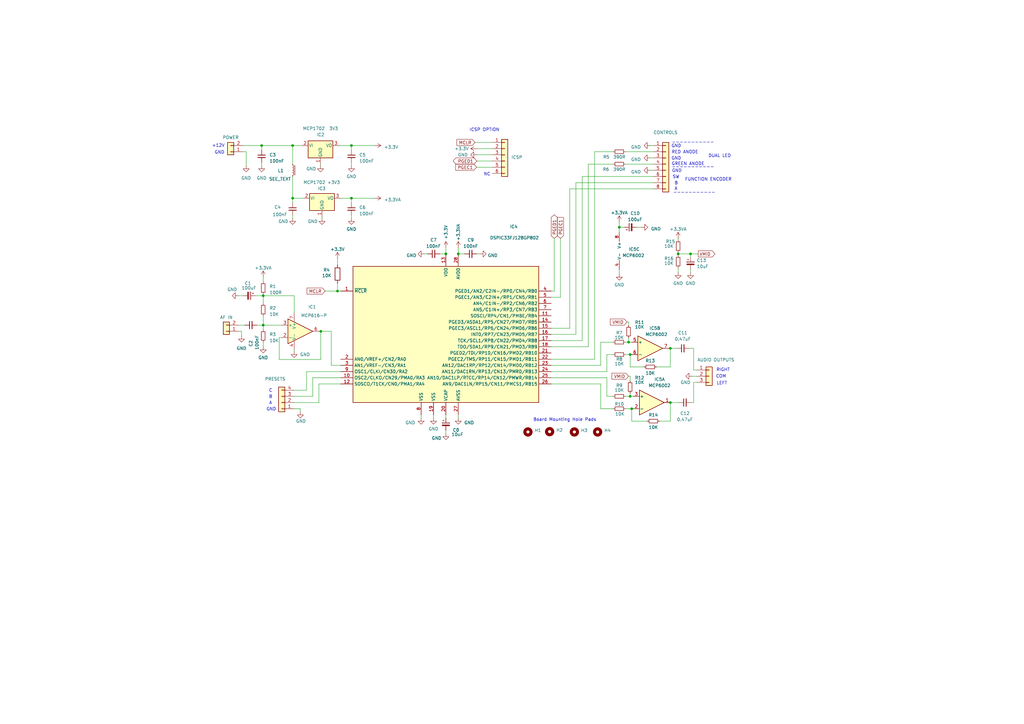
<source format=kicad_sch>
(kicad_sch
	(version 20231120)
	(generator "eeschema")
	(generator_version "8.0")
	(uuid "acfcaacc-78b0-4b17-bee3-cfc5381e64ea")
	(paper "A3")
	(lib_symbols
		(symbol "Amplifier_Operational:MCP601-xP"
			(pin_names
				(offset 0.127)
			)
			(exclude_from_sim no)
			(in_bom yes)
			(on_board yes)
			(property "Reference" "U"
				(at 0 6.35 0)
				(effects
					(font
						(size 1.27 1.27)
					)
					(justify left)
				)
			)
			(property "Value" "MCP601-xP"
				(at 0 3.81 0)
				(effects
					(font
						(size 1.27 1.27)
					)
					(justify left)
				)
			)
			(property "Footprint" "Package_DIP:DIP-8_W7.62mm"
				(at -2.54 -5.08 0)
				(effects
					(font
						(size 1.27 1.27)
					)
					(justify left)
					(hide yes)
				)
			)
			(property "Datasheet" "http://ww1.microchip.com/downloads/en/DeviceDoc/21314g.pdf"
				(at 3.81 3.81 0)
				(effects
					(font
						(size 1.27 1.27)
					)
					(hide yes)
				)
			)
			(property "Description" "Single 2.7V to 6.0V Single Supply CMOS Op Amps, DIP-8"
				(at 0 0 0)
				(effects
					(font
						(size 1.27 1.27)
					)
					(hide yes)
				)
			)
			(property "ki_keywords" "single opamp"
				(at 0 0 0)
				(effects
					(font
						(size 1.27 1.27)
					)
					(hide yes)
				)
			)
			(property "ki_fp_filters" "DIP*W7.62mm*"
				(at 0 0 0)
				(effects
					(font
						(size 1.27 1.27)
					)
					(hide yes)
				)
			)
			(symbol "MCP601-xP_0_1"
				(polyline
					(pts
						(xy -5.08 5.08) (xy 5.08 0) (xy -5.08 -5.08) (xy -5.08 5.08)
					)
					(stroke
						(width 0.254)
						(type default)
					)
					(fill
						(type background)
					)
				)
			)
			(symbol "MCP601-xP_1_1"
				(pin no_connect line
					(at -5.08 -2.54 90)
					(length 2.54) hide
					(name "NC"
						(effects
							(font
								(size 1.27 1.27)
							)
						)
					)
					(number "1"
						(effects
							(font
								(size 1.27 1.27)
							)
						)
					)
				)
				(pin input line
					(at -7.62 -2.54 0)
					(length 2.54)
					(name "-"
						(effects
							(font
								(size 1.27 1.27)
							)
						)
					)
					(number "2"
						(effects
							(font
								(size 1.27 1.27)
							)
						)
					)
				)
				(pin input line
					(at -7.62 2.54 0)
					(length 2.54)
					(name "+"
						(effects
							(font
								(size 1.27 1.27)
							)
						)
					)
					(number "3"
						(effects
							(font
								(size 1.27 1.27)
							)
						)
					)
				)
				(pin power_in line
					(at -2.54 -7.62 90)
					(length 3.81)
					(name "V-"
						(effects
							(font
								(size 1.27 1.27)
							)
						)
					)
					(number "4"
						(effects
							(font
								(size 1.27 1.27)
							)
						)
					)
				)
				(pin no_connect line
					(at -2.54 -2.54 90)
					(length 2.54) hide
					(name "NC"
						(effects
							(font
								(size 1.27 1.27)
							)
						)
					)
					(number "5"
						(effects
							(font
								(size 1.27 1.27)
							)
						)
					)
				)
				(pin output line
					(at 7.62 0 180)
					(length 2.54)
					(name "~"
						(effects
							(font
								(size 1.27 1.27)
							)
						)
					)
					(number "6"
						(effects
							(font
								(size 1.27 1.27)
							)
						)
					)
				)
				(pin power_in line
					(at -2.54 7.62 270)
					(length 3.81)
					(name "V+"
						(effects
							(font
								(size 1.27 1.27)
							)
						)
					)
					(number "7"
						(effects
							(font
								(size 1.27 1.27)
							)
						)
					)
				)
				(pin no_connect line
					(at 0 -2.54 90)
					(length 2.54) hide
					(name "NC"
						(effects
							(font
								(size 1.27 1.27)
							)
						)
					)
					(number "8"
						(effects
							(font
								(size 1.27 1.27)
							)
						)
					)
				)
			)
		)
		(symbol "Amplifier_Operational:MCP602"
			(pin_names
				(offset 0.127)
			)
			(exclude_from_sim no)
			(in_bom yes)
			(on_board yes)
			(property "Reference" "U"
				(at 0 5.08 0)
				(effects
					(font
						(size 1.27 1.27)
					)
					(justify left)
				)
			)
			(property "Value" "MCP602"
				(at 0 -5.08 0)
				(effects
					(font
						(size 1.27 1.27)
					)
					(justify left)
				)
			)
			(property "Footprint" ""
				(at 0 0 0)
				(effects
					(font
						(size 1.27 1.27)
					)
					(hide yes)
				)
			)
			(property "Datasheet" "http://ww1.microchip.com/downloads/en/DeviceDoc/21314g.pdf"
				(at 0 0 0)
				(effects
					(font
						(size 1.27 1.27)
					)
					(hide yes)
				)
			)
			(property "Description" "Dual 2.7V to 6.0V Single Supply CMOS Op Amps, DIP-8/SOIC-8/TSSOP-8"
				(at 0 0 0)
				(effects
					(font
						(size 1.27 1.27)
					)
					(hide yes)
				)
			)
			(property "ki_locked" ""
				(at 0 0 0)
				(effects
					(font
						(size 1.27 1.27)
					)
				)
			)
			(property "ki_keywords" "dual opamp"
				(at 0 0 0)
				(effects
					(font
						(size 1.27 1.27)
					)
					(hide yes)
				)
			)
			(property "ki_fp_filters" "SOIC*3.9x4.9mm*P1.27mm* DIP*W7.62mm* TO*99* OnSemi*Micro8* TSSOP*3x3mm*P0.65mm* TSSOP*4.4x3mm*P0.65mm* MSOP*3x3mm*P0.65mm* SSOP*3.9x4.9mm*P0.635mm* LFCSP*2x2mm*P0.5mm* *SIP* SOIC*5.3x6.2mm*P1.27mm*"
				(at 0 0 0)
				(effects
					(font
						(size 1.27 1.27)
					)
					(hide yes)
				)
			)
			(symbol "MCP602_1_1"
				(polyline
					(pts
						(xy -5.08 5.08) (xy 5.08 0) (xy -5.08 -5.08) (xy -5.08 5.08)
					)
					(stroke
						(width 0.254)
						(type default)
					)
					(fill
						(type background)
					)
				)
				(pin output line
					(at 7.62 0 180)
					(length 2.54)
					(name "~"
						(effects
							(font
								(size 1.27 1.27)
							)
						)
					)
					(number "1"
						(effects
							(font
								(size 1.27 1.27)
							)
						)
					)
				)
				(pin input line
					(at -7.62 -2.54 0)
					(length 2.54)
					(name "-"
						(effects
							(font
								(size 1.27 1.27)
							)
						)
					)
					(number "2"
						(effects
							(font
								(size 1.27 1.27)
							)
						)
					)
				)
				(pin input line
					(at -7.62 2.54 0)
					(length 2.54)
					(name "+"
						(effects
							(font
								(size 1.27 1.27)
							)
						)
					)
					(number "3"
						(effects
							(font
								(size 1.27 1.27)
							)
						)
					)
				)
			)
			(symbol "MCP602_2_1"
				(polyline
					(pts
						(xy -5.08 5.08) (xy 5.08 0) (xy -5.08 -5.08) (xy -5.08 5.08)
					)
					(stroke
						(width 0.254)
						(type default)
					)
					(fill
						(type background)
					)
				)
				(pin input line
					(at -7.62 2.54 0)
					(length 2.54)
					(name "+"
						(effects
							(font
								(size 1.27 1.27)
							)
						)
					)
					(number "5"
						(effects
							(font
								(size 1.27 1.27)
							)
						)
					)
				)
				(pin input line
					(at -7.62 -2.54 0)
					(length 2.54)
					(name "-"
						(effects
							(font
								(size 1.27 1.27)
							)
						)
					)
					(number "6"
						(effects
							(font
								(size 1.27 1.27)
							)
						)
					)
				)
				(pin output line
					(at 7.62 0 180)
					(length 2.54)
					(name "~"
						(effects
							(font
								(size 1.27 1.27)
							)
						)
					)
					(number "7"
						(effects
							(font
								(size 1.27 1.27)
							)
						)
					)
				)
			)
			(symbol "MCP602_3_1"
				(pin power_in line
					(at -2.54 -7.62 90)
					(length 3.81)
					(name "V-"
						(effects
							(font
								(size 1.27 1.27)
							)
						)
					)
					(number "4"
						(effects
							(font
								(size 1.27 1.27)
							)
						)
					)
				)
				(pin power_in line
					(at -2.54 7.62 270)
					(length 3.81)
					(name "V+"
						(effects
							(font
								(size 1.27 1.27)
							)
						)
					)
					(number "8"
						(effects
							(font
								(size 1.27 1.27)
							)
						)
					)
				)
			)
		)
		(symbol "Connector_Generic:Conn_01x02"
			(pin_names
				(offset 1.016) hide)
			(exclude_from_sim no)
			(in_bom yes)
			(on_board yes)
			(property "Reference" "J"
				(at 0 2.54 0)
				(effects
					(font
						(size 1.27 1.27)
					)
				)
			)
			(property "Value" "Conn_01x02"
				(at 0 -5.08 0)
				(effects
					(font
						(size 1.27 1.27)
					)
				)
			)
			(property "Footprint" ""
				(at 0 0 0)
				(effects
					(font
						(size 1.27 1.27)
					)
					(hide yes)
				)
			)
			(property "Datasheet" "~"
				(at 0 0 0)
				(effects
					(font
						(size 1.27 1.27)
					)
					(hide yes)
				)
			)
			(property "Description" "Generic connector, single row, 01x02, script generated (kicad-library-utils/schlib/autogen/connector/)"
				(at 0 0 0)
				(effects
					(font
						(size 1.27 1.27)
					)
					(hide yes)
				)
			)
			(property "ki_keywords" "connector"
				(at 0 0 0)
				(effects
					(font
						(size 1.27 1.27)
					)
					(hide yes)
				)
			)
			(property "ki_fp_filters" "Connector*:*_1x??_*"
				(at 0 0 0)
				(effects
					(font
						(size 1.27 1.27)
					)
					(hide yes)
				)
			)
			(symbol "Conn_01x02_1_1"
				(rectangle
					(start -1.27 -2.413)
					(end 0 -2.667)
					(stroke
						(width 0.1524)
						(type default)
					)
					(fill
						(type none)
					)
				)
				(rectangle
					(start -1.27 0.127)
					(end 0 -0.127)
					(stroke
						(width 0.1524)
						(type default)
					)
					(fill
						(type none)
					)
				)
				(rectangle
					(start -1.27 1.27)
					(end 1.27 -3.81)
					(stroke
						(width 0.254)
						(type default)
					)
					(fill
						(type background)
					)
				)
				(pin passive line
					(at -5.08 0 0)
					(length 3.81)
					(name "Pin_1"
						(effects
							(font
								(size 1.27 1.27)
							)
						)
					)
					(number "1"
						(effects
							(font
								(size 1.27 1.27)
							)
						)
					)
				)
				(pin passive line
					(at -5.08 -2.54 0)
					(length 3.81)
					(name "Pin_2"
						(effects
							(font
								(size 1.27 1.27)
							)
						)
					)
					(number "2"
						(effects
							(font
								(size 1.27 1.27)
							)
						)
					)
				)
			)
		)
		(symbol "Connector_Generic:Conn_01x03"
			(pin_names
				(offset 1.016) hide)
			(exclude_from_sim no)
			(in_bom yes)
			(on_board yes)
			(property "Reference" "J"
				(at 0 5.08 0)
				(effects
					(font
						(size 1.27 1.27)
					)
				)
			)
			(property "Value" "Conn_01x03"
				(at 0 -5.08 0)
				(effects
					(font
						(size 1.27 1.27)
					)
				)
			)
			(property "Footprint" ""
				(at 0 0 0)
				(effects
					(font
						(size 1.27 1.27)
					)
					(hide yes)
				)
			)
			(property "Datasheet" "~"
				(at 0 0 0)
				(effects
					(font
						(size 1.27 1.27)
					)
					(hide yes)
				)
			)
			(property "Description" "Generic connector, single row, 01x03, script generated (kicad-library-utils/schlib/autogen/connector/)"
				(at 0 0 0)
				(effects
					(font
						(size 1.27 1.27)
					)
					(hide yes)
				)
			)
			(property "ki_keywords" "connector"
				(at 0 0 0)
				(effects
					(font
						(size 1.27 1.27)
					)
					(hide yes)
				)
			)
			(property "ki_fp_filters" "Connector*:*_1x??_*"
				(at 0 0 0)
				(effects
					(font
						(size 1.27 1.27)
					)
					(hide yes)
				)
			)
			(symbol "Conn_01x03_1_1"
				(rectangle
					(start -1.27 -2.413)
					(end 0 -2.667)
					(stroke
						(width 0.1524)
						(type default)
					)
					(fill
						(type none)
					)
				)
				(rectangle
					(start -1.27 0.127)
					(end 0 -0.127)
					(stroke
						(width 0.1524)
						(type default)
					)
					(fill
						(type none)
					)
				)
				(rectangle
					(start -1.27 2.667)
					(end 0 2.413)
					(stroke
						(width 0.1524)
						(type default)
					)
					(fill
						(type none)
					)
				)
				(rectangle
					(start -1.27 3.81)
					(end 1.27 -3.81)
					(stroke
						(width 0.254)
						(type default)
					)
					(fill
						(type background)
					)
				)
				(pin passive line
					(at -5.08 2.54 0)
					(length 3.81)
					(name "Pin_1"
						(effects
							(font
								(size 1.27 1.27)
							)
						)
					)
					(number "1"
						(effects
							(font
								(size 1.27 1.27)
							)
						)
					)
				)
				(pin passive line
					(at -5.08 0 0)
					(length 3.81)
					(name "Pin_2"
						(effects
							(font
								(size 1.27 1.27)
							)
						)
					)
					(number "2"
						(effects
							(font
								(size 1.27 1.27)
							)
						)
					)
				)
				(pin passive line
					(at -5.08 -2.54 0)
					(length 3.81)
					(name "Pin_3"
						(effects
							(font
								(size 1.27 1.27)
							)
						)
					)
					(number "3"
						(effects
							(font
								(size 1.27 1.27)
							)
						)
					)
				)
			)
		)
		(symbol "Connector_Generic:Conn_01x04"
			(pin_names
				(offset 1.016) hide)
			(exclude_from_sim no)
			(in_bom yes)
			(on_board yes)
			(property "Reference" "J"
				(at 0 5.08 0)
				(effects
					(font
						(size 1.27 1.27)
					)
				)
			)
			(property "Value" "Conn_01x04"
				(at 0 -7.62 0)
				(effects
					(font
						(size 1.27 1.27)
					)
				)
			)
			(property "Footprint" ""
				(at 0 0 0)
				(effects
					(font
						(size 1.27 1.27)
					)
					(hide yes)
				)
			)
			(property "Datasheet" "~"
				(at 0 0 0)
				(effects
					(font
						(size 1.27 1.27)
					)
					(hide yes)
				)
			)
			(property "Description" "Generic connector, single row, 01x04, script generated (kicad-library-utils/schlib/autogen/connector/)"
				(at 0 0 0)
				(effects
					(font
						(size 1.27 1.27)
					)
					(hide yes)
				)
			)
			(property "ki_keywords" "connector"
				(at 0 0 0)
				(effects
					(font
						(size 1.27 1.27)
					)
					(hide yes)
				)
			)
			(property "ki_fp_filters" "Connector*:*_1x??_*"
				(at 0 0 0)
				(effects
					(font
						(size 1.27 1.27)
					)
					(hide yes)
				)
			)
			(symbol "Conn_01x04_1_1"
				(rectangle
					(start -1.27 -4.953)
					(end 0 -5.207)
					(stroke
						(width 0.1524)
						(type default)
					)
					(fill
						(type none)
					)
				)
				(rectangle
					(start -1.27 -2.413)
					(end 0 -2.667)
					(stroke
						(width 0.1524)
						(type default)
					)
					(fill
						(type none)
					)
				)
				(rectangle
					(start -1.27 0.127)
					(end 0 -0.127)
					(stroke
						(width 0.1524)
						(type default)
					)
					(fill
						(type none)
					)
				)
				(rectangle
					(start -1.27 2.667)
					(end 0 2.413)
					(stroke
						(width 0.1524)
						(type default)
					)
					(fill
						(type none)
					)
				)
				(rectangle
					(start -1.27 3.81)
					(end 1.27 -6.35)
					(stroke
						(width 0.254)
						(type default)
					)
					(fill
						(type background)
					)
				)
				(pin passive line
					(at -5.08 2.54 0)
					(length 3.81)
					(name "Pin_1"
						(effects
							(font
								(size 1.27 1.27)
							)
						)
					)
					(number "1"
						(effects
							(font
								(size 1.27 1.27)
							)
						)
					)
				)
				(pin passive line
					(at -5.08 0 0)
					(length 3.81)
					(name "Pin_2"
						(effects
							(font
								(size 1.27 1.27)
							)
						)
					)
					(number "2"
						(effects
							(font
								(size 1.27 1.27)
							)
						)
					)
				)
				(pin passive line
					(at -5.08 -2.54 0)
					(length 3.81)
					(name "Pin_3"
						(effects
							(font
								(size 1.27 1.27)
							)
						)
					)
					(number "3"
						(effects
							(font
								(size 1.27 1.27)
							)
						)
					)
				)
				(pin passive line
					(at -5.08 -5.08 0)
					(length 3.81)
					(name "Pin_4"
						(effects
							(font
								(size 1.27 1.27)
							)
						)
					)
					(number "4"
						(effects
							(font
								(size 1.27 1.27)
							)
						)
					)
				)
			)
		)
		(symbol "Connector_Generic:Conn_01x06"
			(pin_names
				(offset 1.016) hide)
			(exclude_from_sim no)
			(in_bom yes)
			(on_board yes)
			(property "Reference" "J"
				(at 0 7.62 0)
				(effects
					(font
						(size 1.27 1.27)
					)
				)
			)
			(property "Value" "Conn_01x06"
				(at 0 -10.16 0)
				(effects
					(font
						(size 1.27 1.27)
					)
				)
			)
			(property "Footprint" ""
				(at 0 0 0)
				(effects
					(font
						(size 1.27 1.27)
					)
					(hide yes)
				)
			)
			(property "Datasheet" "~"
				(at 0 0 0)
				(effects
					(font
						(size 1.27 1.27)
					)
					(hide yes)
				)
			)
			(property "Description" "Generic connector, single row, 01x06, script generated (kicad-library-utils/schlib/autogen/connector/)"
				(at 0 0 0)
				(effects
					(font
						(size 1.27 1.27)
					)
					(hide yes)
				)
			)
			(property "ki_keywords" "connector"
				(at 0 0 0)
				(effects
					(font
						(size 1.27 1.27)
					)
					(hide yes)
				)
			)
			(property "ki_fp_filters" "Connector*:*_1x??_*"
				(at 0 0 0)
				(effects
					(font
						(size 1.27 1.27)
					)
					(hide yes)
				)
			)
			(symbol "Conn_01x06_1_1"
				(rectangle
					(start -1.27 -7.493)
					(end 0 -7.747)
					(stroke
						(width 0.1524)
						(type default)
					)
					(fill
						(type none)
					)
				)
				(rectangle
					(start -1.27 -4.953)
					(end 0 -5.207)
					(stroke
						(width 0.1524)
						(type default)
					)
					(fill
						(type none)
					)
				)
				(rectangle
					(start -1.27 -2.413)
					(end 0 -2.667)
					(stroke
						(width 0.1524)
						(type default)
					)
					(fill
						(type none)
					)
				)
				(rectangle
					(start -1.27 0.127)
					(end 0 -0.127)
					(stroke
						(width 0.1524)
						(type default)
					)
					(fill
						(type none)
					)
				)
				(rectangle
					(start -1.27 2.667)
					(end 0 2.413)
					(stroke
						(width 0.1524)
						(type default)
					)
					(fill
						(type none)
					)
				)
				(rectangle
					(start -1.27 5.207)
					(end 0 4.953)
					(stroke
						(width 0.1524)
						(type default)
					)
					(fill
						(type none)
					)
				)
				(rectangle
					(start -1.27 6.35)
					(end 1.27 -8.89)
					(stroke
						(width 0.254)
						(type default)
					)
					(fill
						(type background)
					)
				)
				(pin passive line
					(at -5.08 5.08 0)
					(length 3.81)
					(name "Pin_1"
						(effects
							(font
								(size 1.27 1.27)
							)
						)
					)
					(number "1"
						(effects
							(font
								(size 1.27 1.27)
							)
						)
					)
				)
				(pin passive line
					(at -5.08 2.54 0)
					(length 3.81)
					(name "Pin_2"
						(effects
							(font
								(size 1.27 1.27)
							)
						)
					)
					(number "2"
						(effects
							(font
								(size 1.27 1.27)
							)
						)
					)
				)
				(pin passive line
					(at -5.08 0 0)
					(length 3.81)
					(name "Pin_3"
						(effects
							(font
								(size 1.27 1.27)
							)
						)
					)
					(number "3"
						(effects
							(font
								(size 1.27 1.27)
							)
						)
					)
				)
				(pin passive line
					(at -5.08 -2.54 0)
					(length 3.81)
					(name "Pin_4"
						(effects
							(font
								(size 1.27 1.27)
							)
						)
					)
					(number "4"
						(effects
							(font
								(size 1.27 1.27)
							)
						)
					)
				)
				(pin passive line
					(at -5.08 -5.08 0)
					(length 3.81)
					(name "Pin_5"
						(effects
							(font
								(size 1.27 1.27)
							)
						)
					)
					(number "5"
						(effects
							(font
								(size 1.27 1.27)
							)
						)
					)
				)
				(pin passive line
					(at -5.08 -7.62 0)
					(length 3.81)
					(name "Pin_6"
						(effects
							(font
								(size 1.27 1.27)
							)
						)
					)
					(number "6"
						(effects
							(font
								(size 1.27 1.27)
							)
						)
					)
				)
			)
		)
		(symbol "Connector_Generic:Conn_01x08"
			(pin_names
				(offset 1.016) hide)
			(exclude_from_sim no)
			(in_bom yes)
			(on_board yes)
			(property "Reference" "J"
				(at 0 10.16 0)
				(effects
					(font
						(size 1.27 1.27)
					)
				)
			)
			(property "Value" "Conn_01x08"
				(at 0 -12.7 0)
				(effects
					(font
						(size 1.27 1.27)
					)
				)
			)
			(property "Footprint" ""
				(at 0 0 0)
				(effects
					(font
						(size 1.27 1.27)
					)
					(hide yes)
				)
			)
			(property "Datasheet" "~"
				(at 0 0 0)
				(effects
					(font
						(size 1.27 1.27)
					)
					(hide yes)
				)
			)
			(property "Description" "Generic connector, single row, 01x08, script generated (kicad-library-utils/schlib/autogen/connector/)"
				(at 0 0 0)
				(effects
					(font
						(size 1.27 1.27)
					)
					(hide yes)
				)
			)
			(property "ki_keywords" "connector"
				(at 0 0 0)
				(effects
					(font
						(size 1.27 1.27)
					)
					(hide yes)
				)
			)
			(property "ki_fp_filters" "Connector*:*_1x??_*"
				(at 0 0 0)
				(effects
					(font
						(size 1.27 1.27)
					)
					(hide yes)
				)
			)
			(symbol "Conn_01x08_1_1"
				(rectangle
					(start -1.27 -10.033)
					(end 0 -10.287)
					(stroke
						(width 0.1524)
						(type default)
					)
					(fill
						(type none)
					)
				)
				(rectangle
					(start -1.27 -7.493)
					(end 0 -7.747)
					(stroke
						(width 0.1524)
						(type default)
					)
					(fill
						(type none)
					)
				)
				(rectangle
					(start -1.27 -4.953)
					(end 0 -5.207)
					(stroke
						(width 0.1524)
						(type default)
					)
					(fill
						(type none)
					)
				)
				(rectangle
					(start -1.27 -2.413)
					(end 0 -2.667)
					(stroke
						(width 0.1524)
						(type default)
					)
					(fill
						(type none)
					)
				)
				(rectangle
					(start -1.27 0.127)
					(end 0 -0.127)
					(stroke
						(width 0.1524)
						(type default)
					)
					(fill
						(type none)
					)
				)
				(rectangle
					(start -1.27 2.667)
					(end 0 2.413)
					(stroke
						(width 0.1524)
						(type default)
					)
					(fill
						(type none)
					)
				)
				(rectangle
					(start -1.27 5.207)
					(end 0 4.953)
					(stroke
						(width 0.1524)
						(type default)
					)
					(fill
						(type none)
					)
				)
				(rectangle
					(start -1.27 7.747)
					(end 0 7.493)
					(stroke
						(width 0.1524)
						(type default)
					)
					(fill
						(type none)
					)
				)
				(rectangle
					(start -1.27 8.89)
					(end 1.27 -11.43)
					(stroke
						(width 0.254)
						(type default)
					)
					(fill
						(type background)
					)
				)
				(pin passive line
					(at -5.08 7.62 0)
					(length 3.81)
					(name "Pin_1"
						(effects
							(font
								(size 1.27 1.27)
							)
						)
					)
					(number "1"
						(effects
							(font
								(size 1.27 1.27)
							)
						)
					)
				)
				(pin passive line
					(at -5.08 5.08 0)
					(length 3.81)
					(name "Pin_2"
						(effects
							(font
								(size 1.27 1.27)
							)
						)
					)
					(number "2"
						(effects
							(font
								(size 1.27 1.27)
							)
						)
					)
				)
				(pin passive line
					(at -5.08 2.54 0)
					(length 3.81)
					(name "Pin_3"
						(effects
							(font
								(size 1.27 1.27)
							)
						)
					)
					(number "3"
						(effects
							(font
								(size 1.27 1.27)
							)
						)
					)
				)
				(pin passive line
					(at -5.08 0 0)
					(length 3.81)
					(name "Pin_4"
						(effects
							(font
								(size 1.27 1.27)
							)
						)
					)
					(number "4"
						(effects
							(font
								(size 1.27 1.27)
							)
						)
					)
				)
				(pin passive line
					(at -5.08 -2.54 0)
					(length 3.81)
					(name "Pin_5"
						(effects
							(font
								(size 1.27 1.27)
							)
						)
					)
					(number "5"
						(effects
							(font
								(size 1.27 1.27)
							)
						)
					)
				)
				(pin passive line
					(at -5.08 -5.08 0)
					(length 3.81)
					(name "Pin_6"
						(effects
							(font
								(size 1.27 1.27)
							)
						)
					)
					(number "6"
						(effects
							(font
								(size 1.27 1.27)
							)
						)
					)
				)
				(pin passive line
					(at -5.08 -7.62 0)
					(length 3.81)
					(name "Pin_7"
						(effects
							(font
								(size 1.27 1.27)
							)
						)
					)
					(number "7"
						(effects
							(font
								(size 1.27 1.27)
							)
						)
					)
				)
				(pin passive line
					(at -5.08 -10.16 0)
					(length 3.81)
					(name "Pin_8"
						(effects
							(font
								(size 1.27 1.27)
							)
						)
					)
					(number "8"
						(effects
							(font
								(size 1.27 1.27)
							)
						)
					)
				)
			)
		)
		(symbol "Device:C_Polarized_Small"
			(pin_numbers hide)
			(pin_names
				(offset 0.254) hide)
			(exclude_from_sim no)
			(in_bom yes)
			(on_board yes)
			(property "Reference" "C"
				(at 0.254 1.778 0)
				(effects
					(font
						(size 1.27 1.27)
					)
					(justify left)
				)
			)
			(property "Value" "C_Polarized_Small"
				(at 0.254 -2.032 0)
				(effects
					(font
						(size 1.27 1.27)
					)
					(justify left)
				)
			)
			(property "Footprint" ""
				(at 0 0 0)
				(effects
					(font
						(size 1.27 1.27)
					)
					(hide yes)
				)
			)
			(property "Datasheet" "~"
				(at 0 0 0)
				(effects
					(font
						(size 1.27 1.27)
					)
					(hide yes)
				)
			)
			(property "Description" "Polarized capacitor, small symbol"
				(at 0 0 0)
				(effects
					(font
						(size 1.27 1.27)
					)
					(hide yes)
				)
			)
			(property "ki_keywords" "cap capacitor"
				(at 0 0 0)
				(effects
					(font
						(size 1.27 1.27)
					)
					(hide yes)
				)
			)
			(property "ki_fp_filters" "CP_*"
				(at 0 0 0)
				(effects
					(font
						(size 1.27 1.27)
					)
					(hide yes)
				)
			)
			(symbol "C_Polarized_Small_0_1"
				(rectangle
					(start -1.524 -0.3048)
					(end 1.524 -0.6858)
					(stroke
						(width 0)
						(type default)
					)
					(fill
						(type outline)
					)
				)
				(rectangle
					(start -1.524 0.6858)
					(end 1.524 0.3048)
					(stroke
						(width 0)
						(type default)
					)
					(fill
						(type none)
					)
				)
				(polyline
					(pts
						(xy -1.27 1.524) (xy -0.762 1.524)
					)
					(stroke
						(width 0)
						(type default)
					)
					(fill
						(type none)
					)
				)
				(polyline
					(pts
						(xy -1.016 1.27) (xy -1.016 1.778)
					)
					(stroke
						(width 0)
						(type default)
					)
					(fill
						(type none)
					)
				)
			)
			(symbol "C_Polarized_Small_1_1"
				(pin passive line
					(at 0 2.54 270)
					(length 1.8542)
					(name "~"
						(effects
							(font
								(size 1.27 1.27)
							)
						)
					)
					(number "1"
						(effects
							(font
								(size 1.27 1.27)
							)
						)
					)
				)
				(pin passive line
					(at 0 -2.54 90)
					(length 1.8542)
					(name "~"
						(effects
							(font
								(size 1.27 1.27)
							)
						)
					)
					(number "2"
						(effects
							(font
								(size 1.27 1.27)
							)
						)
					)
				)
			)
		)
		(symbol "Device:C_Small"
			(pin_numbers hide)
			(pin_names
				(offset 0.254) hide)
			(exclude_from_sim no)
			(in_bom yes)
			(on_board yes)
			(property "Reference" "C"
				(at 0.254 1.778 0)
				(effects
					(font
						(size 1.27 1.27)
					)
					(justify left)
				)
			)
			(property "Value" "C_Small"
				(at 0.254 -2.032 0)
				(effects
					(font
						(size 1.27 1.27)
					)
					(justify left)
				)
			)
			(property "Footprint" ""
				(at 0 0 0)
				(effects
					(font
						(size 1.27 1.27)
					)
					(hide yes)
				)
			)
			(property "Datasheet" "~"
				(at 0 0 0)
				(effects
					(font
						(size 1.27 1.27)
					)
					(hide yes)
				)
			)
			(property "Description" "Unpolarized capacitor, small symbol"
				(at 0 0 0)
				(effects
					(font
						(size 1.27 1.27)
					)
					(hide yes)
				)
			)
			(property "ki_keywords" "capacitor cap"
				(at 0 0 0)
				(effects
					(font
						(size 1.27 1.27)
					)
					(hide yes)
				)
			)
			(property "ki_fp_filters" "C_*"
				(at 0 0 0)
				(effects
					(font
						(size 1.27 1.27)
					)
					(hide yes)
				)
			)
			(symbol "C_Small_0_1"
				(polyline
					(pts
						(xy -1.524 -0.508) (xy 1.524 -0.508)
					)
					(stroke
						(width 0.3302)
						(type default)
					)
					(fill
						(type none)
					)
				)
				(polyline
					(pts
						(xy -1.524 0.508) (xy 1.524 0.508)
					)
					(stroke
						(width 0.3048)
						(type default)
					)
					(fill
						(type none)
					)
				)
			)
			(symbol "C_Small_1_1"
				(pin passive line
					(at 0 2.54 270)
					(length 2.032)
					(name "~"
						(effects
							(font
								(size 1.27 1.27)
							)
						)
					)
					(number "1"
						(effects
							(font
								(size 1.27 1.27)
							)
						)
					)
				)
				(pin passive line
					(at 0 -2.54 90)
					(length 2.032)
					(name "~"
						(effects
							(font
								(size 1.27 1.27)
							)
						)
					)
					(number "2"
						(effects
							(font
								(size 1.27 1.27)
							)
						)
					)
				)
			)
		)
		(symbol "Device:L_Ferrite_Small"
			(pin_numbers hide)
			(pin_names
				(offset 0.254) hide)
			(exclude_from_sim no)
			(in_bom yes)
			(on_board yes)
			(property "Reference" "L"
				(at 1.27 1.016 0)
				(effects
					(font
						(size 1.27 1.27)
					)
					(justify left)
				)
			)
			(property "Value" "L_Ferrite_Small"
				(at 1.27 -1.27 0)
				(effects
					(font
						(size 1.27 1.27)
					)
					(justify left)
				)
			)
			(property "Footprint" ""
				(at 0 0 0)
				(effects
					(font
						(size 1.27 1.27)
					)
					(hide yes)
				)
			)
			(property "Datasheet" "~"
				(at 0 0 0)
				(effects
					(font
						(size 1.27 1.27)
					)
					(hide yes)
				)
			)
			(property "Description" "Inductor with ferrite core, small symbol"
				(at 0 0 0)
				(effects
					(font
						(size 1.27 1.27)
					)
					(hide yes)
				)
			)
			(property "ki_keywords" "inductor choke coil reactor magnetic"
				(at 0 0 0)
				(effects
					(font
						(size 1.27 1.27)
					)
					(hide yes)
				)
			)
			(property "ki_fp_filters" "Choke_* *Coil* Inductor_* L_*"
				(at 0 0 0)
				(effects
					(font
						(size 1.27 1.27)
					)
					(hide yes)
				)
			)
			(symbol "L_Ferrite_Small_0_1"
				(arc
					(start 0 -2.032)
					(mid 0.5058 -1.524)
					(end 0 -1.016)
					(stroke
						(width 0)
						(type default)
					)
					(fill
						(type none)
					)
				)
				(arc
					(start 0 -1.016)
					(mid 0.5058 -0.508)
					(end 0 0)
					(stroke
						(width 0)
						(type default)
					)
					(fill
						(type none)
					)
				)
				(polyline
					(pts
						(xy 0.762 -1.905) (xy 0.762 -1.651)
					)
					(stroke
						(width 0)
						(type default)
					)
					(fill
						(type none)
					)
				)
				(polyline
					(pts
						(xy 0.762 -1.397) (xy 0.762 -1.143)
					)
					(stroke
						(width 0)
						(type default)
					)
					(fill
						(type none)
					)
				)
				(polyline
					(pts
						(xy 0.762 -0.889) (xy 0.762 -0.635)
					)
					(stroke
						(width 0)
						(type default)
					)
					(fill
						(type none)
					)
				)
				(polyline
					(pts
						(xy 0.762 -0.381) (xy 0.762 -0.127)
					)
					(stroke
						(width 0)
						(type default)
					)
					(fill
						(type none)
					)
				)
				(polyline
					(pts
						(xy 0.762 0.127) (xy 0.762 0.381)
					)
					(stroke
						(width 0)
						(type default)
					)
					(fill
						(type none)
					)
				)
				(polyline
					(pts
						(xy 0.762 0.635) (xy 0.762 0.889)
					)
					(stroke
						(width 0)
						(type default)
					)
					(fill
						(type none)
					)
				)
				(polyline
					(pts
						(xy 0.762 1.143) (xy 0.762 1.397)
					)
					(stroke
						(width 0)
						(type default)
					)
					(fill
						(type none)
					)
				)
				(polyline
					(pts
						(xy 0.762 1.651) (xy 0.762 1.905)
					)
					(stroke
						(width 0)
						(type default)
					)
					(fill
						(type none)
					)
				)
				(polyline
					(pts
						(xy 1.016 -1.651) (xy 1.016 -1.905)
					)
					(stroke
						(width 0)
						(type default)
					)
					(fill
						(type none)
					)
				)
				(polyline
					(pts
						(xy 1.016 -1.143) (xy 1.016 -1.397)
					)
					(stroke
						(width 0)
						(type default)
					)
					(fill
						(type none)
					)
				)
				(polyline
					(pts
						(xy 1.016 -0.635) (xy 1.016 -0.889)
					)
					(stroke
						(width 0)
						(type default)
					)
					(fill
						(type none)
					)
				)
				(polyline
					(pts
						(xy 1.016 -0.127) (xy 1.016 -0.381)
					)
					(stroke
						(width 0)
						(type default)
					)
					(fill
						(type none)
					)
				)
				(polyline
					(pts
						(xy 1.016 0.381) (xy 1.016 0.127)
					)
					(stroke
						(width 0)
						(type default)
					)
					(fill
						(type none)
					)
				)
				(polyline
					(pts
						(xy 1.016 0.889) (xy 1.016 0.635)
					)
					(stroke
						(width 0)
						(type default)
					)
					(fill
						(type none)
					)
				)
				(polyline
					(pts
						(xy 1.016 1.397) (xy 1.016 1.143)
					)
					(stroke
						(width 0)
						(type default)
					)
					(fill
						(type none)
					)
				)
				(polyline
					(pts
						(xy 1.016 1.905) (xy 1.016 1.651)
					)
					(stroke
						(width 0)
						(type default)
					)
					(fill
						(type none)
					)
				)
				(arc
					(start 0 0)
					(mid 0.5058 0.508)
					(end 0 1.016)
					(stroke
						(width 0)
						(type default)
					)
					(fill
						(type none)
					)
				)
				(arc
					(start 0 1.016)
					(mid 0.5058 1.524)
					(end 0 2.032)
					(stroke
						(width 0)
						(type default)
					)
					(fill
						(type none)
					)
				)
			)
			(symbol "L_Ferrite_Small_1_1"
				(pin passive line
					(at 0 2.54 270)
					(length 0.508)
					(name "~"
						(effects
							(font
								(size 1.27 1.27)
							)
						)
					)
					(number "1"
						(effects
							(font
								(size 1.27 1.27)
							)
						)
					)
				)
				(pin passive line
					(at 0 -2.54 90)
					(length 0.508)
					(name "~"
						(effects
							(font
								(size 1.27 1.27)
							)
						)
					)
					(number "2"
						(effects
							(font
								(size 1.27 1.27)
							)
						)
					)
				)
			)
		)
		(symbol "Device:R"
			(pin_numbers hide)
			(pin_names
				(offset 0)
			)
			(exclude_from_sim no)
			(in_bom yes)
			(on_board yes)
			(property "Reference" "R"
				(at 2.032 0 90)
				(effects
					(font
						(size 1.27 1.27)
					)
				)
			)
			(property "Value" "R"
				(at 0 0 90)
				(effects
					(font
						(size 1.27 1.27)
					)
				)
			)
			(property "Footprint" ""
				(at -1.778 0 90)
				(effects
					(font
						(size 1.27 1.27)
					)
					(hide yes)
				)
			)
			(property "Datasheet" "~"
				(at 0 0 0)
				(effects
					(font
						(size 1.27 1.27)
					)
					(hide yes)
				)
			)
			(property "Description" "Resistor"
				(at 0 0 0)
				(effects
					(font
						(size 1.27 1.27)
					)
					(hide yes)
				)
			)
			(property "ki_keywords" "R res resistor"
				(at 0 0 0)
				(effects
					(font
						(size 1.27 1.27)
					)
					(hide yes)
				)
			)
			(property "ki_fp_filters" "R_*"
				(at 0 0 0)
				(effects
					(font
						(size 1.27 1.27)
					)
					(hide yes)
				)
			)
			(symbol "R_0_1"
				(rectangle
					(start -1.016 -2.54)
					(end 1.016 2.54)
					(stroke
						(width 0.254)
						(type default)
					)
					(fill
						(type none)
					)
				)
			)
			(symbol "R_1_1"
				(pin passive line
					(at 0 3.81 270)
					(length 1.27)
					(name "~"
						(effects
							(font
								(size 1.27 1.27)
							)
						)
					)
					(number "1"
						(effects
							(font
								(size 1.27 1.27)
							)
						)
					)
				)
				(pin passive line
					(at 0 -3.81 90)
					(length 1.27)
					(name "~"
						(effects
							(font
								(size 1.27 1.27)
							)
						)
					)
					(number "2"
						(effects
							(font
								(size 1.27 1.27)
							)
						)
					)
				)
			)
		)
		(symbol "Device:R_Small"
			(pin_numbers hide)
			(pin_names
				(offset 0.254) hide)
			(exclude_from_sim no)
			(in_bom yes)
			(on_board yes)
			(property "Reference" "R"
				(at 0.762 0.508 0)
				(effects
					(font
						(size 1.27 1.27)
					)
					(justify left)
				)
			)
			(property "Value" "R_Small"
				(at 0.762 -1.016 0)
				(effects
					(font
						(size 1.27 1.27)
					)
					(justify left)
				)
			)
			(property "Footprint" ""
				(at 0 0 0)
				(effects
					(font
						(size 1.27 1.27)
					)
					(hide yes)
				)
			)
			(property "Datasheet" "~"
				(at 0 0 0)
				(effects
					(font
						(size 1.27 1.27)
					)
					(hide yes)
				)
			)
			(property "Description" "Resistor, small symbol"
				(at 0 0 0)
				(effects
					(font
						(size 1.27 1.27)
					)
					(hide yes)
				)
			)
			(property "ki_keywords" "R resistor"
				(at 0 0 0)
				(effects
					(font
						(size 1.27 1.27)
					)
					(hide yes)
				)
			)
			(property "ki_fp_filters" "R_*"
				(at 0 0 0)
				(effects
					(font
						(size 1.27 1.27)
					)
					(hide yes)
				)
			)
			(symbol "R_Small_0_1"
				(rectangle
					(start -0.762 1.778)
					(end 0.762 -1.778)
					(stroke
						(width 0.2032)
						(type default)
					)
					(fill
						(type none)
					)
				)
			)
			(symbol "R_Small_1_1"
				(pin passive line
					(at 0 2.54 270)
					(length 0.762)
					(name "~"
						(effects
							(font
								(size 1.27 1.27)
							)
						)
					)
					(number "1"
						(effects
							(font
								(size 1.27 1.27)
							)
						)
					)
				)
				(pin passive line
					(at 0 -2.54 90)
					(length 0.762)
					(name "~"
						(effects
							(font
								(size 1.27 1.27)
							)
						)
					)
					(number "2"
						(effects
							(font
								(size 1.27 1.27)
							)
						)
					)
				)
			)
		)
		(symbol "Mechanical:MountingHole"
			(pin_names
				(offset 1.016)
			)
			(exclude_from_sim no)
			(in_bom yes)
			(on_board yes)
			(property "Reference" "H"
				(at 0 5.08 0)
				(effects
					(font
						(size 1.27 1.27)
					)
				)
			)
			(property "Value" "MountingHole"
				(at 0 3.175 0)
				(effects
					(font
						(size 1.27 1.27)
					)
				)
			)
			(property "Footprint" ""
				(at 0 0 0)
				(effects
					(font
						(size 1.27 1.27)
					)
					(hide yes)
				)
			)
			(property "Datasheet" "~"
				(at 0 0 0)
				(effects
					(font
						(size 1.27 1.27)
					)
					(hide yes)
				)
			)
			(property "Description" "Mounting Hole without connection"
				(at 0 0 0)
				(effects
					(font
						(size 1.27 1.27)
					)
					(hide yes)
				)
			)
			(property "ki_keywords" "mounting hole"
				(at 0 0 0)
				(effects
					(font
						(size 1.27 1.27)
					)
					(hide yes)
				)
			)
			(property "ki_fp_filters" "MountingHole*"
				(at 0 0 0)
				(effects
					(font
						(size 1.27 1.27)
					)
					(hide yes)
				)
			)
			(symbol "MountingHole_0_1"
				(circle
					(center 0 0)
					(radius 1.27)
					(stroke
						(width 1.27)
						(type default)
					)
					(fill
						(type none)
					)
				)
			)
		)
		(symbol "Microchip:DSPIC33FJ128GP802"
			(exclude_from_sim no)
			(in_bom yes)
			(on_board yes)
			(property "Reference" "U"
				(at -31.75 29.21 0)
				(effects
					(font
						(size 1.27 1.27)
					)
				)
			)
			(property "Value" "DSPIC33FJ128GP802"
				(at 22.86 29.21 0)
				(effects
					(font
						(size 1.27 1.27)
					)
				)
			)
			(property "Footprint" "Package_DIP:DIP-28_W7.62mm"
				(at -62.23 41.91 0)
				(effects
					(font
						(size 1.27 1.27)
					)
					(hide yes)
				)
			)
			(property "Datasheet" "http://ww1.microchip.com/downloads/en/DeviceDoc/70291G.pdf"
				(at -60.96 45.72 0)
				(effects
					(font
						(size 1.27 1.27)
					)
					(hide yes)
				)
			)
			(property "Description" "40 MIPS, 64k Flash, 16k SRAM, DIP-28"
				(at 0 0 0)
				(effects
					(font
						(size 1.27 1.27)
					)
					(hide yes)
				)
			)
			(property "ki_keywords" "16-bit Digital Signal Controller Microchip dsPIC"
				(at 0 0 0)
				(effects
					(font
						(size 1.27 1.27)
					)
					(hide yes)
				)
			)
			(property "ki_fp_filters" "DIP*W7.62mm*"
				(at 0 0 0)
				(effects
					(font
						(size 1.27 1.27)
					)
					(hide yes)
				)
			)
			(symbol "DSPIC33FJ128GP802_0_1"
				(rectangle
					(start -40.64 27.94)
					(end 35.56 -27.94)
					(stroke
						(width 0.254)
						(type default)
					)
					(fill
						(type background)
					)
				)
			)
			(symbol "DSPIC33FJ128GP802_1_1"
				(pin input line
					(at -45.72 17.78 0)
					(length 5.08)
					(name "~{MCLR}"
						(effects
							(font
								(size 1.27 1.27)
							)
						)
					)
					(number "1"
						(effects
							(font
								(size 1.27 1.27)
							)
						)
					)
				)
				(pin bidirectional line
					(at -45.72 -17.78 0)
					(length 5.08)
					(name "OSC2/CLKO/CN29/PMA0/RA3"
						(effects
							(font
								(size 1.27 1.27)
							)
						)
					)
					(number "10"
						(effects
							(font
								(size 1.27 1.27)
							)
						)
					)
				)
				(pin bidirectional line
					(at 40.64 7.62 180)
					(length 5.08)
					(name "SOSCI/RP4/CN1/PMBE/RB4"
						(effects
							(font
								(size 1.27 1.27)
							)
						)
					)
					(number "11"
						(effects
							(font
								(size 1.27 1.27)
							)
						)
					)
				)
				(pin bidirectional line
					(at -45.72 -20.32 0)
					(length 5.08)
					(name "SOSCO/T1CK/CN0/PMA1/RA4"
						(effects
							(font
								(size 1.27 1.27)
							)
						)
					)
					(number "12"
						(effects
							(font
								(size 1.27 1.27)
							)
						)
					)
				)
				(pin power_in line
					(at -2.54 33.02 270)
					(length 5.08)
					(name "VDD"
						(effects
							(font
								(size 1.27 1.27)
							)
						)
					)
					(number "13"
						(effects
							(font
								(size 1.27 1.27)
							)
						)
					)
				)
				(pin bidirectional line
					(at 40.64 5.08 180)
					(length 5.08)
					(name "PGED3/ASDA1/RP5/CN27/PMD7/RB5"
						(effects
							(font
								(size 1.27 1.27)
							)
						)
					)
					(number "14"
						(effects
							(font
								(size 1.27 1.27)
							)
						)
					)
				)
				(pin bidirectional line
					(at 40.64 2.54 180)
					(length 5.08)
					(name "PGEC3/ASCL1/RP6/CN24/PMD6/RB6"
						(effects
							(font
								(size 1.27 1.27)
							)
						)
					)
					(number "15"
						(effects
							(font
								(size 1.27 1.27)
							)
						)
					)
				)
				(pin bidirectional line
					(at 40.64 0 180)
					(length 5.08)
					(name "INT0/RP7/CN23/PMD5/RB7"
						(effects
							(font
								(size 1.27 1.27)
							)
						)
					)
					(number "16"
						(effects
							(font
								(size 1.27 1.27)
							)
						)
					)
				)
				(pin bidirectional line
					(at 40.64 -2.54 180)
					(length 5.08)
					(name "TCK/SCL1/RP8/CN22/PMD4/RB8"
						(effects
							(font
								(size 1.27 1.27)
							)
						)
					)
					(number "17"
						(effects
							(font
								(size 1.27 1.27)
							)
						)
					)
				)
				(pin bidirectional line
					(at 40.64 -5.08 180)
					(length 5.08)
					(name "TDO/SDA1/RP9/CN21/PMD3/RB9"
						(effects
							(font
								(size 1.27 1.27)
							)
						)
					)
					(number "18"
						(effects
							(font
								(size 1.27 1.27)
							)
						)
					)
				)
				(pin passive line
					(at -7.62 -33.02 90)
					(length 5.08)
					(name "VSS"
						(effects
							(font
								(size 1.27 1.27)
							)
						)
					)
					(number "19"
						(effects
							(font
								(size 1.27 1.27)
							)
						)
					)
				)
				(pin bidirectional line
					(at -45.72 -10.16 0)
					(length 5.08)
					(name "AN0/VREF+/CN2/RA0"
						(effects
							(font
								(size 1.27 1.27)
							)
						)
					)
					(number "2"
						(effects
							(font
								(size 1.27 1.27)
							)
						)
					)
				)
				(pin passive line
					(at -2.54 -33.02 90)
					(length 5.08)
					(name "VCAP"
						(effects
							(font
								(size 1.27 1.27)
							)
						)
					)
					(number "20"
						(effects
							(font
								(size 1.27 1.27)
							)
						)
					)
				)
				(pin bidirectional line
					(at 40.64 -7.62 180)
					(length 5.08)
					(name "PGED2/TDI/RP10/CN16/PMD2/RB10"
						(effects
							(font
								(size 1.27 1.27)
							)
						)
					)
					(number "21"
						(effects
							(font
								(size 1.27 1.27)
							)
						)
					)
				)
				(pin bidirectional line
					(at 40.64 -10.16 180)
					(length 5.08)
					(name "PGEC2/TMS/RP11/CN15/PMD1/RB11"
						(effects
							(font
								(size 1.27 1.27)
							)
						)
					)
					(number "22"
						(effects
							(font
								(size 1.27 1.27)
							)
						)
					)
				)
				(pin bidirectional line
					(at 40.64 -12.7 180)
					(length 5.08)
					(name "AN12/DAC1RP/RP12/CN14/PMD0/RB12"
						(effects
							(font
								(size 1.27 1.27)
							)
						)
					)
					(number "23"
						(effects
							(font
								(size 1.27 1.27)
							)
						)
					)
				)
				(pin bidirectional line
					(at 40.64 -15.24 180)
					(length 5.08)
					(name "AN11/DAC1RN/RP13/CN13/PMRD/RB13"
						(effects
							(font
								(size 1.27 1.27)
							)
						)
					)
					(number "24"
						(effects
							(font
								(size 1.27 1.27)
							)
						)
					)
				)
				(pin bidirectional line
					(at 40.64 -17.78 180)
					(length 5.08)
					(name "AN10/DAC1LP/RTCC/RP14/CN12/PMWR/RB14"
						(effects
							(font
								(size 1.27 1.27)
							)
						)
					)
					(number "25"
						(effects
							(font
								(size 1.27 1.27)
							)
						)
					)
				)
				(pin bidirectional line
					(at 40.64 -20.32 180)
					(length 5.08)
					(name "AN9/DAC1LN/RP15/CN11/PMCS1/RB15"
						(effects
							(font
								(size 1.27 1.27)
							)
						)
					)
					(number "26"
						(effects
							(font
								(size 1.27 1.27)
							)
						)
					)
				)
				(pin power_in line
					(at 2.54 -33.02 90)
					(length 5.08)
					(name "AVSS"
						(effects
							(font
								(size 1.27 1.27)
							)
						)
					)
					(number "27"
						(effects
							(font
								(size 1.27 1.27)
							)
						)
					)
				)
				(pin power_in line
					(at 2.54 33.02 270)
					(length 5.08)
					(name "AVDD"
						(effects
							(font
								(size 1.27 1.27)
							)
						)
					)
					(number "28"
						(effects
							(font
								(size 1.27 1.27)
							)
						)
					)
				)
				(pin bidirectional line
					(at -45.72 -12.7 0)
					(length 5.08)
					(name "AN1/VREF-/CN3/RA1"
						(effects
							(font
								(size 1.27 1.27)
							)
						)
					)
					(number "3"
						(effects
							(font
								(size 1.27 1.27)
							)
						)
					)
				)
				(pin bidirectional line
					(at 40.64 17.78 180)
					(length 5.08)
					(name "PGED1/AN2/C2IN-/RP0/CN4/RB0"
						(effects
							(font
								(size 1.27 1.27)
							)
						)
					)
					(number "4"
						(effects
							(font
								(size 1.27 1.27)
							)
						)
					)
				)
				(pin bidirectional line
					(at 40.64 15.24 180)
					(length 5.08)
					(name "PGEC1/AN3/C2IN+/RP1/CN5/RB1"
						(effects
							(font
								(size 1.27 1.27)
							)
						)
					)
					(number "5"
						(effects
							(font
								(size 1.27 1.27)
							)
						)
					)
				)
				(pin bidirectional line
					(at 40.64 12.7 180)
					(length 5.08)
					(name "AN4/C1IN-/RP2/CN6/RB2"
						(effects
							(font
								(size 1.27 1.27)
							)
						)
					)
					(number "6"
						(effects
							(font
								(size 1.27 1.27)
							)
						)
					)
				)
				(pin bidirectional line
					(at 40.64 10.16 180)
					(length 5.08)
					(name "AN5/C1IN+/RP3/CN7/RB3"
						(effects
							(font
								(size 1.27 1.27)
							)
						)
					)
					(number "7"
						(effects
							(font
								(size 1.27 1.27)
							)
						)
					)
				)
				(pin power_in line
					(at -12.7 -33.02 90)
					(length 5.08)
					(name "VSS"
						(effects
							(font
								(size 1.27 1.27)
							)
						)
					)
					(number "8"
						(effects
							(font
								(size 1.27 1.27)
							)
						)
					)
				)
				(pin bidirectional line
					(at -45.72 -15.24 0)
					(length 5.08)
					(name "OSC1/CLKI/CN30/RA2"
						(effects
							(font
								(size 1.27 1.27)
							)
						)
					)
					(number "9"
						(effects
							(font
								(size 1.27 1.27)
							)
						)
					)
				)
			)
		)
		(symbol "Regulator_Linear:MCP1700x-300xxTO"
			(pin_names
				(offset 0.254)
			)
			(exclude_from_sim no)
			(in_bom yes)
			(on_board yes)
			(property "Reference" "U"
				(at -3.81 -3.175 0)
				(effects
					(font
						(size 1.27 1.27)
					)
				)
			)
			(property "Value" "MCP1700x-300xxTO"
				(at 0 -3.175 0)
				(effects
					(font
						(size 1.27 1.27)
					)
					(justify left)
				)
			)
			(property "Footprint" "Package_TO_SOT_THT:TO-92_Inline"
				(at 0 -5.08 0)
				(effects
					(font
						(size 1.27 1.27)
						(italic yes)
					)
					(hide yes)
				)
			)
			(property "Datasheet" "http://ww1.microchip.com/downloads/en/DeviceDoc/20001826D.pdf"
				(at 0 0 0)
				(effects
					(font
						(size 1.27 1.27)
					)
					(hide yes)
				)
			)
			(property "Description" "250mA Low Quiscent Current LDO, 3.0V output, TO-92"
				(at 0 0 0)
				(effects
					(font
						(size 1.27 1.27)
					)
					(hide yes)
				)
			)
			(property "ki_keywords" "regulator linear ldo"
				(at 0 0 0)
				(effects
					(font
						(size 1.27 1.27)
					)
					(hide yes)
				)
			)
			(property "ki_fp_filters" "TO?92*"
				(at 0 0 0)
				(effects
					(font
						(size 1.27 1.27)
					)
					(hide yes)
				)
			)
			(symbol "MCP1700x-300xxTO_0_1"
				(rectangle
					(start -5.08 5.08)
					(end 5.08 -1.905)
					(stroke
						(width 0.254)
						(type default)
					)
					(fill
						(type background)
					)
				)
			)
			(symbol "MCP1700x-300xxTO_1_1"
				(pin power_in line
					(at 0 7.62 270)
					(length 2.54)
					(name "GND"
						(effects
							(font
								(size 1.27 1.27)
							)
						)
					)
					(number "1"
						(effects
							(font
								(size 1.27 1.27)
							)
						)
					)
				)
				(pin power_in line
					(at -7.62 0 0)
					(length 2.54)
					(name "VI"
						(effects
							(font
								(size 1.27 1.27)
							)
						)
					)
					(number "2"
						(effects
							(font
								(size 1.27 1.27)
							)
						)
					)
				)
				(pin power_out line
					(at 7.62 0 180)
					(length 2.54)
					(name "VO"
						(effects
							(font
								(size 1.27 1.27)
							)
						)
					)
					(number "3"
						(effects
							(font
								(size 1.27 1.27)
							)
						)
					)
				)
			)
		)
		(symbol "power:+3.3V"
			(power)
			(pin_names
				(offset 0)
			)
			(exclude_from_sim no)
			(in_bom yes)
			(on_board yes)
			(property "Reference" "#PWR"
				(at 0 -3.81 0)
				(effects
					(font
						(size 1.27 1.27)
					)
					(hide yes)
				)
			)
			(property "Value" "+3.3V"
				(at 0 3.556 0)
				(effects
					(font
						(size 1.27 1.27)
					)
				)
			)
			(property "Footprint" ""
				(at 0 0 0)
				(effects
					(font
						(size 1.27 1.27)
					)
					(hide yes)
				)
			)
			(property "Datasheet" ""
				(at 0 0 0)
				(effects
					(font
						(size 1.27 1.27)
					)
					(hide yes)
				)
			)
			(property "Description" "Power symbol creates a global label with name \"+3.3V\""
				(at 0 0 0)
				(effects
					(font
						(size 1.27 1.27)
					)
					(hide yes)
				)
			)
			(property "ki_keywords" "global power"
				(at 0 0 0)
				(effects
					(font
						(size 1.27 1.27)
					)
					(hide yes)
				)
			)
			(symbol "+3.3V_0_1"
				(polyline
					(pts
						(xy -0.762 1.27) (xy 0 2.54)
					)
					(stroke
						(width 0)
						(type default)
					)
					(fill
						(type none)
					)
				)
				(polyline
					(pts
						(xy 0 0) (xy 0 2.54)
					)
					(stroke
						(width 0)
						(type default)
					)
					(fill
						(type none)
					)
				)
				(polyline
					(pts
						(xy 0 2.54) (xy 0.762 1.27)
					)
					(stroke
						(width 0)
						(type default)
					)
					(fill
						(type none)
					)
				)
			)
			(symbol "+3.3V_1_1"
				(pin power_in line
					(at 0 0 90)
					(length 0) hide
					(name "+3.3V"
						(effects
							(font
								(size 1.27 1.27)
							)
						)
					)
					(number "1"
						(effects
							(font
								(size 1.27 1.27)
							)
						)
					)
				)
			)
		)
		(symbol "power:+3.3VA"
			(power)
			(pin_names
				(offset 0)
			)
			(exclude_from_sim no)
			(in_bom yes)
			(on_board yes)
			(property "Reference" "#PWR"
				(at 0 -3.81 0)
				(effects
					(font
						(size 1.27 1.27)
					)
					(hide yes)
				)
			)
			(property "Value" "+3.3VA"
				(at 0 3.556 0)
				(effects
					(font
						(size 1.27 1.27)
					)
				)
			)
			(property "Footprint" ""
				(at 0 0 0)
				(effects
					(font
						(size 1.27 1.27)
					)
					(hide yes)
				)
			)
			(property "Datasheet" ""
				(at 0 0 0)
				(effects
					(font
						(size 1.27 1.27)
					)
					(hide yes)
				)
			)
			(property "Description" "Power symbol creates a global label with name \"+3.3VA\""
				(at 0 0 0)
				(effects
					(font
						(size 1.27 1.27)
					)
					(hide yes)
				)
			)
			(property "ki_keywords" "global power"
				(at 0 0 0)
				(effects
					(font
						(size 1.27 1.27)
					)
					(hide yes)
				)
			)
			(symbol "+3.3VA_0_1"
				(polyline
					(pts
						(xy -0.762 1.27) (xy 0 2.54)
					)
					(stroke
						(width 0)
						(type default)
					)
					(fill
						(type none)
					)
				)
				(polyline
					(pts
						(xy 0 0) (xy 0 2.54)
					)
					(stroke
						(width 0)
						(type default)
					)
					(fill
						(type none)
					)
				)
				(polyline
					(pts
						(xy 0 2.54) (xy 0.762 1.27)
					)
					(stroke
						(width 0)
						(type default)
					)
					(fill
						(type none)
					)
				)
			)
			(symbol "+3.3VA_1_1"
				(pin power_in line
					(at 0 0 90)
					(length 0) hide
					(name "+3.3VA"
						(effects
							(font
								(size 1.27 1.27)
							)
						)
					)
					(number "1"
						(effects
							(font
								(size 1.27 1.27)
							)
						)
					)
				)
			)
		)
		(symbol "power:GND"
			(power)
			(pin_names
				(offset 0)
			)
			(exclude_from_sim no)
			(in_bom yes)
			(on_board yes)
			(property "Reference" "#PWR"
				(at 0 -6.35 0)
				(effects
					(font
						(size 1.27 1.27)
					)
					(hide yes)
				)
			)
			(property "Value" "GND"
				(at 0 -3.81 0)
				(effects
					(font
						(size 1.27 1.27)
					)
				)
			)
			(property "Footprint" ""
				(at 0 0 0)
				(effects
					(font
						(size 1.27 1.27)
					)
					(hide yes)
				)
			)
			(property "Datasheet" ""
				(at 0 0 0)
				(effects
					(font
						(size 1.27 1.27)
					)
					(hide yes)
				)
			)
			(property "Description" "Power symbol creates a global label with name \"GND\" , ground"
				(at 0 0 0)
				(effects
					(font
						(size 1.27 1.27)
					)
					(hide yes)
				)
			)
			(property "ki_keywords" "global power"
				(at 0 0 0)
				(effects
					(font
						(size 1.27 1.27)
					)
					(hide yes)
				)
			)
			(symbol "GND_0_1"
				(polyline
					(pts
						(xy 0 0) (xy 0 -1.27) (xy 1.27 -1.27) (xy 0 -2.54) (xy -1.27 -1.27) (xy 0 -1.27)
					)
					(stroke
						(width 0)
						(type default)
					)
					(fill
						(type none)
					)
				)
			)
			(symbol "GND_1_1"
				(pin power_in line
					(at 0 0 270)
					(length 0) hide
					(name "GND"
						(effects
							(font
								(size 1.27 1.27)
							)
						)
					)
					(number "1"
						(effects
							(font
								(size 1.27 1.27)
							)
						)
					)
				)
			)
		)
	)
	(junction
		(at 259.08 167.64)
		(diameter 0)
		(color 0 0 0 0)
		(uuid "01278401-b5af-4317-b240-112a7b2836ec")
	)
	(junction
		(at 120.015 59.69)
		(diameter 0)
		(color 0 0 0 0)
		(uuid "0a63cf29-fc15-40d8-84fe-f92728a242b2")
	)
	(junction
		(at 120.015 81.28)
		(diameter 0)
		(color 0 0 0 0)
		(uuid "1a282cc7-a314-43d6-b908-df651ec2c971")
	)
	(junction
		(at 182.88 104.14)
		(diameter 0)
		(color 0 0 0 0)
		(uuid "1e5612b0-410c-4263-9f7b-e122dca78ec1")
	)
	(junction
		(at 144.145 81.28)
		(diameter 0)
		(color 0 0 0 0)
		(uuid "3b9545bb-526c-4a94-b412-fa485b57acf6")
	)
	(junction
		(at 258.445 145.415)
		(diameter 0)
		(color 0 0 0 0)
		(uuid "42e9aaa6-9931-410b-8fe3-f7066df6c3fe")
	)
	(junction
		(at 257.81 140.335)
		(diameter 0)
		(color 0 0 0 0)
		(uuid "469a065a-2f52-413d-a295-6b763f5581b4")
	)
	(junction
		(at 107.315 59.69)
		(diameter 0)
		(color 0 0 0 0)
		(uuid "4afde658-a5d7-4659-821c-433236ad0c99")
	)
	(junction
		(at 107.95 133.35)
		(diameter 0)
		(color 0 0 0 0)
		(uuid "4c846777-8177-415a-95bb-21337a359c60")
	)
	(junction
		(at 131.572 135.89)
		(diameter 0)
		(color 0 0 0 0)
		(uuid "5b38a189-9ab5-4aac-aa84-fccdc066b52a")
	)
	(junction
		(at 274.955 165.1)
		(diameter 0)
		(color 0 0 0 0)
		(uuid "6000bd0e-00c5-4881-bce4-41e0d8a9d662")
	)
	(junction
		(at 254 93.218)
		(diameter 0)
		(color 0 0 0 0)
		(uuid "77ee4225-60b6-4a4b-94c3-fe27bdb33f8d")
	)
	(junction
		(at 144.145 59.69)
		(diameter 0)
		(color 0 0 0 0)
		(uuid "8851b872-ab12-455a-976f-11991c77fd2f")
	)
	(junction
		(at 283.21 104.14)
		(diameter 0)
		(color 0 0 0 0)
		(uuid "94ac3604-be4b-4c4d-83d8-944f82a70d09")
	)
	(junction
		(at 274.955 142.875)
		(diameter 0)
		(color 0 0 0 0)
		(uuid "a0aa1351-b2bc-4593-8d81-4897a460d9c9")
	)
	(junction
		(at 278.13 104.14)
		(diameter 0)
		(color 0 0 0 0)
		(uuid "aab5a043-bfa7-46f7-81a3-ded366ff366e")
	)
	(junction
		(at 138.43 119.38)
		(diameter 0)
		(color 0 0 0 0)
		(uuid "b3f7caa2-b11c-4974-aa36-04d81ef5ac21")
	)
	(junction
		(at 187.96 104.14)
		(diameter 0)
		(color 0 0 0 0)
		(uuid "c0b0424f-5954-4572-9d5c-0fbbc30f4386")
	)
	(junction
		(at 258.445 162.56)
		(diameter 0)
		(color 0 0 0 0)
		(uuid "d1c4af60-7d81-47dc-9ebf-776028a7dec1")
	)
	(junction
		(at 107.95 121.285)
		(diameter 0)
		(color 0 0 0 0)
		(uuid "d6ed2138-7c2e-4c46-9953-4051b5a940aa")
	)
	(wire
		(pts
			(xy 144.145 66.675) (xy 144.145 67.945)
		)
		(stroke
			(width 0)
			(type default)
		)
		(uuid "01c75401-f907-4a1c-aa56-eba3be3f7273")
	)
	(wire
		(pts
			(xy 195.58 63.5) (xy 201.93 63.5)
		)
		(stroke
			(width 0)
			(type default)
		)
		(uuid "038ab18c-f98d-420e-945d-fabd68418421")
	)
	(wire
		(pts
			(xy 99.695 59.69) (xy 107.315 59.69)
		)
		(stroke
			(width 0)
			(type default)
		)
		(uuid "04fa30ae-e4d6-4ed3-a238-938b7a908c97")
	)
	(wire
		(pts
			(xy 128.27 154.94) (xy 139.7 154.94)
		)
		(stroke
			(width 0)
			(type default)
		)
		(uuid "0526104f-51ce-4b24-83cb-02aa30f585e8")
	)
	(wire
		(pts
			(xy 284.48 151.765) (xy 285.75 151.765)
		)
		(stroke
			(width 0)
			(type default)
		)
		(uuid "05ff439a-eee7-4fb1-8487-4e4b433b7f1a")
	)
	(wire
		(pts
			(xy 226.06 152.4) (xy 248.92 152.4)
		)
		(stroke
			(width 0)
			(type default)
		)
		(uuid "081f2c19-8dad-405f-a997-a55d191ca734")
	)
	(wire
		(pts
			(xy 120.015 72.39) (xy 120.015 81.28)
		)
		(stroke
			(width 0)
			(type default)
		)
		(uuid "08280bd2-8314-4a1c-a401-153a95360eaf")
	)
	(wire
		(pts
			(xy 226.06 149.86) (xy 246.38 149.86)
		)
		(stroke
			(width 0)
			(type default)
		)
		(uuid "0da98a2e-9c84-46ec-a00b-86346a2ff094")
	)
	(wire
		(pts
			(xy 144.145 59.69) (xy 144.145 61.595)
		)
		(stroke
			(width 0)
			(type default)
		)
		(uuid "11f08f9d-ed3f-4b44-a19d-e422898aacbb")
	)
	(wire
		(pts
			(xy 135.89 135.89) (xy 131.572 135.89)
		)
		(stroke
			(width 0)
			(type default)
		)
		(uuid "12032c67-38b6-4fbe-aff9-6ccac341fdf9")
	)
	(wire
		(pts
			(xy 177.8 170.18) (xy 177.8 171.45)
		)
		(stroke
			(width 0)
			(type default)
		)
		(uuid "1508bef4-5c1e-4e6d-b09e-8a60b7a2f6c6")
	)
	(wire
		(pts
			(xy 120.015 67.31) (xy 120.015 59.69)
		)
		(stroke
			(width 0)
			(type default)
		)
		(uuid "16f85980-0beb-45b1-a667-c67610af2022")
	)
	(wire
		(pts
			(xy 120.65 167.64) (xy 123.19 167.64)
		)
		(stroke
			(width 0)
			(type default)
		)
		(uuid "1895a736-0e8c-4a96-93c7-5e669bd3014e")
	)
	(wire
		(pts
			(xy 238.76 72.39) (xy 238.76 139.7)
		)
		(stroke
			(width 0)
			(type default)
		)
		(uuid "19023a85-6ef3-425a-bf55-d76e04514f22")
	)
	(wire
		(pts
			(xy 107.95 120.65) (xy 107.95 121.285)
		)
		(stroke
			(width 0)
			(type default)
		)
		(uuid "1945a513-5749-45bf-b311-e80c025f24b3")
	)
	(wire
		(pts
			(xy 274.955 142.875) (xy 277.495 142.875)
		)
		(stroke
			(width 0)
			(type default)
		)
		(uuid "1b7a564d-d663-41cb-bb9f-dc0d23bd3829")
	)
	(wire
		(pts
			(xy 182.88 170.18) (xy 182.88 171.45)
		)
		(stroke
			(width 0)
			(type default)
		)
		(uuid "1f060188-e255-4fc7-9759-212bb557c8ec")
	)
	(wire
		(pts
			(xy 241.3 67.31) (xy 251.46 67.31)
		)
		(stroke
			(width 0)
			(type default)
		)
		(uuid "220118f4-3bb9-492d-8cdd-20139a66420a")
	)
	(wire
		(pts
			(xy 284.48 151.765) (xy 284.48 142.875)
		)
		(stroke
			(width 0)
			(type default)
		)
		(uuid "235d119d-05cf-4c5e-bf31-07149366f610")
	)
	(wire
		(pts
			(xy 241.3 142.24) (xy 226.06 142.24)
		)
		(stroke
			(width 0)
			(type default)
		)
		(uuid "236e84c1-5fa0-4785-968e-1e454f11ffda")
	)
	(wire
		(pts
			(xy 195.58 60.96) (xy 201.93 60.96)
		)
		(stroke
			(width 0)
			(type default)
		)
		(uuid "2724b32f-d782-475e-bbce-8909016b2eb3")
	)
	(wire
		(pts
			(xy 256.032 93.218) (xy 254 93.218)
		)
		(stroke
			(width 0)
			(type default)
		)
		(uuid "28586de7-168f-43aa-874e-19b83e1c95ad")
	)
	(wire
		(pts
			(xy 226.06 157.48) (xy 246.38 157.48)
		)
		(stroke
			(width 0)
			(type default)
		)
		(uuid "2b709471-2452-4f2d-b711-14c47ac960df")
	)
	(wire
		(pts
			(xy 195.58 66.04) (xy 201.93 66.04)
		)
		(stroke
			(width 0)
			(type default)
		)
		(uuid "2bd55009-cb9f-41d2-8204-854d3f6e403c")
	)
	(wire
		(pts
			(xy 283.21 104.14) (xy 283.21 105.41)
		)
		(stroke
			(width 0)
			(type default)
		)
		(uuid "2bf9cc1e-30fc-4f3d-94b1-340874be0af0")
	)
	(wire
		(pts
			(xy 114.554 147.447) (xy 131.572 147.447)
		)
		(stroke
			(width 0)
			(type default)
		)
		(uuid "2e1ab4df-af18-4abd-900f-6a996fe94b80")
	)
	(wire
		(pts
			(xy 107.95 113.665) (xy 107.95 115.57)
		)
		(stroke
			(width 0)
			(type default)
		)
		(uuid "2e7ed023-44e2-43bd-a8f2-883498a81efb")
	)
	(wire
		(pts
			(xy 259.08 172.72) (xy 265.43 172.72)
		)
		(stroke
			(width 0)
			(type default)
		)
		(uuid "30b8dbca-b336-4fd6-bfb3-4440051adc97")
	)
	(wire
		(pts
			(xy 107.95 129.54) (xy 107.95 133.35)
		)
		(stroke
			(width 0)
			(type default)
		)
		(uuid "34b4da40-08c7-4587-acd2-f2246d712802")
	)
	(wire
		(pts
			(xy 105.41 133.35) (xy 107.95 133.35)
		)
		(stroke
			(width 0)
			(type default)
		)
		(uuid "35e1b5d0-6a3e-4520-a7d6-fb412bcb4db1")
	)
	(wire
		(pts
			(xy 226.06 134.62) (xy 233.68 134.62)
		)
		(stroke
			(width 0)
			(type default)
		)
		(uuid "364ba663-f545-4ff8-9027-2a7a0bd0c5db")
	)
	(wire
		(pts
			(xy 254 91.059) (xy 254 93.218)
		)
		(stroke
			(width 0)
			(type default)
		)
		(uuid "365b48bf-b782-44b3-b6cd-bf87b1fc0417")
	)
	(wire
		(pts
			(xy 128.27 162.56) (xy 128.27 154.94)
		)
		(stroke
			(width 0)
			(type default)
		)
		(uuid "37410e32-278f-4689-8587-80054102b8bb")
	)
	(wire
		(pts
			(xy 99.695 62.23) (xy 100.965 62.23)
		)
		(stroke
			(width 0)
			(type default)
		)
		(uuid "37ce8bb4-bbd8-4fa8-a59c-1dcfe92dea82")
	)
	(wire
		(pts
			(xy 278.13 104.14) (xy 278.13 104.775)
		)
		(stroke
			(width 0)
			(type default)
		)
		(uuid "37d9da24-98dd-4461-bc48-0fce9dd7b322")
	)
	(wire
		(pts
			(xy 266.7 59.69) (xy 267.97 59.69)
		)
		(stroke
			(width 0)
			(type default)
		)
		(uuid "3a288be1-7d5c-4d12-9b27-ac04d28dc594")
	)
	(wire
		(pts
			(xy 107.95 140.335) (xy 107.95 142.24)
		)
		(stroke
			(width 0)
			(type default)
		)
		(uuid "3a855278-b465-4b3f-9090-17b1aa239747")
	)
	(wire
		(pts
			(xy 248.92 145.415) (xy 251.46 145.415)
		)
		(stroke
			(width 0)
			(type default)
		)
		(uuid "3b6312d7-6ca5-40bd-b45f-3830a7331c47")
	)
	(wire
		(pts
			(xy 254 93.218) (xy 254 95.25)
		)
		(stroke
			(width 0)
			(type default)
		)
		(uuid "3c809cd3-675d-43a1-ba5c-924872813a20")
	)
	(wire
		(pts
			(xy 258.445 150.495) (xy 264.16 150.495)
		)
		(stroke
			(width 0)
			(type default)
		)
		(uuid "3e701368-9d91-4beb-9c2d-a94aaec2ec3f")
	)
	(wire
		(pts
			(xy 107.95 133.35) (xy 107.95 135.255)
		)
		(stroke
			(width 0)
			(type default)
		)
		(uuid "3ed7914d-0e66-45ae-b4ca-ad56c0fbe44d")
	)
	(wire
		(pts
			(xy 233.68 77.47) (xy 233.68 134.62)
		)
		(stroke
			(width 0)
			(type default)
		)
		(uuid "3f4fb0b2-a797-4f39-a33c-fb68ab6e37df")
	)
	(wire
		(pts
			(xy 97.917 135.89) (xy 99.06 135.89)
		)
		(stroke
			(width 0)
			(type default)
		)
		(uuid "429baa61-dd2a-4fda-ab27-201eccaa0a6f")
	)
	(wire
		(pts
			(xy 269.24 150.495) (xy 274.955 150.495)
		)
		(stroke
			(width 0)
			(type default)
		)
		(uuid "42ebb4d7-d280-4309-b8fa-67c2d3926a91")
	)
	(wire
		(pts
			(xy 248.92 152.4) (xy 248.92 145.415)
		)
		(stroke
			(width 0)
			(type default)
		)
		(uuid "44caa2ae-d4ba-4ce1-9d3a-998669089cca")
	)
	(wire
		(pts
			(xy 236.22 74.93) (xy 267.97 74.93)
		)
		(stroke
			(width 0)
			(type default)
		)
		(uuid "44ff3a1a-fe51-496d-a949-d0a65a3c5087")
	)
	(wire
		(pts
			(xy 130.81 157.48) (xy 139.7 157.48)
		)
		(stroke
			(width 0)
			(type default)
		)
		(uuid "4a1a0ac2-2cde-49e1-8bfb-a7d49f06a908")
	)
	(wire
		(pts
			(xy 99.695 121.285) (xy 97.79 121.285)
		)
		(stroke
			(width 0)
			(type default)
		)
		(uuid "4f7b5c94-4685-4aa7-bfc9-22440a1e7745")
	)
	(wire
		(pts
			(xy 194.818 58.42) (xy 201.93 58.42)
		)
		(stroke
			(width 0)
			(type default)
		)
		(uuid "50874d0d-9671-4be0-b24f-203c4426552d")
	)
	(wire
		(pts
			(xy 144.145 59.69) (xy 153.67 59.69)
		)
		(stroke
			(width 0)
			(type default)
		)
		(uuid "5202c83e-5634-4ff1-adec-aa009da98edf")
	)
	(wire
		(pts
			(xy 173.99 104.14) (xy 175.26 104.14)
		)
		(stroke
			(width 0)
			(type default)
		)
		(uuid "524d2147-4ce2-4c5e-8ece-f5d70bb85b9e")
	)
	(wire
		(pts
			(xy 125.73 152.4) (xy 125.73 160.02)
		)
		(stroke
			(width 0)
			(type default)
		)
		(uuid "54891601-e020-409d-9502-ddfa4266ec79")
	)
	(wire
		(pts
			(xy 139.7 81.28) (xy 144.145 81.28)
		)
		(stroke
			(width 0)
			(type default)
		)
		(uuid "5509f023-fb04-4aec-a849-cc68d30ce684")
	)
	(wire
		(pts
			(xy 266.7 69.85) (xy 267.97 69.85)
		)
		(stroke
			(width 0)
			(type default)
		)
		(uuid "5683768f-84eb-4b06-9d9f-49e72396d716")
	)
	(wire
		(pts
			(xy 259.08 167.64) (xy 259.715 167.64)
		)
		(stroke
			(width 0)
			(type default)
		)
		(uuid "5a512cdb-4b28-4088-93f8-1fdfe2778a74")
	)
	(wire
		(pts
			(xy 133.35 119.38) (xy 138.43 119.38)
		)
		(stroke
			(width 0)
			(type default)
		)
		(uuid "5bde5244-9a25-4442-a5eb-ad2a43ec884a")
	)
	(wire
		(pts
			(xy 246.38 157.48) (xy 246.38 167.64)
		)
		(stroke
			(width 0)
			(type default)
		)
		(uuid "5ed3d9a4-9512-441a-8637-1fc959b81c52")
	)
	(wire
		(pts
			(xy 257.81 140.335) (xy 259.08 140.335)
		)
		(stroke
			(width 0)
			(type default)
		)
		(uuid "62ff4e4c-c2b2-4f42-9dbc-64068b374855")
	)
	(wire
		(pts
			(xy 114.554 138.43) (xy 115.57 138.43)
		)
		(stroke
			(width 0)
			(type default)
		)
		(uuid "644442b1-194c-45ca-b166-419d0c2a4d9c")
	)
	(wire
		(pts
			(xy 187.96 104.14) (xy 190.5 104.14)
		)
		(stroke
			(width 0)
			(type default)
		)
		(uuid "652e2ae7-b5f1-4388-bd65-ef979cc62149")
	)
	(wire
		(pts
			(xy 107.95 121.285) (xy 107.95 124.46)
		)
		(stroke
			(width 0)
			(type default)
		)
		(uuid "661a9fd9-d305-43a7-a9f6-c9457a42e7c7")
	)
	(wire
		(pts
			(xy 257.175 132.08) (xy 257.81 132.08)
		)
		(stroke
			(width 0)
			(type default)
		)
		(uuid "692f4023-603d-41c2-a13a-96a19acf494e")
	)
	(wire
		(pts
			(xy 282.575 142.875) (xy 284.48 142.875)
		)
		(stroke
			(width 0)
			(type default)
		)
		(uuid "6a458ea6-e3a9-4e1b-929a-f1c883e26608")
	)
	(wire
		(pts
			(xy 120.65 162.56) (xy 128.27 162.56)
		)
		(stroke
			(width 0)
			(type default)
		)
		(uuid "6bef4d1d-69a4-4dc9-ac7f-7d59d969a22f")
	)
	(wire
		(pts
			(xy 274.955 142.875) (xy 274.32 142.875)
		)
		(stroke
			(width 0)
			(type default)
		)
		(uuid "6d277fa1-7e44-4857-9cb5-5c51ac8ca48e")
	)
	(wire
		(pts
			(xy 241.3 67.31) (xy 241.3 142.24)
		)
		(stroke
			(width 0)
			(type default)
		)
		(uuid "6daa24a4-88cd-4835-b17b-be233e6e13be")
	)
	(wire
		(pts
			(xy 258.445 161.29) (xy 258.445 162.56)
		)
		(stroke
			(width 0)
			(type default)
		)
		(uuid "6eaeaef1-e5a6-4c87-be92-6edf6a5522a4")
	)
	(wire
		(pts
			(xy 258.445 162.56) (xy 259.715 162.56)
		)
		(stroke
			(width 0)
			(type default)
		)
		(uuid "6fbb54ad-1e10-4b43-8181-0dd237845f6d")
	)
	(wire
		(pts
			(xy 257.81 154.305) (xy 258.445 154.305)
		)
		(stroke
			(width 0)
			(type default)
		)
		(uuid "70394886-fef7-4108-9b40-4744e16497ca")
	)
	(wire
		(pts
			(xy 125.73 160.02) (xy 120.65 160.02)
		)
		(stroke
			(width 0)
			(type default)
		)
		(uuid "722fe581-7543-4f92-aa64-541a6d7260d2")
	)
	(wire
		(pts
			(xy 132.08 89.535) (xy 132.08 88.9)
		)
		(stroke
			(width 0)
			(type default)
		)
		(uuid "76898937-5d70-4739-8034-41b0da3149dd")
	)
	(wire
		(pts
			(xy 270.51 172.72) (xy 274.955 172.72)
		)
		(stroke
			(width 0)
			(type default)
		)
		(uuid "7780b2f2-f20c-4832-8df3-a7837248f0c6")
	)
	(wire
		(pts
			(xy 114.554 138.43) (xy 114.554 147.447)
		)
		(stroke
			(width 0)
			(type default)
		)
		(uuid "7a9a02c6-edaa-45dd-80c9-647e375e3801")
	)
	(wire
		(pts
			(xy 99.06 135.89) (xy 99.06 137.795)
		)
		(stroke
			(width 0)
			(type default)
		)
		(uuid "7be9a496-6890-4dbe-bb98-49da379b9240")
	)
	(wire
		(pts
			(xy 104.775 121.285) (xy 107.95 121.285)
		)
		(stroke
			(width 0)
			(type default)
		)
		(uuid "7c89d001-ba8d-4a8b-b7b6-f4edf76567cc")
	)
	(wire
		(pts
			(xy 107.95 133.35) (xy 115.57 133.35)
		)
		(stroke
			(width 0)
			(type default)
		)
		(uuid "7ff6c0ce-908e-435d-a148-48adb2e7f045")
	)
	(wire
		(pts
			(xy 256.54 67.31) (xy 267.97 67.31)
		)
		(stroke
			(width 0)
			(type default)
		)
		(uuid "80a51acf-5af7-4c98-90c4-aae014606a5e")
	)
	(wire
		(pts
			(xy 227.33 97.79) (xy 227.33 119.38)
		)
		(stroke
			(width 0)
			(type default)
		)
		(uuid "8170a4d4-392e-4339-a944-131037156526")
	)
	(wire
		(pts
			(xy 107.315 59.69) (xy 120.015 59.69)
		)
		(stroke
			(width 0)
			(type default)
		)
		(uuid "82d98f18-9a06-4f79-b43a-deed43cb2169")
	)
	(wire
		(pts
			(xy 195.58 104.14) (xy 196.85 104.14)
		)
		(stroke
			(width 0)
			(type default)
		)
		(uuid "82e02f48-8ea0-4c66-b2d9-18d5c531db1d")
	)
	(wire
		(pts
			(xy 187.96 101.6) (xy 187.96 104.14)
		)
		(stroke
			(width 0)
			(type default)
		)
		(uuid "83a56b76-ee5a-4768-8732-6b47c5da2bf8")
	)
	(wire
		(pts
			(xy 283.21 104.14) (xy 278.13 104.14)
		)
		(stroke
			(width 0)
			(type default)
		)
		(uuid "8568beb9-9a07-4695-9566-255594479a01")
	)
	(wire
		(pts
			(xy 131.572 135.89) (xy 131.572 147.447)
		)
		(stroke
			(width 0)
			(type default)
		)
		(uuid "877ac59a-7967-41eb-8561-817e250eee59")
	)
	(wire
		(pts
			(xy 284.48 156.845) (xy 285.75 156.845)
		)
		(stroke
			(width 0)
			(type default)
		)
		(uuid "8888f7f0-05f9-4a5a-a773-e85247e409ec")
	)
	(wire
		(pts
			(xy 259.08 167.64) (xy 259.08 172.72)
		)
		(stroke
			(width 0)
			(type default)
		)
		(uuid "8e005b27-b17d-4c5f-90f5-1ecf9b374884")
	)
	(wire
		(pts
			(xy 130.81 135.89) (xy 131.572 135.89)
		)
		(stroke
			(width 0)
			(type default)
		)
		(uuid "8e9de046-e699-414c-8c72-4e5ad09eeaec")
	)
	(wire
		(pts
			(xy 261.112 93.218) (xy 263.144 93.218)
		)
		(stroke
			(width 0)
			(type default)
		)
		(uuid "8edceda8-9424-484e-891d-27dfe5a7e1b3")
	)
	(wire
		(pts
			(xy 182.88 176.53) (xy 182.88 177.8)
		)
		(stroke
			(width 0)
			(type default)
		)
		(uuid "90092ba9-2d8e-4e0c-aefb-9f8c0fff5679")
	)
	(wire
		(pts
			(xy 246.38 140.335) (xy 251.46 140.335)
		)
		(stroke
			(width 0)
			(type default)
		)
		(uuid "9014629a-bbb5-42fa-a9e9-b36e7643ea42")
	)
	(wire
		(pts
			(xy 256.54 162.56) (xy 258.445 162.56)
		)
		(stroke
			(width 0)
			(type default)
		)
		(uuid "93a4a2d1-22da-4653-a785-385e4526723a")
	)
	(wire
		(pts
			(xy 172.72 170.18) (xy 172.72 171.45)
		)
		(stroke
			(width 0)
			(type default)
		)
		(uuid "94c50da0-6164-498f-8c81-e598e753fd09")
	)
	(wire
		(pts
			(xy 144.145 81.28) (xy 153.67 81.28)
		)
		(stroke
			(width 0)
			(type default)
		)
		(uuid "94f14acd-97cf-4938-8782-b2fd85ef3ccf")
	)
	(wire
		(pts
			(xy 120.015 83.185) (xy 120.015 81.28)
		)
		(stroke
			(width 0)
			(type default)
		)
		(uuid "96a39932-a12d-4cf4-9ff5-5ef0ebd6af98")
	)
	(wire
		(pts
			(xy 125.73 152.4) (xy 139.7 152.4)
		)
		(stroke
			(width 0)
			(type default)
		)
		(uuid "97890fee-514b-4f37-bf1b-c6c23d70fd18")
	)
	(wire
		(pts
			(xy 274.955 165.1) (xy 278.384 165.1)
		)
		(stroke
			(width 0)
			(type default)
		)
		(uuid "9a27ca22-3809-4be2-97ae-05978b7ce2e9")
	)
	(wire
		(pts
			(xy 131.445 67.31) (xy 131.445 67.945)
		)
		(stroke
			(width 0)
			(type default)
		)
		(uuid "9c818a25-abf6-4555-a305-657327dd18d0")
	)
	(wire
		(pts
			(xy 120.015 81.28) (xy 124.46 81.28)
		)
		(stroke
			(width 0)
			(type default)
		)
		(uuid "9cf826bb-01ce-4584-8fb6-6d057f508c93")
	)
	(wire
		(pts
			(xy 257.81 132.08) (xy 257.81 133.477)
		)
		(stroke
			(width 0)
			(type default)
		)
		(uuid "9ebca8db-e61b-42d8-8719-bbba6955224c")
	)
	(wire
		(pts
			(xy 120.015 59.69) (xy 123.825 59.69)
		)
		(stroke
			(width 0)
			(type default)
		)
		(uuid "9ec4c996-ff56-42a4-913d-8c6e6e396c32")
	)
	(wire
		(pts
			(xy 246.38 167.64) (xy 251.46 167.64)
		)
		(stroke
			(width 0)
			(type default)
		)
		(uuid "9f826926-e502-4ac2-ba87-8d0e14e7ccd8")
	)
	(wire
		(pts
			(xy 226.06 139.7) (xy 238.76 139.7)
		)
		(stroke
			(width 0)
			(type default)
		)
		(uuid "a19d1d10-1ce9-4be0-be49-8f1b686ff076")
	)
	(wire
		(pts
			(xy 182.88 101.6) (xy 182.88 104.14)
		)
		(stroke
			(width 0)
			(type default)
		)
		(uuid "a389cf71-4a28-4b0d-8584-ce0a416185fe")
	)
	(wire
		(pts
			(xy 278.13 97.79) (xy 278.13 98.425)
		)
		(stroke
			(width 0)
			(type default)
		)
		(uuid "a3c25e57-976e-44da-a2df-ebe2a56658ae")
	)
	(wire
		(pts
			(xy 107.95 121.285) (xy 120.65 121.285)
		)
		(stroke
			(width 0)
			(type default)
		)
		(uuid "a4576d0f-57c3-4900-b936-50527da4494a")
	)
	(wire
		(pts
			(xy 180.34 104.14) (xy 182.88 104.14)
		)
		(stroke
			(width 0)
			(type default)
		)
		(uuid "a5ae3e2c-7a37-48a6-81ca-536f60b295f9")
	)
	(wire
		(pts
			(xy 256.54 167.64) (xy 259.08 167.64)
		)
		(stroke
			(width 0)
			(type default)
		)
		(uuid "a5b71411-727e-4352-b301-693de519f3b4")
	)
	(wire
		(pts
			(xy 227.33 119.38) (xy 226.06 119.38)
		)
		(stroke
			(width 0)
			(type default)
		)
		(uuid "a63ab027-7cee-4a42-87ce-c9c22f6c5168")
	)
	(wire
		(pts
			(xy 195.453 68.58) (xy 201.93 68.58)
		)
		(stroke
			(width 0)
			(type default)
		)
		(uuid "a861c10d-f6cd-4a54-b6d4-fb67efd2f634")
	)
	(wire
		(pts
			(xy 243.84 62.23) (xy 243.84 147.32)
		)
		(stroke
			(width 0)
			(type default)
		)
		(uuid "aa656a56-4c74-4ab4-b731-6f7cfef8ee69")
	)
	(wire
		(pts
			(xy 139.065 59.69) (xy 144.145 59.69)
		)
		(stroke
			(width 0)
			(type default)
		)
		(uuid "ad2897ab-1fb9-4a25-aabf-20f520c80812")
	)
	(wire
		(pts
			(xy 266.7 64.77) (xy 267.97 64.77)
		)
		(stroke
			(width 0)
			(type default)
		)
		(uuid "ad87e5bc-ae4d-4c01-85cb-fb33dad51ec8")
	)
	(wire
		(pts
			(xy 274.955 150.495) (xy 274.955 142.875)
		)
		(stroke
			(width 0)
			(type default)
		)
		(uuid "aebad29b-4dec-40d1-8153-9c930168b4e2")
	)
	(wire
		(pts
			(xy 248.92 162.56) (xy 248.92 154.94)
		)
		(stroke
			(width 0)
			(type default)
		)
		(uuid "b0e837dd-4642-4849-868b-317a7ce7f948")
	)
	(wire
		(pts
			(xy 236.22 74.93) (xy 236.22 137.16)
		)
		(stroke
			(width 0)
			(type default)
		)
		(uuid "b49bf469-02e9-4fec-be8f-2be4e52c4e29")
	)
	(wire
		(pts
			(xy 100.965 62.23) (xy 100.965 67.945)
		)
		(stroke
			(width 0)
			(type default)
		)
		(uuid "b578b193-9a25-44c9-8ec9-eab6edbcfe84")
	)
	(wire
		(pts
			(xy 286.385 104.14) (xy 283.21 104.14)
		)
		(stroke
			(width 0)
			(type default)
		)
		(uuid "b7f8a4fa-5337-4472-811b-843bf3926162")
	)
	(wire
		(pts
			(xy 226.06 147.32) (xy 243.84 147.32)
		)
		(stroke
			(width 0)
			(type default)
		)
		(uuid "b85e5160-8505-4b2e-8553-7361bf49c8ed")
	)
	(wire
		(pts
			(xy 107.315 66.675) (xy 107.315 67.945)
		)
		(stroke
			(width 0)
			(type default)
		)
		(uuid "bb473a85-1f24-4338-8ce4-751c4175ade5")
	)
	(wire
		(pts
			(xy 256.54 140.335) (xy 257.81 140.335)
		)
		(stroke
			(width 0)
			(type default)
		)
		(uuid "bc0fa115-e1ba-46ca-a00c-b98a87b3ae7a")
	)
	(wire
		(pts
			(xy 144.145 88.265) (xy 144.145 89.535)
		)
		(stroke
			(width 0)
			(type default)
		)
		(uuid "c0f243e7-ae3d-4ea7-a7ec-efc5916095d1")
	)
	(wire
		(pts
			(xy 246.38 149.86) (xy 246.38 140.335)
		)
		(stroke
			(width 0)
			(type default)
		)
		(uuid "c29651e9-870a-463f-90ba-7aba65468a98")
	)
	(wire
		(pts
			(xy 248.92 154.94) (xy 226.06 154.94)
		)
		(stroke
			(width 0)
			(type default)
		)
		(uuid "c3b6295b-b314-455a-9dff-6ae7b3f1f9c9")
	)
	(wire
		(pts
			(xy 274.955 165.1) (xy 274.955 172.72)
		)
		(stroke
			(width 0)
			(type default)
		)
		(uuid "c420f0ff-efaa-46f1-83d8-400c5724e7b6")
	)
	(wire
		(pts
			(xy 283.21 110.49) (xy 283.21 111.76)
		)
		(stroke
			(width 0)
			(type default)
		)
		(uuid "c6685c1e-0a91-4413-ab63-3c25d9322b82")
	)
	(wire
		(pts
			(xy 284.48 156.845) (xy 284.48 165.1)
		)
		(stroke
			(width 0)
			(type default)
		)
		(uuid "c8455ed9-b226-4e91-9751-ab375a1baa36")
	)
	(wire
		(pts
			(xy 120.65 143.51) (xy 120.65 144.145)
		)
		(stroke
			(width 0)
			(type default)
		)
		(uuid "c92ea409-0ea2-4ea6-b9da-f55349b3ccf4")
	)
	(wire
		(pts
			(xy 284.48 165.1) (xy 283.464 165.1)
		)
		(stroke
			(width 0)
			(type default)
		)
		(uuid "c971c96f-b9f3-4590-b780-ba08c8394800")
	)
	(wire
		(pts
			(xy 144.145 81.28) (xy 144.145 83.185)
		)
		(stroke
			(width 0)
			(type default)
		)
		(uuid "cd29803f-e7aa-4005-96f2-79f0d65cd436")
	)
	(wire
		(pts
			(xy 256.54 62.23) (xy 267.97 62.23)
		)
		(stroke
			(width 0)
			(type default)
		)
		(uuid "d0001ad3-b747-4062-b5b4-980a608eccd1")
	)
	(wire
		(pts
			(xy 278.13 109.855) (xy 278.13 111.76)
		)
		(stroke
			(width 0)
			(type default)
		)
		(uuid "d12ffd52-6cf6-440a-997d-610fdc48997b")
	)
	(wire
		(pts
			(xy 257.81 138.557) (xy 257.81 140.335)
		)
		(stroke
			(width 0)
			(type default)
		)
		(uuid "d307abac-8ffd-43dd-8f7b-38bda7324e7b")
	)
	(wire
		(pts
			(xy 243.84 62.23) (xy 251.46 62.23)
		)
		(stroke
			(width 0)
			(type default)
		)
		(uuid "d3c331f4-9e82-442e-a3d5-41d9ca4fc6ef")
	)
	(wire
		(pts
			(xy 120.015 89.535) (xy 120.015 88.265)
		)
		(stroke
			(width 0)
			(type default)
		)
		(uuid "d4dec512-4511-48b3-bba0-0e55267161fb")
	)
	(wire
		(pts
			(xy 107.315 59.69) (xy 107.315 61.595)
		)
		(stroke
			(width 0)
			(type default)
		)
		(uuid "d6015f90-d163-4cd7-b389-9d1d0ddac29a")
	)
	(wire
		(pts
			(xy 283.845 154.305) (xy 285.75 154.305)
		)
		(stroke
			(width 0)
			(type default)
		)
		(uuid "d9b58808-b710-4058-9b64-b13609fdd1c2")
	)
	(wire
		(pts
			(xy 258.445 145.415) (xy 256.54 145.415)
		)
		(stroke
			(width 0)
			(type default)
		)
		(uuid "e16416a7-53cc-421e-8141-807048216bbc")
	)
	(wire
		(pts
			(xy 258.445 145.415) (xy 258.445 150.495)
		)
		(stroke
			(width 0)
			(type default)
		)
		(uuid "e1addf03-4846-4502-9c15-4e7db30530bc")
	)
	(wire
		(pts
			(xy 135.89 135.89) (xy 135.89 149.86)
		)
		(stroke
			(width 0)
			(type default)
		)
		(uuid "e3060845-4d8f-427c-b0a4-b14df935eba7")
	)
	(wire
		(pts
			(xy 248.92 162.56) (xy 251.46 162.56)
		)
		(stroke
			(width 0)
			(type default)
		)
		(uuid "e521a49a-b7f9-4332-a5ad-a86c9623970f")
	)
	(wire
		(pts
			(xy 138.43 116.205) (xy 138.43 119.38)
		)
		(stroke
			(width 0)
			(type default)
		)
		(uuid "e7bba53f-fce3-47de-a819-60aeb82dda37")
	)
	(wire
		(pts
			(xy 233.68 77.47) (xy 267.97 77.47)
		)
		(stroke
			(width 0)
			(type default)
		)
		(uuid "e96da499-32fd-4d51-8db2-e06412f4bd82")
	)
	(wire
		(pts
			(xy 254 110.49) (xy 254 112.395)
		)
		(stroke
			(width 0)
			(type default)
		)
		(uuid "eb2fc6b2-3156-4ad1-a2fe-99b03d373557")
	)
	(wire
		(pts
			(xy 97.917 133.35) (xy 100.33 133.35)
		)
		(stroke
			(width 0)
			(type default)
		)
		(uuid "ebbbc4e6-6e12-4553-9569-f64a534f8ad4")
	)
	(wire
		(pts
			(xy 259.08 145.415) (xy 258.445 145.415)
		)
		(stroke
			(width 0)
			(type default)
		)
		(uuid "ec79114b-7ca9-4d49-9ab5-12e82e88a179")
	)
	(wire
		(pts
			(xy 187.96 170.18) (xy 187.96 171.45)
		)
		(stroke
			(width 0)
			(type default)
		)
		(uuid "ed120726-e731-462f-bc0d-8a39f2ca3e55")
	)
	(wire
		(pts
			(xy 120.65 121.285) (xy 120.65 128.27)
		)
		(stroke
			(width 0)
			(type default)
		)
		(uuid "f1e9ee40-9a90-497e-b4bd-a2823c207163")
	)
	(wire
		(pts
			(xy 138.43 119.38) (xy 139.7 119.38)
		)
		(stroke
			(width 0)
			(type default)
		)
		(uuid "f21ae574-17d8-41ed-842a-a89856363a4e")
	)
	(wire
		(pts
			(xy 130.81 165.1) (xy 130.81 157.48)
		)
		(stroke
			(width 0)
			(type default)
		)
		(uuid "f3df4145-5821-4d63-b129-3fad60a14443")
	)
	(wire
		(pts
			(xy 258.445 154.305) (xy 258.445 156.21)
		)
		(stroke
			(width 0)
			(type default)
		)
		(uuid "f4326cae-7d13-48a3-b08c-4b265ea9db7d")
	)
	(wire
		(pts
			(xy 120.65 165.1) (xy 130.81 165.1)
		)
		(stroke
			(width 0)
			(type default)
		)
		(uuid "f4d053bc-403a-4a9b-90b9-c64e7367af03")
	)
	(wire
		(pts
			(xy 278.13 103.505) (xy 278.13 104.14)
		)
		(stroke
			(width 0)
			(type default)
		)
		(uuid "f565967c-4dfe-421f-8d3e-7568ff495741")
	)
	(wire
		(pts
			(xy 229.87 121.92) (xy 226.06 121.92)
		)
		(stroke
			(width 0)
			(type default)
		)
		(uuid "f5c20f75-a0f9-49ee-bd5b-a5a7d9e72eed")
	)
	(wire
		(pts
			(xy 138.43 106.045) (xy 138.43 108.585)
		)
		(stroke
			(width 0)
			(type default)
		)
		(uuid "f6661c88-5628-4c10-b9be-5c6bea864425")
	)
	(wire
		(pts
			(xy 226.06 137.16) (xy 236.22 137.16)
		)
		(stroke
			(width 0)
			(type default)
		)
		(uuid "f831161f-e482-4311-8eab-924e1918d1a5")
	)
	(wire
		(pts
			(xy 135.89 149.86) (xy 139.7 149.86)
		)
		(stroke
			(width 0)
			(type default)
		)
		(uuid "f9a0b5db-5a52-44ae-b8f5-16b6f0778cda")
	)
	(wire
		(pts
			(xy 238.76 72.39) (xy 267.97 72.39)
		)
		(stroke
			(width 0)
			(type default)
		)
		(uuid "fd0301c3-0f6a-4b82-964b-8ae6250f3e79")
	)
	(wire
		(pts
			(xy 229.87 97.79) (xy 229.87 121.92)
		)
		(stroke
			(width 0)
			(type default)
		)
		(uuid "fe09acc9-87a8-4230-bd25-0179a27c1725")
	)
	(wire
		(pts
			(xy 123.19 167.64) (xy 123.19 168.91)
		)
		(stroke
			(width 0)
			(type default)
		)
		(uuid "fe9b68f0-3482-41bd-b4d6-483eb51f889e")
	)
	(text "LEFT"
		(exclude_from_sim no)
		(at 293.878 157.988 0)
		(effects
			(font
				(size 1.27 1.27)
			)
			(justify left bottom)
		)
		(uuid "062b9694-e202-4809-8425-fa2eecd20d3e")
	)
	(text "SW"
		(exclude_from_sim no)
		(at 275.844 73.406 0)
		(effects
			(font
				(size 1.27 1.27)
			)
			(justify left bottom)
		)
		(uuid "0a2429c5-0b6c-47a1-b045-6481f2ae78b9")
	)
	(text "+12V"
		(exclude_from_sim no)
		(at 89.535 59.817 0)
		(effects
			(font
				(size 1.27 1.27)
			)
		)
		(uuid "12300482-0d7e-47e6-8097-5a73813f0a32")
	)
	(text "RED ANODE"
		(exclude_from_sim no)
		(at 280.924 62.484 0)
		(effects
			(font
				(size 1.27 1.27)
			)
		)
		(uuid "218f32bf-b2e0-42cb-a544-1a55c45210fc")
	)
	(text "B"
		(exclude_from_sim no)
		(at 110.998 162.814 0)
		(effects
			(font
				(size 1.27 1.27)
			)
		)
		(uuid "2df74f33-dc82-4481-82d0-775d26734f67")
	)
	(text "COM"
		(exclude_from_sim no)
		(at 293.624 155.194 0)
		(effects
			(font
				(size 1.27 1.27)
			)
			(justify left bottom)
		)
		(uuid "3aa6a353-8dc3-4575-841c-ba7890eb4579")
	)
	(text "C"
		(exclude_from_sim no)
		(at 110.998 160.274 0)
		(effects
			(font
				(size 1.27 1.27)
			)
		)
		(uuid "442e1c4e-746e-49b7-944e-d7b870a776f4")
	)
	(text "A"
		(exclude_from_sim no)
		(at 276.606 78.232 0)
		(effects
			(font
				(size 1.27 1.27)
			)
			(justify left bottom)
		)
		(uuid "4f939015-7b13-465a-84ce-1784f123c18f")
	)
	(text "GND"
		(exclude_from_sim no)
		(at 275.336 65.786 0)
		(effects
			(font
				(size 1.27 1.27)
			)
			(justify left bottom)
		)
		(uuid "568a5f87-4195-4df7-b1c9-ad4c1449cb7c")
	)
	(text "GND"
		(exclude_from_sim no)
		(at 275.336 60.706 0)
		(effects
			(font
				(size 1.27 1.27)
			)
			(justify left bottom)
		)
		(uuid "5e5e578a-4e81-4229-a30c-1cff8ab856d5")
	)
	(text "GND"
		(exclude_from_sim no)
		(at 275.59 70.866 0)
		(effects
			(font
				(size 1.27 1.27)
			)
			(justify left bottom)
		)
		(uuid "62fd844c-a2b3-48f4-8e9d-6bbe11d673b7")
	)
	(text "RIGHT"
		(exclude_from_sim no)
		(at 293.751 152.527 0)
		(effects
			(font
				(size 1.27 1.27)
			)
			(justify left bottom)
		)
		(uuid "639a0955-c9c9-435b-88bf-617592513740")
	)
	(text "ICSP OPTION"
		(exclude_from_sim no)
		(at 192.532 54.102 0)
		(effects
			(font
				(size 1.27 1.27)
			)
			(justify left bottom)
		)
		(uuid "6b213a56-a8d6-4143-b4b9-ae71f39350ac")
	)
	(text "FUNCTION ENCODER"
		(exclude_from_sim no)
		(at 280.924 74.422 0)
		(effects
			(font
				(size 1.27 1.27)
			)
			(justify left bottom)
		)
		(uuid "6e3b88fd-0b3b-4305-95a6-924e0b87a2f9")
	)
	(text "Board Mounting Hole Pads"
		(exclude_from_sim no)
		(at 231.648 172.212 0)
		(effects
			(font
				(size 1.27 1.27)
			)
		)
		(uuid "71a093e3-9b05-4bb2-a5f0-a36db5d832fd")
	)
	(text "DUAL LED"
		(exclude_from_sim no)
		(at 295.148 64.008 0)
		(effects
			(font
				(size 1.27 1.27)
			)
		)
		(uuid "7c6a9683-7dee-4977-88f8-9f1ea894ad22")
	)
	(text "-----------"
		(exclude_from_sim no)
		(at 284.734 78.994 0)
		(effects
			(font
				(size 1.27 1.27)
			)
		)
		(uuid "8d2c375a-9a25-4e5b-a920-e1e9ec2a0325")
	)
	(text "A"
		(exclude_from_sim no)
		(at 110.998 165.354 0)
		(effects
			(font
				(size 1.27 1.27)
			)
		)
		(uuid "9efb7fc6-afc3-4636-86d0-ea93438c0240")
	)
	(text "GREEN ANODE"
		(exclude_from_sim no)
		(at 282.194 67.31 0)
		(effects
			(font
				(size 1.27 1.27)
			)
		)
		(uuid "bc81467d-0a06-4ee8-8eba-45092f8488a2")
	)
	(text "GND"
		(exclude_from_sim no)
		(at 109.22 168.656 0)
		(effects
			(font
				(size 1.27 1.27)
			)
			(justify left bottom)
		)
		(uuid "c3268c40-a736-47eb-b673-75efb1b0ed0a")
	)
	(text "GND"
		(exclude_from_sim no)
		(at 90.043 62.611 0)
		(effects
			(font
				(size 1.27 1.27)
			)
		)
		(uuid "c5740d99-721c-4607-93e2-caec6156fce8")
	)
	(text "-----------"
		(exclude_from_sim no)
		(at 284.226 68.58 0)
		(effects
			(font
				(size 1.27 1.27)
			)
		)
		(uuid "d4debef8-b80e-4ccb-96b2-57982d8c4c92")
	)
	(text "B"
		(exclude_from_sim no)
		(at 276.606 75.946 0)
		(effects
			(font
				(size 1.27 1.27)
			)
			(justify left bottom)
		)
		(uuid "df83f70e-3d5e-493e-a2cb-4bfe204b88ea")
	)
	(text "NC"
		(exclude_from_sim no)
		(at 198.374 72.263 0)
		(effects
			(font
				(size 1.27 1.27)
			)
			(justify left bottom)
		)
		(uuid "e19ca01f-489e-4d2c-8aa6-20530833f7ea")
	)
	(text "-----------"
		(exclude_from_sim no)
		(at 284.226 58.42 0)
		(effects
			(font
				(size 1.27 1.27)
			)
		)
		(uuid "f62a1049-03e4-4f9e-9922-356a335dbd8b")
	)
	(global_label "VMID"
		(shape input)
		(at 257.81 154.305 180)
		(fields_autoplaced yes)
		(effects
			(font
				(size 1.27 1.27)
			)
			(justify right)
		)
		(uuid "4f4804a1-e943-45ca-97a8-48c7db1b9c35")
		(property "Intersheetrefs" "${INTERSHEET_REFS}"
			(at 250.4894 154.305 0)
			(effects
				(font
					(size 1.27 1.27)
				)
				(justify right)
				(hide yes)
			)
		)
	)
	(global_label "PGED1"
		(shape bidirectional)
		(at 195.58 66.04 180)
		(fields_autoplaced yes)
		(effects
			(font
				(size 1.27 1.27)
			)
			(justify right)
		)
		(uuid "5853e4fd-c6d1-488e-8703-10d6bdfec0d2")
		(property "Intersheetrefs" "${INTERSHEET_REFS}"
			(at 185.315 66.04 0)
			(effects
				(font
					(size 1.27 1.27)
				)
				(justify right)
				(hide yes)
			)
		)
	)
	(global_label "VMID"
		(shape output)
		(at 286.385 104.14 0)
		(fields_autoplaced yes)
		(effects
			(font
				(size 1.27 1.27)
			)
			(justify left)
		)
		(uuid "67b7942f-16a2-4454-9683-cfe5b40973ba")
		(property "Intersheetrefs" "${INTERSHEET_REFS}"
			(at 293.7056 104.14 0)
			(effects
				(font
					(size 1.27 1.27)
				)
				(justify left)
				(hide yes)
			)
		)
	)
	(global_label "PGED1"
		(shape bidirectional)
		(at 227.33 97.79 90)
		(fields_autoplaced yes)
		(effects
			(font
				(size 1.27 1.27)
			)
			(justify left)
		)
		(uuid "973fa273-b827-4e7e-9fb0-72e3939ac412")
		(property "Intersheetrefs" "${INTERSHEET_REFS}"
			(at 227.33 87.525 90)
			(effects
				(font
					(size 1.27 1.27)
				)
				(justify left)
				(hide yes)
			)
		)
	)
	(global_label "MCLR"
		(shape input)
		(at 194.818 58.42 180)
		(fields_autoplaced yes)
		(effects
			(font
				(size 1.27 1.27)
			)
			(justify right)
		)
		(uuid "ace537ab-e990-4ee9-99d6-428c0614b027")
		(property "Intersheetrefs" "${INTERSHEET_REFS}"
			(at 186.8133 58.42 0)
			(effects
				(font
					(size 1.27 1.27)
				)
				(justify right)
				(hide yes)
			)
		)
	)
	(global_label "MCLR"
		(shape input)
		(at 133.35 119.38 180)
		(fields_autoplaced yes)
		(effects
			(font
				(size 1.27 1.27)
			)
			(justify right)
		)
		(uuid "c2114708-9ccd-4032-8bf3-21eab434ce2a")
		(property "Intersheetrefs" "${INTERSHEET_REFS}"
			(at 125.4247 119.38 0)
			(effects
				(font
					(size 1.27 1.27)
				)
				(justify right)
				(hide yes)
			)
		)
	)
	(global_label "PGEC1"
		(shape input)
		(at 229.87 97.79 90)
		(fields_autoplaced yes)
		(effects
			(font
				(size 1.27 1.27)
			)
			(justify left)
		)
		(uuid "c5172287-dcb5-49b8-b1c0-07938cca597f")
		(property "Intersheetrefs" "${INTERSHEET_REFS}"
			(at 229.87 88.6363 90)
			(effects
				(font
					(size 1.27 1.27)
				)
				(justify left)
				(hide yes)
			)
		)
	)
	(global_label "PGEC1"
		(shape input)
		(at 195.453 68.58 180)
		(fields_autoplaced yes)
		(effects
			(font
				(size 1.27 1.27)
			)
			(justify right)
		)
		(uuid "caca287d-9eb3-4163-a7e0-b92db3f57d4d")
		(property "Intersheetrefs" "${INTERSHEET_REFS}"
			(at 186.2993 68.58 0)
			(effects
				(font
					(size 1.27 1.27)
				)
				(justify right)
				(hide yes)
			)
		)
	)
	(global_label "VMID"
		(shape input)
		(at 257.175 132.08 180)
		(fields_autoplaced yes)
		(effects
			(font
				(size 1.27 1.27)
			)
			(justify right)
		)
		(uuid "d5196972-6f09-40a9-8401-9e321e9c115c")
		(property "Intersheetrefs" "${INTERSHEET_REFS}"
			(at 249.8544 132.08 0)
			(effects
				(font
					(size 1.27 1.27)
				)
				(justify right)
				(hide yes)
			)
		)
	)
	(symbol
		(lib_id "Device:C_Polarized_Small")
		(at 182.88 173.99 0)
		(unit 1)
		(exclude_from_sim no)
		(in_bom yes)
		(on_board yes)
		(dnp no)
		(uuid "00c7a688-8274-4d50-a90d-65c8fdd95106")
		(property "Reference" "C8"
			(at 185.674 176.403 0)
			(effects
				(font
					(size 1.27 1.27)
				)
				(justify left)
			)
		)
		(property "Value" "10uF"
			(at 185.166 178.181 0)
			(effects
				(font
					(size 1.27 1.27)
				)
				(justify left)
			)
		)
		(property "Footprint" "Capacitor_THT:CP_Radial_D5.0mm_P2.50mm"
			(at 182.88 173.99 0)
			(effects
				(font
					(size 1.27 1.27)
				)
				(hide yes)
			)
		)
		(property "Datasheet" "~"
			(at 182.88 173.99 0)
			(effects
				(font
					(size 1.27 1.27)
				)
				(hide yes)
			)
		)
		(property "Description" ""
			(at 182.88 173.99 0)
			(effects
				(font
					(size 1.27 1.27)
				)
				(hide yes)
			)
		)
		(pin "1"
			(uuid "d6908ee7-d60c-41c7-af62-a7be794f3217")
		)
		(pin "2"
			(uuid "f50b82cd-e12b-4c94-bb3f-546223d53138")
		)
		(instances
			(project "MiniFilter3.2"
				(path "/acfcaacc-78b0-4b17-bee3-cfc5381e64ea"
					(reference "C8")
					(unit 1)
				)
			)
		)
	)
	(symbol
		(lib_id "power:GND")
		(at 187.96 171.45 0)
		(unit 1)
		(exclude_from_sim no)
		(in_bom yes)
		(on_board yes)
		(dnp no)
		(uuid "01090245-cb12-4ca5-9e5a-0919da13228e")
		(property "Reference" "#PWR023"
			(at 187.96 177.8 0)
			(effects
				(font
					(size 1.27 1.27)
				)
				(hide yes)
			)
		)
		(property "Value" "GND"
			(at 192.405 173.355 0)
			(effects
				(font
					(size 1.27 1.27)
				)
			)
		)
		(property "Footprint" ""
			(at 187.96 171.45 0)
			(effects
				(font
					(size 1.27 1.27)
				)
				(hide yes)
			)
		)
		(property "Datasheet" ""
			(at 187.96 171.45 0)
			(effects
				(font
					(size 1.27 1.27)
				)
				(hide yes)
			)
		)
		(property "Description" ""
			(at 187.96 171.45 0)
			(effects
				(font
					(size 1.27 1.27)
				)
				(hide yes)
			)
		)
		(pin "1"
			(uuid "d94132c5-1dae-4256-a147-f3902527a027")
		)
		(instances
			(project "MiniFilter3.2"
				(path "/acfcaacc-78b0-4b17-bee3-cfc5381e64ea"
					(reference "#PWR023")
					(unit 1)
				)
			)
		)
	)
	(symbol
		(lib_id "power:GND")
		(at 97.79 121.285 270)
		(unit 1)
		(exclude_from_sim no)
		(in_bom yes)
		(on_board yes)
		(dnp no)
		(uuid "04c74bb5-6247-46d4-8a3a-dc48b0870da5")
		(property "Reference" "#PWR01"
			(at 91.44 121.285 0)
			(effects
				(font
					(size 1.27 1.27)
				)
				(hide yes)
			)
		)
		(property "Value" "GND"
			(at 95.25 118.745 90)
			(effects
				(font
					(size 1.27 1.27)
				)
			)
		)
		(property "Footprint" ""
			(at 97.79 121.285 0)
			(effects
				(font
					(size 1.27 1.27)
				)
				(hide yes)
			)
		)
		(property "Datasheet" ""
			(at 97.79 121.285 0)
			(effects
				(font
					(size 1.27 1.27)
				)
				(hide yes)
			)
		)
		(property "Description" ""
			(at 97.79 121.285 0)
			(effects
				(font
					(size 1.27 1.27)
				)
				(hide yes)
			)
		)
		(pin "1"
			(uuid "c65d7182-2d12-4b24-ada9-b7c09202f595")
		)
		(instances
			(project "MiniFilter3.2"
				(path "/acfcaacc-78b0-4b17-bee3-cfc5381e64ea"
					(reference "#PWR01")
					(unit 1)
				)
			)
		)
	)
	(symbol
		(lib_id "Regulator_Linear:MCP1700x-300xxTO")
		(at 132.08 81.28 0)
		(mirror x)
		(unit 1)
		(exclude_from_sim no)
		(in_bom yes)
		(on_board yes)
		(dnp no)
		(uuid "073f54ed-6736-40cb-a67b-0f3b68acbec8")
		(property "Reference" "IC3"
			(at 131.953 77.343 0)
			(effects
				(font
					(size 1.27 1.27)
				)
			)
		)
		(property "Value" "MCP1702 +3V3"
			(at 131.953 74.803 0)
			(effects
				(font
					(size 1.27 1.27)
				)
			)
		)
		(property "Footprint" "Package_TO_SOT_THT:TO-92_Inline"
			(at 132.08 76.2 0)
			(effects
				(font
					(size 1.27 1.27)
					(italic yes)
				)
				(hide yes)
			)
		)
		(property "Datasheet" "http://ww1.microchip.com/downloads/en/DeviceDoc/20001826D.pdf"
			(at 132.08 81.28 0)
			(effects
				(font
					(size 1.27 1.27)
				)
				(hide yes)
			)
		)
		(property "Description" ""
			(at 132.08 81.28 0)
			(effects
				(font
					(size 1.27 1.27)
				)
				(hide yes)
			)
		)
		(pin "1"
			(uuid "c6bb99f2-8018-4d5d-bc93-87a87b2647d0")
		)
		(pin "2"
			(uuid "7c7dc648-f9f2-4c77-99b2-94333590b5a0")
		)
		(pin "3"
			(uuid "74c183e2-8404-481c-bebe-bc4b91516186")
		)
		(instances
			(project "MiniFilter3.2"
				(path "/acfcaacc-78b0-4b17-bee3-cfc5381e64ea"
					(reference "IC3")
					(unit 1)
				)
			)
		)
	)
	(symbol
		(lib_id "power:GND")
		(at 132.08 89.535 0)
		(unit 1)
		(exclude_from_sim no)
		(in_bom yes)
		(on_board yes)
		(dnp no)
		(uuid "0ae1d0fe-bd49-41ff-8d39-f7de00ae05f2")
		(property "Reference" "#PWR011"
			(at 132.08 95.885 0)
			(effects
				(font
					(size 1.27 1.27)
				)
				(hide yes)
			)
		)
		(property "Value" "GND"
			(at 128.27 90.805 0)
			(effects
				(font
					(size 1.27 1.27)
				)
			)
		)
		(property "Footprint" ""
			(at 132.08 89.535 0)
			(effects
				(font
					(size 1.27 1.27)
				)
				(hide yes)
			)
		)
		(property "Datasheet" ""
			(at 132.08 89.535 0)
			(effects
				(font
					(size 1.27 1.27)
				)
				(hide yes)
			)
		)
		(property "Description" ""
			(at 132.08 89.535 0)
			(effects
				(font
					(size 1.27 1.27)
				)
				(hide yes)
			)
		)
		(pin "1"
			(uuid "1a23d364-2340-4109-ab1f-6e5a79d72c92")
		)
		(instances
			(project "MiniFilter3.2"
				(path "/acfcaacc-78b0-4b17-bee3-cfc5381e64ea"
					(reference "#PWR011")
					(unit 1)
				)
			)
		)
	)
	(symbol
		(lib_id "Device:R_Small")
		(at 107.95 137.795 0)
		(unit 1)
		(exclude_from_sim no)
		(in_bom yes)
		(on_board yes)
		(dnp no)
		(fields_autoplaced yes)
		(uuid "0d6176fc-ef3d-430c-a181-fcb90e49dabe")
		(property "Reference" "R3"
			(at 110.49 137.16 0)
			(effects
				(font
					(size 1.27 1.27)
				)
				(justify left)
			)
		)
		(property "Value" "10K"
			(at 110.49 139.7 0)
			(effects
				(font
					(size 1.27 1.27)
				)
				(justify left)
			)
		)
		(property "Footprint" "Resistor_THT:R_Axial_DIN0207_L6.3mm_D2.5mm_P7.62mm_Horizontal"
			(at 107.95 137.795 0)
			(effects
				(font
					(size 1.27 1.27)
				)
				(hide yes)
			)
		)
		(property "Datasheet" "~"
			(at 107.95 137.795 0)
			(effects
				(font
					(size 1.27 1.27)
				)
				(hide yes)
			)
		)
		(property "Description" ""
			(at 107.95 137.795 0)
			(effects
				(font
					(size 1.27 1.27)
				)
				(hide yes)
			)
		)
		(pin "1"
			(uuid "5f6774ee-7619-40c2-9ffb-7b1995897709")
		)
		(pin "2"
			(uuid "c145cbc6-8a9d-4760-99f2-79bf0b87983c")
		)
		(instances
			(project "MiniFilter3.2"
				(path "/acfcaacc-78b0-4b17-bee3-cfc5381e64ea"
					(reference "R3")
					(unit 1)
				)
			)
		)
	)
	(symbol
		(lib_id "power:GND")
		(at 283.845 154.305 270)
		(unit 1)
		(exclude_from_sim no)
		(in_bom yes)
		(on_board yes)
		(dnp no)
		(uuid "0faa48ac-65cd-4e65-91f3-53d02dc49f74")
		(property "Reference" "#PWR036"
			(at 277.495 154.305 0)
			(effects
				(font
					(size 1.27 1.27)
				)
				(hide yes)
			)
		)
		(property "Value" "GND"
			(at 283.21 156.845 90)
			(effects
				(font
					(size 1.27 1.27)
				)
				(justify right)
			)
		)
		(property "Footprint" ""
			(at 283.845 154.305 0)
			(effects
				(font
					(size 1.27 1.27)
				)
				(hide yes)
			)
		)
		(property "Datasheet" ""
			(at 283.845 154.305 0)
			(effects
				(font
					(size 1.27 1.27)
				)
				(hide yes)
			)
		)
		(property "Description" ""
			(at 283.845 154.305 0)
			(effects
				(font
					(size 1.27 1.27)
				)
				(hide yes)
			)
		)
		(pin "1"
			(uuid "0b027dbe-7792-4a36-bfd3-dee9a41100ff")
		)
		(instances
			(project "MiniFilter3.2"
				(path "/acfcaacc-78b0-4b17-bee3-cfc5381e64ea"
					(reference "#PWR036")
					(unit 1)
				)
			)
		)
	)
	(symbol
		(lib_id "Connector_Generic:Conn_01x02")
		(at 92.837 135.89 180)
		(unit 1)
		(exclude_from_sim no)
		(in_bom yes)
		(on_board yes)
		(dnp no)
		(uuid "135870b5-5daa-4019-ab63-f7df6717aa3e")
		(property "Reference" "J1"
			(at 92.71 129.286 0)
			(effects
				(font
					(size 1.27 1.27)
				)
				(hide yes)
			)
		)
		(property "Value" "AF IN"
			(at 92.837 130.175 0)
			(effects
				(font
					(size 1.27 1.27)
				)
			)
		)
		(property "Footprint" "Connector_Molex:Molex_KK-254_AE-6410-02A_1x02_P2.54mm_Vertical"
			(at 92.837 135.89 0)
			(effects
				(font
					(size 1.27 1.27)
				)
				(hide yes)
			)
		)
		(property "Datasheet" "~"
			(at 92.837 135.89 0)
			(effects
				(font
					(size 1.27 1.27)
				)
				(hide yes)
			)
		)
		(property "Description" ""
			(at 92.837 135.89 0)
			(effects
				(font
					(size 1.27 1.27)
				)
				(hide yes)
			)
		)
		(pin "1"
			(uuid "7a17f5bb-3fae-4686-91cb-4f44d9a12dbd")
		)
		(pin "2"
			(uuid "9ba81bc7-1f43-4db9-9f2b-9bfd24a87a8b")
		)
		(instances
			(project "MiniFilter3.2"
				(path "/acfcaacc-78b0-4b17-bee3-cfc5381e64ea"
					(reference "J1")
					(unit 1)
				)
			)
		)
	)
	(symbol
		(lib_id "power:+3.3V")
		(at 138.43 106.045 0)
		(unit 1)
		(exclude_from_sim no)
		(in_bom yes)
		(on_board yes)
		(dnp no)
		(fields_autoplaced yes)
		(uuid "17c0bc16-04d0-4c7c-93ac-0f5dc8737c5d")
		(property "Reference" "#PWR012"
			(at 138.43 109.855 0)
			(effects
				(font
					(size 1.27 1.27)
				)
				(hide yes)
			)
		)
		(property "Value" "+3.3V"
			(at 138.43 102.235 0)
			(effects
				(font
					(size 1.27 1.27)
				)
			)
		)
		(property "Footprint" ""
			(at 138.43 106.045 0)
			(effects
				(font
					(size 1.27 1.27)
				)
				(hide yes)
			)
		)
		(property "Datasheet" ""
			(at 138.43 106.045 0)
			(effects
				(font
					(size 1.27 1.27)
				)
				(hide yes)
			)
		)
		(property "Description" ""
			(at 138.43 106.045 0)
			(effects
				(font
					(size 1.27 1.27)
				)
				(hide yes)
			)
		)
		(pin "1"
			(uuid "4c7a1572-7338-4b74-a667-bf3515d6ad7c")
		)
		(instances
			(project "MiniFilter3.2"
				(path "/acfcaacc-78b0-4b17-bee3-cfc5381e64ea"
					(reference "#PWR012")
					(unit 1)
				)
			)
		)
	)
	(symbol
		(lib_id "power:+3.3VA")
		(at 107.95 113.665 0)
		(unit 1)
		(exclude_from_sim no)
		(in_bom yes)
		(on_board yes)
		(dnp no)
		(fields_autoplaced yes)
		(uuid "1d6af25a-4af6-400f-860f-91126de4c8ae")
		(property "Reference" "#PWR04"
			(at 107.95 117.475 0)
			(effects
				(font
					(size 1.27 1.27)
				)
				(hide yes)
			)
		)
		(property "Value" "+3.3VA"
			(at 107.95 109.855 0)
			(effects
				(font
					(size 1.27 1.27)
				)
			)
		)
		(property "Footprint" ""
			(at 107.95 113.665 0)
			(effects
				(font
					(size 1.27 1.27)
				)
				(hide yes)
			)
		)
		(property "Datasheet" ""
			(at 107.95 113.665 0)
			(effects
				(font
					(size 1.27 1.27)
				)
				(hide yes)
			)
		)
		(property "Description" ""
			(at 107.95 113.665 0)
			(effects
				(font
					(size 1.27 1.27)
				)
				(hide yes)
			)
		)
		(pin "1"
			(uuid "5392b25d-0d10-4365-93a3-6b8e5040620a")
		)
		(instances
			(project "MiniFilter3.2"
				(path "/acfcaacc-78b0-4b17-bee3-cfc5381e64ea"
					(reference "#PWR04")
					(unit 1)
				)
			)
		)
	)
	(symbol
		(lib_id "power:GND")
		(at 131.445 67.945 0)
		(unit 1)
		(exclude_from_sim no)
		(in_bom yes)
		(on_board yes)
		(dnp no)
		(uuid "1fa9e0a9-9b1f-4d65-a0fb-1001e1a9dee4")
		(property "Reference" "#PWR010"
			(at 131.445 74.295 0)
			(effects
				(font
					(size 1.27 1.27)
				)
				(hide yes)
			)
		)
		(property "Value" "GND"
			(at 127.635 69.215 0)
			(effects
				(font
					(size 1.27 1.27)
				)
			)
		)
		(property "Footprint" ""
			(at 131.445 67.945 0)
			(effects
				(font
					(size 1.27 1.27)
				)
				(hide yes)
			)
		)
		(property "Datasheet" ""
			(at 131.445 67.945 0)
			(effects
				(font
					(size 1.27 1.27)
				)
				(hide yes)
			)
		)
		(property "Description" ""
			(at 131.445 67.945 0)
			(effects
				(font
					(size 1.27 1.27)
				)
				(hide yes)
			)
		)
		(pin "1"
			(uuid "80550a9c-cb72-4b51-acc0-bb07021937da")
		)
		(instances
			(project "MiniFilter3.2"
				(path "/acfcaacc-78b0-4b17-bee3-cfc5381e64ea"
					(reference "#PWR010")
					(unit 1)
				)
			)
		)
	)
	(symbol
		(lib_id "Device:C_Small")
		(at 280.924 165.1 90)
		(unit 1)
		(exclude_from_sim no)
		(in_bom yes)
		(on_board yes)
		(dnp no)
		(uuid "21b69be0-e891-4f11-a72a-885c678e5fd7")
		(property "Reference" "C12"
			(at 280.924 169.545 90)
			(effects
				(font
					(size 1.27 1.27)
				)
			)
		)
		(property "Value" "0.47uF"
			(at 280.924 172.085 90)
			(effects
				(font
					(size 1.27 1.27)
				)
			)
		)
		(property "Footprint" "Capacitor_THT:C_Disc_D6.0mm_W2.5mm_P5.00mm"
			(at 280.924 165.1 0)
			(effects
				(font
					(size 1.27 1.27)
				)
				(hide yes)
			)
		)
		(property "Datasheet" "~"
			(at 280.924 165.1 0)
			(effects
				(font
					(size 1.27 1.27)
				)
				(hide yes)
			)
		)
		(property "Description" ""
			(at 280.924 165.1 0)
			(effects
				(font
					(size 1.27 1.27)
				)
				(hide yes)
			)
		)
		(pin "1"
			(uuid "82e58dc2-b453-461c-a493-3c8d50243899")
		)
		(pin "2"
			(uuid "6dcf8e36-5b04-4703-aa53-ddd8ea9ca65f")
		)
		(instances
			(project "MiniFilter3.2"
				(path "/acfcaacc-78b0-4b17-bee3-cfc5381e64ea"
					(reference "C12")
					(unit 1)
				)
			)
		)
	)
	(symbol
		(lib_id "Device:C_Small")
		(at 177.8 104.14 90)
		(unit 1)
		(exclude_from_sim no)
		(in_bom yes)
		(on_board yes)
		(dnp no)
		(fields_autoplaced yes)
		(uuid "26e2f891-dbd9-4c70-98d4-fa5629fc6842")
		(property "Reference" "C7"
			(at 177.8 98.425 90)
			(effects
				(font
					(size 1.27 1.27)
				)
			)
		)
		(property "Value" "100nF"
			(at 177.8 100.965 90)
			(effects
				(font
					(size 1.27 1.27)
				)
			)
		)
		(property "Footprint" "Capacitor_THT:C_Disc_D5.0mm_W2.5mm_P2.50mm"
			(at 177.8 104.14 0)
			(effects
				(font
					(size 1.27 1.27)
				)
				(hide yes)
			)
		)
		(property "Datasheet" "~"
			(at 177.8 104.14 0)
			(effects
				(font
					(size 1.27 1.27)
				)
				(hide yes)
			)
		)
		(property "Description" ""
			(at 177.8 104.14 0)
			(effects
				(font
					(size 1.27 1.27)
				)
				(hide yes)
			)
		)
		(pin "1"
			(uuid "fe13bfc5-0c8d-43b7-8dfc-6d7ca3c340be")
		)
		(pin "2"
			(uuid "89d12fc0-d02b-44e1-96d2-6c16d6efecea")
		)
		(instances
			(project "MiniFilter3.2"
				(path "/acfcaacc-78b0-4b17-bee3-cfc5381e64ea"
					(reference "C7")
					(unit 1)
				)
			)
		)
	)
	(symbol
		(lib_id "Connector_Generic:Conn_01x02")
		(at 94.615 62.23 180)
		(unit 1)
		(exclude_from_sim no)
		(in_bom yes)
		(on_board yes)
		(dnp no)
		(uuid "283689e9-b6b2-4259-a7cf-64e017927cdc")
		(property "Reference" "J2"
			(at 94.615 56.007 0)
			(effects
				(font
					(size 1.27 1.27)
				)
				(hide yes)
			)
		)
		(property "Value" "POWER"
			(at 94.615 56.388 0)
			(effects
				(font
					(size 1.27 1.27)
				)
			)
		)
		(property "Footprint" "Connector_Molex:Molex_KK-254_AE-6410-02A_1x02_P2.54mm_Vertical"
			(at 94.615 62.23 0)
			(effects
				(font
					(size 1.27 1.27)
				)
				(hide yes)
			)
		)
		(property "Datasheet" "~"
			(at 94.615 62.23 0)
			(effects
				(font
					(size 1.27 1.27)
				)
				(hide yes)
			)
		)
		(property "Description" ""
			(at 94.615 62.23 0)
			(effects
				(font
					(size 1.27 1.27)
				)
				(hide yes)
			)
		)
		(pin "1"
			(uuid "99948eea-0af1-4834-9a33-106a44d8d488")
		)
		(pin "2"
			(uuid "1bc4ef06-474b-45d7-8fc0-88ccc9ae68b2")
		)
		(instances
			(project "MiniFilter3.2"
				(path "/acfcaacc-78b0-4b17-bee3-cfc5381e64ea"
					(reference "J2")
					(unit 1)
				)
			)
		)
	)
	(symbol
		(lib_id "Amplifier_Operational:MCP602")
		(at 267.335 165.1 0)
		(unit 1)
		(exclude_from_sim no)
		(in_bom yes)
		(on_board yes)
		(dnp no)
		(uuid "316dfd0b-2296-49c6-b03c-a94eb293c837")
		(property "Reference" "IC5"
			(at 270.51 155.575 0)
			(effects
				(font
					(size 1.27 1.27)
				)
			)
		)
		(property "Value" "MCP6002"
			(at 270.51 158.115 0)
			(effects
				(font
					(size 1.27 1.27)
				)
			)
		)
		(property "Footprint" "Package_DIP:DIP-8_W7.62mm_LongPads"
			(at 267.335 165.1 0)
			(effects
				(font
					(size 1.27 1.27)
				)
				(hide yes)
			)
		)
		(property "Datasheet" "http://ww1.microchip.com/downloads/en/DeviceDoc/21314g.pdf"
			(at 267.335 165.1 0)
			(effects
				(font
					(size 1.27 1.27)
				)
				(hide yes)
			)
		)
		(property "Description" ""
			(at 267.335 165.1 0)
			(effects
				(font
					(size 1.27 1.27)
				)
				(hide yes)
			)
		)
		(pin "1"
			(uuid "0a7da325-9269-4b86-8494-6f8d84309bf3")
		)
		(pin "2"
			(uuid "0a43b1f1-a15d-47bf-9f5d-cd2b40f3ae1c")
		)
		(pin "3"
			(uuid "769d3cc6-b4de-48ac-99bb-5e1277dcba5e")
		)
		(pin "5"
			(uuid "2537cfe5-fa34-434a-a2c9-34e7474d679a")
		)
		(pin "6"
			(uuid "3becc8e8-b484-45f3-817a-f272f236ec29")
		)
		(pin "7"
			(uuid "376656ae-a29a-425c-8f39-cd15b0103b90")
		)
		(pin "4"
			(uuid "49476a18-6293-4d36-b262-73e502b24cb5")
		)
		(pin "8"
			(uuid "6d71f352-6307-4694-816f-78c13d607f20")
		)
		(instances
			(project "MiniFilter3.2"
				(path "/acfcaacc-78b0-4b17-bee3-cfc5381e64ea"
					(reference "IC5")
					(unit 1)
				)
			)
		)
	)
	(symbol
		(lib_id "Device:R_Small")
		(at 254 140.335 90)
		(unit 1)
		(exclude_from_sim no)
		(in_bom yes)
		(on_board yes)
		(dnp no)
		(uuid "31bff8a2-07fa-49c1-99b9-1563bec6af1b")
		(property "Reference" "R7"
			(at 254 136.525 90)
			(effects
				(font
					(size 1.27 1.27)
				)
			)
		)
		(property "Value" "10K"
			(at 254 138.43 90)
			(effects
				(font
					(size 1.27 1.27)
				)
			)
		)
		(property "Footprint" "Resistor_THT:R_Axial_DIN0207_L6.3mm_D2.5mm_P7.62mm_Horizontal"
			(at 254 140.335 0)
			(effects
				(font
					(size 1.27 1.27)
				)
				(hide yes)
			)
		)
		(property "Datasheet" "~"
			(at 254 140.335 0)
			(effects
				(font
					(size 1.27 1.27)
				)
				(hide yes)
			)
		)
		(property "Description" ""
			(at 254 140.335 0)
			(effects
				(font
					(size 1.27 1.27)
				)
				(hide yes)
			)
		)
		(pin "1"
			(uuid "6881d78f-2e52-44dc-bd28-1b5e71e4fe16")
		)
		(pin "2"
			(uuid "f27beded-2ad6-4013-ab44-ece7f0448c93")
		)
		(instances
			(project "MiniFilter3.2"
				(path "/acfcaacc-78b0-4b17-bee3-cfc5381e64ea"
					(reference "R7")
					(unit 1)
				)
			)
		)
	)
	(symbol
		(lib_id "power:GND")
		(at 120.015 89.535 0)
		(unit 1)
		(exclude_from_sim no)
		(in_bom yes)
		(on_board yes)
		(dnp no)
		(uuid "3a05a0f5-0527-445a-bd15-784023933741")
		(property "Reference" "#PWR09"
			(at 120.015 95.885 0)
			(effects
				(font
					(size 1.27 1.27)
				)
				(hide yes)
			)
		)
		(property "Value" "GND"
			(at 116.205 90.805 0)
			(effects
				(font
					(size 1.27 1.27)
				)
			)
		)
		(property "Footprint" ""
			(at 120.015 89.535 0)
			(effects
				(font
					(size 1.27 1.27)
				)
				(hide yes)
			)
		)
		(property "Datasheet" ""
			(at 120.015 89.535 0)
			(effects
				(font
					(size 1.27 1.27)
				)
				(hide yes)
			)
		)
		(property "Description" ""
			(at 120.015 89.535 0)
			(effects
				(font
					(size 1.27 1.27)
				)
				(hide yes)
			)
		)
		(pin "1"
			(uuid "34527037-fc35-4acd-af9b-db6193d6a7d4")
		)
		(instances
			(project "MiniFilter3.2"
				(path "/acfcaacc-78b0-4b17-bee3-cfc5381e64ea"
					(reference "#PWR09")
					(unit 1)
				)
			)
		)
	)
	(symbol
		(lib_id "Device:L_Ferrite_Small")
		(at 120.015 69.85 0)
		(unit 1)
		(exclude_from_sim no)
		(in_bom yes)
		(on_board yes)
		(dnp no)
		(uuid "3bbe093d-b1ee-4422-b98c-08582dceae4b")
		(property "Reference" "L1"
			(at 113.919 69.977 0)
			(effects
				(font
					(size 1.27 1.27)
				)
				(justify left)
			)
		)
		(property "Value" "SEE_TEXT"
			(at 110.363 73.406 0)
			(effects
				(font
					(size 1.27 1.27)
				)
				(justify left)
			)
		)
		(property "Footprint" "Inductor_THT:L_Axial_L5.3mm_D2.2mm_P7.62mm_Horizontal_Vishay_IM-1"
			(at 120.015 69.85 0)
			(effects
				(font
					(size 1.27 1.27)
				)
				(hide yes)
			)
		)
		(property "Datasheet" "~"
			(at 120.015 69.85 0)
			(effects
				(font
					(size 1.27 1.27)
				)
				(hide yes)
			)
		)
		(property "Description" ""
			(at 120.015 69.85 0)
			(effects
				(font
					(size 1.27 1.27)
				)
				(hide yes)
			)
		)
		(pin "1"
			(uuid "f2274865-d958-49a2-97b7-1f237110c3e4")
		)
		(pin "2"
			(uuid "339f580f-ae77-4618-86a0-0f37f2074bb2")
		)
		(instances
			(project "MiniFilter3.2"
				(path "/acfcaacc-78b0-4b17-bee3-cfc5381e64ea"
					(reference "L1")
					(unit 1)
				)
			)
		)
	)
	(symbol
		(lib_id "power:GND")
		(at 182.88 177.8 0)
		(unit 1)
		(exclude_from_sim no)
		(in_bom yes)
		(on_board yes)
		(dnp no)
		(uuid "3d7fe668-41ea-4651-80b4-e8171213e513")
		(property "Reference" "#PWR021"
			(at 182.88 184.15 0)
			(effects
				(font
					(size 1.27 1.27)
				)
				(hide yes)
			)
		)
		(property "Value" "GND"
			(at 179.07 179.705 0)
			(effects
				(font
					(size 1.27 1.27)
				)
			)
		)
		(property "Footprint" ""
			(at 182.88 177.8 0)
			(effects
				(font
					(size 1.27 1.27)
				)
				(hide yes)
			)
		)
		(property "Datasheet" ""
			(at 182.88 177.8 0)
			(effects
				(font
					(size 1.27 1.27)
				)
				(hide yes)
			)
		)
		(property "Description" ""
			(at 182.88 177.8 0)
			(effects
				(font
					(size 1.27 1.27)
				)
				(hide yes)
			)
		)
		(pin "1"
			(uuid "3fb20eae-b15f-4361-b39f-113be1bd67bb")
		)
		(instances
			(project "MiniFilter3.2"
				(path "/acfcaacc-78b0-4b17-bee3-cfc5381e64ea"
					(reference "#PWR021")
					(unit 1)
				)
			)
		)
	)
	(symbol
		(lib_id "power:GND")
		(at 266.7 64.77 270)
		(unit 1)
		(exclude_from_sim no)
		(in_bom yes)
		(on_board yes)
		(dnp no)
		(fields_autoplaced yes)
		(uuid "3e551fdb-3bfd-4cee-ad30-183e66578bc8")
		(property "Reference" "#PWR031"
			(at 260.35 64.77 0)
			(effects
				(font
					(size 1.27 1.27)
				)
				(hide yes)
			)
		)
		(property "Value" "GND"
			(at 262.89 65.405 90)
			(effects
				(font
					(size 1.27 1.27)
				)
				(justify right)
			)
		)
		(property "Footprint" ""
			(at 266.7 64.77 0)
			(effects
				(font
					(size 1.27 1.27)
				)
				(hide yes)
			)
		)
		(property "Datasheet" ""
			(at 266.7 64.77 0)
			(effects
				(font
					(size 1.27 1.27)
				)
				(hide yes)
			)
		)
		(property "Description" ""
			(at 266.7 64.77 0)
			(effects
				(font
					(size 1.27 1.27)
				)
				(hide yes)
			)
		)
		(pin "1"
			(uuid "97199fb3-ae53-4706-92f2-7bb092875d26")
		)
		(instances
			(project "MiniFilter3.2"
				(path "/acfcaacc-78b0-4b17-bee3-cfc5381e64ea"
					(reference "#PWR031")
					(unit 1)
				)
			)
		)
	)
	(symbol
		(lib_id "Device:C_Small")
		(at 144.145 85.725 0)
		(unit 1)
		(exclude_from_sim no)
		(in_bom yes)
		(on_board yes)
		(dnp no)
		(fields_autoplaced yes)
		(uuid "3edec995-d19e-4d6d-a4bf-8a544f22b842")
		(property "Reference" "C6"
			(at 147.32 85.09 0)
			(effects
				(font
					(size 1.27 1.27)
				)
				(justify left)
			)
		)
		(property "Value" "100nF"
			(at 147.32 87.63 0)
			(effects
				(font
					(size 1.27 1.27)
				)
				(justify left)
			)
		)
		(property "Footprint" "Capacitor_THT:C_Disc_D5.0mm_W2.5mm_P2.50mm"
			(at 144.145 85.725 0)
			(effects
				(font
					(size 1.27 1.27)
				)
				(hide yes)
			)
		)
		(property "Datasheet" "~"
			(at 144.145 85.725 0)
			(effects
				(font
					(size 1.27 1.27)
				)
				(hide yes)
			)
		)
		(property "Description" ""
			(at 144.145 85.725 0)
			(effects
				(font
					(size 1.27 1.27)
				)
				(hide yes)
			)
		)
		(pin "1"
			(uuid "e89c06bd-21f6-46c7-ad5f-0e84c6857833")
		)
		(pin "2"
			(uuid "d8bd7e81-eae4-47f3-a60e-a905199dcec0")
		)
		(instances
			(project "MiniFilter3.2"
				(path "/acfcaacc-78b0-4b17-bee3-cfc5381e64ea"
					(reference "C6")
					(unit 1)
				)
			)
		)
	)
	(symbol
		(lib_id "Device:R_Small")
		(at 278.13 107.315 0)
		(unit 1)
		(exclude_from_sim no)
		(in_bom yes)
		(on_board yes)
		(dnp no)
		(uuid "450ac1a1-b0ca-42a4-ba91-a99bd9cc7a51")
		(property "Reference" "R16"
			(at 272.415 106.045 0)
			(effects
				(font
					(size 1.27 1.27)
				)
				(justify left)
			)
		)
		(property "Value" "10K"
			(at 272.415 107.95 0)
			(effects
				(font
					(size 1.27 1.27)
				)
				(justify left)
			)
		)
		(property "Footprint" "Resistor_THT:R_Axial_DIN0207_L6.3mm_D2.5mm_P7.62mm_Horizontal"
			(at 278.13 107.315 0)
			(effects
				(font
					(size 1.27 1.27)
				)
				(hide yes)
			)
		)
		(property "Datasheet" "~"
			(at 278.13 107.315 0)
			(effects
				(font
					(size 1.27 1.27)
				)
				(hide yes)
			)
		)
		(property "Description" ""
			(at 278.13 107.315 0)
			(effects
				(font
					(size 1.27 1.27)
				)
				(hide yes)
			)
		)
		(pin "1"
			(uuid "008acccb-2820-42cb-a59d-42164152775c")
		)
		(pin "2"
			(uuid "62323055-50ad-4566-b45d-69021e4ef074")
		)
		(instances
			(project "MiniFilter3.2"
				(path "/acfcaacc-78b0-4b17-bee3-cfc5381e64ea"
					(reference "R16")
					(unit 1)
				)
			)
		)
	)
	(symbol
		(lib_id "Device:C_Small")
		(at 102.87 133.35 90)
		(unit 1)
		(exclude_from_sim no)
		(in_bom yes)
		(on_board yes)
		(dnp no)
		(uuid "479650b8-98c1-40e6-a85c-ad1e5556b948")
		(property "Reference" "C2"
			(at 102.87 142.24 0)
			(effects
				(font
					(size 1.27 1.27)
				)
				(justify left)
			)
		)
		(property "Value" "100nF"
			(at 105.41 143.51 0)
			(effects
				(font
					(size 1.27 1.27)
				)
				(justify left)
			)
		)
		(property "Footprint" "Capacitor_THT:C_Disc_D5.0mm_W2.5mm_P2.50mm"
			(at 102.87 133.35 0)
			(effects
				(font
					(size 1.27 1.27)
				)
				(hide yes)
			)
		)
		(property "Datasheet" "~"
			(at 102.87 133.35 0)
			(effects
				(font
					(size 1.27 1.27)
				)
				(hide yes)
			)
		)
		(property "Description" ""
			(at 102.87 133.35 0)
			(effects
				(font
					(size 1.27 1.27)
				)
				(hide yes)
			)
		)
		(pin "1"
			(uuid "619fdee1-bc0b-4046-9b6d-4f9164ec22f0")
		)
		(pin "2"
			(uuid "a471c7b6-dabd-4958-8473-46f6edfc1024")
		)
		(instances
			(project "MiniFilter3.2"
				(path "/acfcaacc-78b0-4b17-bee3-cfc5381e64ea"
					(reference "C2")
					(unit 1)
				)
			)
		)
	)
	(symbol
		(lib_id "power:+3.3V")
		(at 195.58 60.96 90)
		(unit 1)
		(exclude_from_sim no)
		(in_bom yes)
		(on_board yes)
		(dnp no)
		(uuid "49069e8c-53f7-4e73-9f15-0b1a425a8fd6")
		(property "Reference" "#PWR025"
			(at 199.39 60.96 0)
			(effects
				(font
					(size 1.27 1.27)
				)
				(hide yes)
			)
		)
		(property "Value" "+3.3V"
			(at 192.278 60.96 90)
			(effects
				(font
					(size 1.27 1.27)
				)
				(justify left)
			)
		)
		(property "Footprint" ""
			(at 195.58 60.96 0)
			(effects
				(font
					(size 1.27 1.27)
				)
				(hide yes)
			)
		)
		(property "Datasheet" ""
			(at 195.58 60.96 0)
			(effects
				(font
					(size 1.27 1.27)
				)
				(hide yes)
			)
		)
		(property "Description" ""
			(at 195.58 60.96 0)
			(effects
				(font
					(size 1.27 1.27)
				)
				(hide yes)
			)
		)
		(pin "1"
			(uuid "3247d8a5-8370-4569-b906-580d52a16200")
		)
		(instances
			(project "MiniFilter3.2"
				(path "/acfcaacc-78b0-4b17-bee3-cfc5381e64ea"
					(reference "#PWR025")
					(unit 1)
				)
			)
		)
	)
	(symbol
		(lib_id "power:GND")
		(at 99.06 137.795 0)
		(unit 1)
		(exclude_from_sim no)
		(in_bom yes)
		(on_board yes)
		(dnp no)
		(fields_autoplaced yes)
		(uuid "51a93471-78ba-4a0c-aeaf-58993040c174")
		(property "Reference" "#PWR02"
			(at 99.06 144.145 0)
			(effects
				(font
					(size 1.27 1.27)
				)
				(hide yes)
			)
		)
		(property "Value" "GND"
			(at 99.06 142.875 0)
			(effects
				(font
					(size 1.27 1.27)
				)
			)
		)
		(property "Footprint" ""
			(at 99.06 137.795 0)
			(effects
				(font
					(size 1.27 1.27)
				)
				(hide yes)
			)
		)
		(property "Datasheet" ""
			(at 99.06 137.795 0)
			(effects
				(font
					(size 1.27 1.27)
				)
				(hide yes)
			)
		)
		(property "Description" ""
			(at 99.06 137.795 0)
			(effects
				(font
					(size 1.27 1.27)
				)
				(hide yes)
			)
		)
		(pin "1"
			(uuid "511781ee-d62f-4c15-90d6-b57f9b66c725")
		)
		(instances
			(project "MiniFilter3.2"
				(path "/acfcaacc-78b0-4b17-bee3-cfc5381e64ea"
					(reference "#PWR02")
					(unit 1)
				)
			)
		)
	)
	(symbol
		(lib_id "Device:C_Small")
		(at 107.315 64.135 0)
		(unit 1)
		(exclude_from_sim no)
		(in_bom yes)
		(on_board yes)
		(dnp no)
		(fields_autoplaced yes)
		(uuid "5374d747-10ea-4f31-b1b2-b6e28f412e76")
		(property "Reference" "C3"
			(at 110.49 63.5 0)
			(effects
				(font
					(size 1.27 1.27)
				)
				(justify left)
			)
		)
		(property "Value" "100nF"
			(at 110.49 66.04 0)
			(effects
				(font
					(size 1.27 1.27)
				)
				(justify left)
			)
		)
		(property "Footprint" "Capacitor_THT:C_Disc_D5.0mm_W2.5mm_P2.50mm"
			(at 107.315 64.135 0)
			(effects
				(font
					(size 1.27 1.27)
				)
				(hide yes)
			)
		)
		(property "Datasheet" "~"
			(at 107.315 64.135 0)
			(effects
				(font
					(size 1.27 1.27)
				)
				(hide yes)
			)
		)
		(property "Description" ""
			(at 107.315 64.135 0)
			(effects
				(font
					(size 1.27 1.27)
				)
				(hide yes)
			)
		)
		(pin "1"
			(uuid "ee02a218-d38b-4f74-afef-0b678f6271ec")
		)
		(pin "2"
			(uuid "ef34d1c2-3225-4046-9774-bbf1a117cd5c")
		)
		(instances
			(project "MiniFilter3.2"
				(path "/acfcaacc-78b0-4b17-bee3-cfc5381e64ea"
					(reference "C3")
					(unit 1)
				)
			)
		)
	)
	(symbol
		(lib_id "Microchip:DSPIC33FJ128GP802")
		(at 185.42 137.16 0)
		(unit 1)
		(exclude_from_sim no)
		(in_bom yes)
		(on_board yes)
		(dnp no)
		(uuid "56e4b331-3129-4cab-8397-34c1f906b84a")
		(property "Reference" "IC4"
			(at 209.042 92.964 0)
			(effects
				(font
					(size 1.27 1.27)
				)
				(justify left)
			)
		)
		(property "Value" "DSPIC33FJ128GP802"
			(at 200.914 97.536 0)
			(effects
				(font
					(size 1.27 1.27)
				)
				(justify left)
			)
		)
		(property "Footprint" "Package_DIP:DIP-28_W7.62mm_LongPads"
			(at 123.19 95.25 0)
			(effects
				(font
					(size 1.27 1.27)
				)
				(hide yes)
			)
		)
		(property "Datasheet" "http://ww1.microchip.com/downloads/en/DeviceDoc/70291G.pdf"
			(at 124.46 91.44 0)
			(effects
				(font
					(size 1.27 1.27)
				)
				(hide yes)
			)
		)
		(property "Description" ""
			(at 185.42 137.16 0)
			(effects
				(font
					(size 1.27 1.27)
				)
				(hide yes)
			)
		)
		(pin "1"
			(uuid "23129777-d896-4e69-8264-102f8c543d86")
		)
		(pin "10"
			(uuid "75330777-c02c-4247-b162-1f9141a44f14")
		)
		(pin "11"
			(uuid "e47da092-d269-4e77-b75e-da81426ec4fc")
		)
		(pin "12"
			(uuid "9d89c115-6a0b-4445-9dde-d8ea89fe58f7")
		)
		(pin "13"
			(uuid "2d2bcf61-9f44-4c9f-999b-30bcfeb8175f")
		)
		(pin "14"
			(uuid "8898ced3-988c-404b-8901-93d35c3fa484")
		)
		(pin "15"
			(uuid "d03d417f-7ef4-4ba0-8734-88852d8cf5bb")
		)
		(pin "16"
			(uuid "2dcbd214-7f3e-4326-9ac6-61fc6d01084c")
		)
		(pin "17"
			(uuid "b67032b8-9e27-4214-b1bc-54e6d5edeab4")
		)
		(pin "18"
			(uuid "928fcec4-ae34-417d-941d-830bfc949c34")
		)
		(pin "19"
			(uuid "a015b5f7-eceb-411d-b9ca-3bc2ebd9a210")
		)
		(pin "2"
			(uuid "78e3582a-0b1e-4a3d-81c0-07d653daaaa3")
		)
		(pin "20"
			(uuid "d84c173f-4724-42fc-b3a1-81f15daa873d")
		)
		(pin "21"
			(uuid "5d1dfaea-6378-4b25-a41d-cbbca77cf818")
		)
		(pin "22"
			(uuid "2d7f88cd-7c0b-4390-a625-76a36c74f294")
		)
		(pin "23"
			(uuid "ffb3d9fd-b8b1-4c02-8bfc-af44c200d3a1")
		)
		(pin "24"
			(uuid "1fbc3bf7-6bf5-44d4-9ee6-7570e98ef18b")
		)
		(pin "25"
			(uuid "9f037b12-d309-42b0-ade8-36fbb2c5f049")
		)
		(pin "26"
			(uuid "e114034b-696d-4501-81a4-ca56591fc981")
		)
		(pin "27"
			(uuid "6124cccf-68c5-4766-914a-157cc1c8f2a3")
		)
		(pin "28"
			(uuid "c1817f91-f5be-484b-a406-cb8372ad9304")
		)
		(pin "3"
			(uuid "71ab328b-5ed0-47e0-a20f-918c29283842")
		)
		(pin "4"
			(uuid "f131584a-1594-44bf-bd45-8e258892ac1b")
		)
		(pin "5"
			(uuid "53c1139d-304b-467d-bac7-ed4beaff3842")
		)
		(pin "6"
			(uuid "6a1fd5e2-905a-49a8-818c-e677ed4f1718")
		)
		(pin "7"
			(uuid "b5b38c6c-b175-4f56-852c-f94d4a390f69")
		)
		(pin "8"
			(uuid "605d03d8-ee34-41a0-b5a5-ece29a19d1d4")
		)
		(pin "9"
			(uuid "6083d849-bf03-44e8-9ec1-fbb445d51d8d")
		)
		(instances
			(project "MiniFilter3.2"
				(path "/acfcaacc-78b0-4b17-bee3-cfc5381e64ea"
					(reference "IC4")
					(unit 1)
				)
			)
		)
	)
	(symbol
		(lib_id "Device:R_Small")
		(at 258.445 158.75 0)
		(unit 1)
		(exclude_from_sim no)
		(in_bom yes)
		(on_board yes)
		(dnp no)
		(uuid "5aba08cd-8e17-4c4b-a204-63ecb17b4526")
		(property "Reference" "R12"
			(at 260.35 154.94 0)
			(effects
				(font
					(size 1.27 1.27)
				)
				(justify left)
			)
		)
		(property "Value" "10K"
			(at 260.35 156.845 0)
			(effects
				(font
					(size 1.27 1.27)
				)
				(justify left)
			)
		)
		(property "Footprint" "Resistor_THT:R_Axial_DIN0207_L6.3mm_D2.5mm_P7.62mm_Horizontal"
			(at 258.445 158.75 0)
			(effects
				(font
					(size 1.27 1.27)
				)
				(hide yes)
			)
		)
		(property "Datasheet" "~"
			(at 258.445 158.75 0)
			(effects
				(font
					(size 1.27 1.27)
				)
				(hide yes)
			)
		)
		(property "Description" ""
			(at 258.445 158.75 0)
			(effects
				(font
					(size 1.27 1.27)
				)
				(hide yes)
			)
		)
		(pin "1"
			(uuid "86ff934a-b063-4c56-acf4-ae2a726ca14d")
		)
		(pin "2"
			(uuid "5691fd41-2067-4b92-8702-56a3ad9da8a7")
		)
		(instances
			(project "MiniFilter3.2"
				(path "/acfcaacc-78b0-4b17-bee3-cfc5381e64ea"
					(reference "R12")
					(unit 1)
				)
			)
		)
	)
	(symbol
		(lib_id "power:GND")
		(at 263.144 93.218 90)
		(unit 1)
		(exclude_from_sim no)
		(in_bom yes)
		(on_board yes)
		(dnp no)
		(fields_autoplaced yes)
		(uuid "64071304-90a0-46cd-b488-986de67834f1")
		(property "Reference" "#PWR029"
			(at 269.494 93.218 0)
			(effects
				(font
					(size 1.27 1.27)
				)
				(hide yes)
			)
		)
		(property "Value" "GND"
			(at 266.954 93.853 90)
			(effects
				(font
					(size 1.27 1.27)
				)
				(justify right)
			)
		)
		(property "Footprint" ""
			(at 263.144 93.218 0)
			(effects
				(font
					(size 1.27 1.27)
				)
				(hide yes)
			)
		)
		(property "Datasheet" ""
			(at 263.144 93.218 0)
			(effects
				(font
					(size 1.27 1.27)
				)
				(hide yes)
			)
		)
		(property "Description" ""
			(at 263.144 93.218 0)
			(effects
				(font
					(size 1.27 1.27)
				)
				(hide yes)
			)
		)
		(pin "1"
			(uuid "9e46f584-f9e7-44b4-a7bd-6e88268d9f5e")
		)
		(instances
			(project "MiniFilter3.2"
				(path "/acfcaacc-78b0-4b17-bee3-cfc5381e64ea"
					(reference "#PWR029")
					(unit 1)
				)
			)
		)
	)
	(symbol
		(lib_id "Device:R_Small")
		(at 107.95 118.11 0)
		(unit 1)
		(exclude_from_sim no)
		(in_bom yes)
		(on_board yes)
		(dnp no)
		(fields_autoplaced yes)
		(uuid "6783a685-a115-419d-908f-f7aaf610540f")
		(property "Reference" "R1"
			(at 110.49 117.475 0)
			(effects
				(font
					(size 1.27 1.27)
				)
				(justify left)
			)
		)
		(property "Value" "100R"
			(at 110.49 120.015 0)
			(effects
				(font
					(size 1.27 1.27)
				)
				(justify left)
			)
		)
		(property "Footprint" "Resistor_THT:R_Axial_DIN0207_L6.3mm_D2.5mm_P7.62mm_Horizontal"
			(at 107.95 118.11 0)
			(effects
				(font
					(size 1.27 1.27)
				)
				(hide yes)
			)
		)
		(property "Datasheet" "~"
			(at 107.95 118.11 0)
			(effects
				(font
					(size 1.27 1.27)
				)
				(hide yes)
			)
		)
		(property "Description" ""
			(at 107.95 118.11 0)
			(effects
				(font
					(size 1.27 1.27)
				)
				(hide yes)
			)
		)
		(pin "1"
			(uuid "420f11da-03f8-4b93-81ea-a07dd9d17e90")
		)
		(pin "2"
			(uuid "bc7b39b6-e6ab-4b3a-b510-99ef27efead5")
		)
		(instances
			(project "MiniFilter3.2"
				(path "/acfcaacc-78b0-4b17-bee3-cfc5381e64ea"
					(reference "R1")
					(unit 1)
				)
			)
		)
	)
	(symbol
		(lib_id "Device:C_Polarized_Small")
		(at 258.572 93.218 90)
		(unit 1)
		(exclude_from_sim no)
		(in_bom yes)
		(on_board yes)
		(dnp no)
		(uuid "67f893d7-267d-4b6e-8d59-499dff84798a")
		(property "Reference" "C10"
			(at 260.477 87.503 90)
			(effects
				(font
					(size 1.27 1.27)
				)
			)
		)
		(property "Value" "100uF"
			(at 260.477 90.043 90)
			(effects
				(font
					(size 1.27 1.27)
				)
			)
		)
		(property "Footprint" "Capacitor_THT:CP_Radial_D6.3mm_P2.50mm"
			(at 258.572 93.218 0)
			(effects
				(font
					(size 1.27 1.27)
				)
				(hide yes)
			)
		)
		(property "Datasheet" "~"
			(at 258.572 93.218 0)
			(effects
				(font
					(size 1.27 1.27)
				)
				(hide yes)
			)
		)
		(property "Description" ""
			(at 258.572 93.218 0)
			(effects
				(font
					(size 1.27 1.27)
				)
				(hide yes)
			)
		)
		(pin "1"
			(uuid "7cf64087-d934-4545-b128-d7437abe9336")
		)
		(pin "2"
			(uuid "8d0bdc95-5cdd-4356-a7b5-108e24c44941")
		)
		(instances
			(project "MiniFilter3.2"
				(path "/acfcaacc-78b0-4b17-bee3-cfc5381e64ea"
					(reference "C10")
					(unit 1)
				)
			)
		)
	)
	(symbol
		(lib_id "Mechanical:MountingHole")
		(at 225.425 177.038 0)
		(unit 1)
		(exclude_from_sim no)
		(in_bom yes)
		(on_board yes)
		(dnp no)
		(fields_autoplaced yes)
		(uuid "6862e123-59ba-4445-affd-b28dc8266283")
		(property "Reference" "H2"
			(at 228.092 176.403 0)
			(effects
				(font
					(size 1.27 1.27)
				)
				(justify left)
			)
		)
		(property "Value" "MountingHole"
			(at 228.092 178.943 0)
			(effects
				(font
					(size 1.27 1.27)
				)
				(justify left)
				(hide yes)
			)
		)
		(property "Footprint" "MountingHole:MountingHole_2.7mm_M2.5"
			(at 225.425 177.038 0)
			(effects
				(font
					(size 1.27 1.27)
				)
				(hide yes)
			)
		)
		(property "Datasheet" "~"
			(at 225.425 177.038 0)
			(effects
				(font
					(size 1.27 1.27)
				)
				(hide yes)
			)
		)
		(property "Description" ""
			(at 225.425 177.038 0)
			(effects
				(font
					(size 1.27 1.27)
				)
				(hide yes)
			)
		)
		(instances
			(project "MiniFilter3.2"
				(path "/acfcaacc-78b0-4b17-bee3-cfc5381e64ea"
					(reference "H2")
					(unit 1)
				)
			)
		)
	)
	(symbol
		(lib_id "Device:R_Small")
		(at 266.7 150.495 270)
		(unit 1)
		(exclude_from_sim no)
		(in_bom yes)
		(on_board yes)
		(dnp no)
		(uuid "6bbde5e4-d50e-4bea-92d7-eaf260885d26")
		(property "Reference" "R13"
			(at 266.7 147.955 90)
			(effects
				(font
					(size 1.27 1.27)
				)
			)
		)
		(property "Value" "10K"
			(at 266.7 153.035 90)
			(effects
				(font
					(size 1.27 1.27)
				)
			)
		)
		(property "Footprint" "Resistor_THT:R_Axial_DIN0207_L6.3mm_D2.5mm_P7.62mm_Horizontal"
			(at 266.7 150.495 0)
			(effects
				(font
					(size 1.27 1.27)
				)
				(hide yes)
			)
		)
		(property "Datasheet" "~"
			(at 266.7 150.495 0)
			(effects
				(font
					(size 1.27 1.27)
				)
				(hide yes)
			)
		)
		(property "Description" ""
			(at 266.7 150.495 0)
			(effects
				(font
					(size 1.27 1.27)
				)
				(hide yes)
			)
		)
		(pin "1"
			(uuid "5fb55055-dc09-4c3c-957f-5d667881b647")
		)
		(pin "2"
			(uuid "18e1462a-15ac-44ed-8bb9-f65db8f6eeb8")
		)
		(instances
			(project "MiniFilter3.2"
				(path "/acfcaacc-78b0-4b17-bee3-cfc5381e64ea"
					(reference "R13")
					(unit 1)
				)
			)
		)
	)
	(symbol
		(lib_id "Device:C_Small")
		(at 280.035 142.875 90)
		(unit 1)
		(exclude_from_sim no)
		(in_bom yes)
		(on_board yes)
		(dnp no)
		(uuid "6e9dd06e-b7c6-4cc8-8141-4cbe89bb80ba")
		(property "Reference" "C11"
			(at 280.035 136.525 90)
			(effects
				(font
					(size 1.27 1.27)
				)
			)
		)
		(property "Value" "0.47uF"
			(at 280.035 139.065 90)
			(effects
				(font
					(size 1.27 1.27)
				)
			)
		)
		(property "Footprint" "Capacitor_THT:C_Disc_D6.0mm_W2.5mm_P5.00mm"
			(at 280.035 142.875 0)
			(effects
				(font
					(size 1.27 1.27)
				)
				(hide yes)
			)
		)
		(property "Datasheet" "~"
			(at 280.035 142.875 0)
			(effects
				(font
					(size 1.27 1.27)
				)
				(hide yes)
			)
		)
		(property "Description" ""
			(at 280.035 142.875 0)
			(effects
				(font
					(size 1.27 1.27)
				)
				(hide yes)
			)
		)
		(pin "1"
			(uuid "ef9e7fca-a539-495c-824f-b27567eb940c")
		)
		(pin "2"
			(uuid "7fd6f871-db01-40bf-813a-6acf4ca31a63")
		)
		(instances
			(project "MiniFilter3.2"
				(path "/acfcaacc-78b0-4b17-bee3-cfc5381e64ea"
					(reference "C11")
					(unit 1)
				)
			)
		)
	)
	(symbol
		(lib_id "Device:C_Polarized_Small")
		(at 102.235 121.285 270)
		(unit 1)
		(exclude_from_sim no)
		(in_bom yes)
		(on_board yes)
		(dnp no)
		(uuid "72e55ffd-e139-4a87-934f-59edf2318910")
		(property "Reference" "C1"
			(at 100.33 116.205 90)
			(effects
				(font
					(size 1.27 1.27)
				)
				(justify left)
			)
		)
		(property "Value" "100uF"
			(at 99.06 118.11 90)
			(effects
				(font
					(size 1.27 1.27)
				)
				(justify left)
			)
		)
		(property "Footprint" "Capacitor_THT:CP_Radial_D6.3mm_P2.50mm"
			(at 102.235 121.285 0)
			(effects
				(font
					(size 1.27 1.27)
				)
				(hide yes)
			)
		)
		(property "Datasheet" "~"
			(at 102.235 121.285 0)
			(effects
				(font
					(size 1.27 1.27)
				)
				(hide yes)
			)
		)
		(property "Description" ""
			(at 102.235 121.285 0)
			(effects
				(font
					(size 1.27 1.27)
				)
				(hide yes)
			)
		)
		(pin "1"
			(uuid "d061f86d-440e-40d4-87fa-90d9f47af0ac")
		)
		(pin "2"
			(uuid "974a147b-65b2-4504-b480-73b7cf817cf7")
		)
		(instances
			(project "MiniFilter3.2"
				(path "/acfcaacc-78b0-4b17-bee3-cfc5381e64ea"
					(reference "C1")
					(unit 1)
				)
			)
		)
	)
	(symbol
		(lib_id "power:+3.3V")
		(at 153.67 59.69 270)
		(unit 1)
		(exclude_from_sim no)
		(in_bom yes)
		(on_board yes)
		(dnp no)
		(fields_autoplaced yes)
		(uuid "743b390f-afc9-4a87-94c7-1d71b53601d8")
		(property "Reference" "#PWR015"
			(at 149.86 59.69 0)
			(effects
				(font
					(size 1.27 1.27)
				)
				(hide yes)
			)
		)
		(property "Value" "+3.3V"
			(at 157.48 60.325 90)
			(effects
				(font
					(size 1.27 1.27)
				)
				(justify left)
			)
		)
		(property "Footprint" ""
			(at 153.67 59.69 0)
			(effects
				(font
					(size 1.27 1.27)
				)
				(hide yes)
			)
		)
		(property "Datasheet" ""
			(at 153.67 59.69 0)
			(effects
				(font
					(size 1.27 1.27)
				)
				(hide yes)
			)
		)
		(property "Description" ""
			(at 153.67 59.69 0)
			(effects
				(font
					(size 1.27 1.27)
				)
				(hide yes)
			)
		)
		(pin "1"
			(uuid "e1aac2a3-d118-49ee-a84d-db2ae039b922")
		)
		(instances
			(project "MiniFilter3.2"
				(path "/acfcaacc-78b0-4b17-bee3-cfc5381e64ea"
					(reference "#PWR015")
					(unit 1)
				)
			)
		)
	)
	(symbol
		(lib_id "Device:C_Small")
		(at 144.145 64.135 0)
		(unit 1)
		(exclude_from_sim no)
		(in_bom yes)
		(on_board yes)
		(dnp no)
		(fields_autoplaced yes)
		(uuid "74c572f9-a2c8-4c87-aef6-4e02669323f6")
		(property "Reference" "C5"
			(at 147.32 63.5 0)
			(effects
				(font
					(size 1.27 1.27)
				)
				(justify left)
			)
		)
		(property "Value" "100nF"
			(at 147.32 66.04 0)
			(effects
				(font
					(size 1.27 1.27)
				)
				(justify left)
			)
		)
		(property "Footprint" "Capacitor_THT:C_Disc_D5.0mm_W2.5mm_P2.50mm"
			(at 144.145 64.135 0)
			(effects
				(font
					(size 1.27 1.27)
				)
				(hide yes)
			)
		)
		(property "Datasheet" "~"
			(at 144.145 64.135 0)
			(effects
				(font
					(size 1.27 1.27)
				)
				(hide yes)
			)
		)
		(property "Description" ""
			(at 144.145 64.135 0)
			(effects
				(font
					(size 1.27 1.27)
				)
				(hide yes)
			)
		)
		(pin "1"
			(uuid "3f504080-13ad-43ae-9b3d-9ef313d57e39")
		)
		(pin "2"
			(uuid "c64e1d86-7326-43b9-8aec-8a23c692e131")
		)
		(instances
			(project "MiniFilter3.2"
				(path "/acfcaacc-78b0-4b17-bee3-cfc5381e64ea"
					(reference "C5")
					(unit 1)
				)
			)
		)
	)
	(symbol
		(lib_id "power:GND")
		(at 100.965 67.945 0)
		(unit 1)
		(exclude_from_sim no)
		(in_bom yes)
		(on_board yes)
		(dnp no)
		(fields_autoplaced yes)
		(uuid "75e4ab3f-1634-4bb9-8330-d22122ac3923")
		(property "Reference" "#PWR03"
			(at 100.965 74.295 0)
			(effects
				(font
					(size 1.27 1.27)
				)
				(hide yes)
			)
		)
		(property "Value" "GND"
			(at 100.965 73.025 0)
			(effects
				(font
					(size 1.27 1.27)
				)
			)
		)
		(property "Footprint" ""
			(at 100.965 67.945 0)
			(effects
				(font
					(size 1.27 1.27)
				)
				(hide yes)
			)
		)
		(property "Datasheet" ""
			(at 100.965 67.945 0)
			(effects
				(font
					(size 1.27 1.27)
				)
				(hide yes)
			)
		)
		(property "Description" ""
			(at 100.965 67.945 0)
			(effects
				(font
					(size 1.27 1.27)
				)
				(hide yes)
			)
		)
		(pin "1"
			(uuid "642468da-fad5-4c90-bfa8-133f4668303e")
		)
		(instances
			(project "MiniFilter3.2"
				(path "/acfcaacc-78b0-4b17-bee3-cfc5381e64ea"
					(reference "#PWR03")
					(unit 1)
				)
			)
		)
	)
	(symbol
		(lib_id "power:GND")
		(at 177.8 171.45 0)
		(unit 1)
		(exclude_from_sim no)
		(in_bom yes)
		(on_board yes)
		(dnp no)
		(fields_autoplaced yes)
		(uuid "7790a318-aa63-44b9-8850-3c68e1b81dbf")
		(property "Reference" "#PWR019"
			(at 177.8 177.8 0)
			(effects
				(font
					(size 1.27 1.27)
				)
				(hide yes)
			)
		)
		(property "Value" "GND"
			(at 177.8 175.895 0)
			(effects
				(font
					(size 1.27 1.27)
				)
			)
		)
		(property "Footprint" ""
			(at 177.8 171.45 0)
			(effects
				(font
					(size 1.27 1.27)
				)
				(hide yes)
			)
		)
		(property "Datasheet" ""
			(at 177.8 171.45 0)
			(effects
				(font
					(size 1.27 1.27)
				)
				(hide yes)
			)
		)
		(property "Description" ""
			(at 177.8 171.45 0)
			(effects
				(font
					(size 1.27 1.27)
				)
				(hide yes)
			)
		)
		(pin "1"
			(uuid "ef351542-cf03-461b-8a17-19e225330501")
		)
		(instances
			(project "MiniFilter3.2"
				(path "/acfcaacc-78b0-4b17-bee3-cfc5381e64ea"
					(reference "#PWR019")
					(unit 1)
				)
			)
		)
	)
	(symbol
		(lib_id "Device:R_Small")
		(at 254 62.23 90)
		(unit 1)
		(exclude_from_sim no)
		(in_bom yes)
		(on_board yes)
		(dnp no)
		(uuid "7d32877e-3a6f-4240-8bd2-1a825a27ab13")
		(property "Reference" "R5"
			(at 248.666 64.389 90)
			(effects
				(font
					(size 1.27 1.27)
				)
			)
		)
		(property "Value" "390R"
			(at 254 64.389 90)
			(effects
				(font
					(size 1.27 1.27)
				)
			)
		)
		(property "Footprint" "Resistor_THT:R_Axial_DIN0207_L6.3mm_D2.5mm_P7.62mm_Horizontal"
			(at 254 62.23 0)
			(effects
				(font
					(size 1.27 1.27)
				)
				(hide yes)
			)
		)
		(property "Datasheet" "~"
			(at 254 62.23 0)
			(effects
				(font
					(size 1.27 1.27)
				)
				(hide yes)
			)
		)
		(property "Description" ""
			(at 254 62.23 0)
			(effects
				(font
					(size 1.27 1.27)
				)
				(hide yes)
			)
		)
		(pin "1"
			(uuid "0f79481b-942f-425d-8eea-09b6eee7e8da")
		)
		(pin "2"
			(uuid "740d4535-65dc-4bba-ba33-8e2cc7371b21")
		)
		(instances
			(project "MiniFilter3.2"
				(path "/acfcaacc-78b0-4b17-bee3-cfc5381e64ea"
					(reference "R5")
					(unit 1)
				)
			)
		)
	)
	(symbol
		(lib_id "Amplifier_Operational:MCP602")
		(at 256.54 102.87 0)
		(unit 3)
		(exclude_from_sim no)
		(in_bom yes)
		(on_board yes)
		(dnp no)
		(uuid "8d5637d2-f733-414c-a9b3-8c5e8bf63228")
		(property "Reference" "IC5"
			(at 257.81 102.235 0)
			(effects
				(font
					(size 1.27 1.27)
				)
				(justify left)
			)
		)
		(property "Value" "MCP6002"
			(at 255.27 104.775 0)
			(effects
				(font
					(size 1.27 1.27)
				)
				(justify left)
			)
		)
		(property "Footprint" "Package_DIP:DIP-8_W7.62mm_LongPads"
			(at 256.54 102.87 0)
			(effects
				(font
					(size 1.27 1.27)
				)
				(hide yes)
			)
		)
		(property "Datasheet" "http://ww1.microchip.com/downloads/en/DeviceDoc/21314g.pdf"
			(at 256.54 102.87 0)
			(effects
				(font
					(size 1.27 1.27)
				)
				(hide yes)
			)
		)
		(property "Description" ""
			(at 256.54 102.87 0)
			(effects
				(font
					(size 1.27 1.27)
				)
				(hide yes)
			)
		)
		(pin "1"
			(uuid "6bc12966-47d6-4812-bd83-822e722e9ed0")
		)
		(pin "2"
			(uuid "6028f61c-a749-4410-8616-a20e0d9fd451")
		)
		(pin "3"
			(uuid "9cfb08c2-ecc8-48ce-ab05-4d51cd0396e1")
		)
		(pin "5"
			(uuid "cb7f3f5e-d24b-4012-a88c-ba75c09d9628")
		)
		(pin "6"
			(uuid "6df5465c-0db8-4837-bc69-73d6c07c85bb")
		)
		(pin "7"
			(uuid "380d8d3b-720c-4a62-9641-9aa6cc0215b1")
		)
		(pin "4"
			(uuid "18adb635-9aee-431c-aa38-e5de38d2134a")
		)
		(pin "8"
			(uuid "d4f256f2-5b91-416d-bf3d-915446cba6a3")
		)
		(instances
			(project "MiniFilter3.2"
				(path "/acfcaacc-78b0-4b17-bee3-cfc5381e64ea"
					(reference "IC5")
					(unit 3)
				)
			)
		)
	)
	(symbol
		(lib_id "Connector_Generic:Conn_01x03")
		(at 290.83 154.305 0)
		(unit 1)
		(exclude_from_sim no)
		(in_bom yes)
		(on_board yes)
		(dnp no)
		(uuid "8e197e89-f9f8-4b52-bb41-12a89b02b6c2")
		(property "Reference" "J6"
			(at 285.75 147.574 0)
			(effects
				(font
					(size 1.27 1.27)
				)
				(justify left)
				(hide yes)
			)
		)
		(property "Value" "AUDIO OUTPUTS"
			(at 286.004 147.574 0)
			(effects
				(font
					(size 1.27 1.27)
				)
				(justify left)
			)
		)
		(property "Footprint" "Connector_Molex:Molex_KK-254_AE-6410-03A_1x03_P2.54mm_Vertical"
			(at 290.83 154.305 0)
			(effects
				(font
					(size 1.27 1.27)
				)
				(hide yes)
			)
		)
		(property "Datasheet" "~"
			(at 290.83 154.305 0)
			(effects
				(font
					(size 1.27 1.27)
				)
				(hide yes)
			)
		)
		(property "Description" ""
			(at 290.83 154.305 0)
			(effects
				(font
					(size 1.27 1.27)
				)
				(hide yes)
			)
		)
		(pin "1"
			(uuid "a03a3999-73a7-47b6-8318-a6c6972f1ba1")
		)
		(pin "2"
			(uuid "9b528bdd-02cb-4a02-a415-73428646c153")
		)
		(pin "3"
			(uuid "07f53dd0-9fbf-457f-8bb2-dc5dfe3df5a0")
		)
		(instances
			(project "MiniFilter3.2"
				(path "/acfcaacc-78b0-4b17-bee3-cfc5381e64ea"
					(reference "J6")
					(unit 1)
				)
			)
		)
	)
	(symbol
		(lib_id "power:GND")
		(at 123.19 168.91 0)
		(unit 1)
		(exclude_from_sim no)
		(in_bom yes)
		(on_board yes)
		(dnp no)
		(uuid "8e253baa-dae3-4a88-9f45-f13493410a1e")
		(property "Reference" "#PWR08"
			(at 123.19 175.26 0)
			(effects
				(font
					(size 1.27 1.27)
				)
				(hide yes)
			)
		)
		(property "Value" "GND"
			(at 125.476 172.72 0)
			(effects
				(font
					(size 1.27 1.27)
				)
				(justify right)
			)
		)
		(property "Footprint" ""
			(at 123.19 168.91 0)
			(effects
				(font
					(size 1.27 1.27)
				)
				(hide yes)
			)
		)
		(property "Datasheet" ""
			(at 123.19 168.91 0)
			(effects
				(font
					(size 1.27 1.27)
				)
				(hide yes)
			)
		)
		(property "Description" ""
			(at 123.19 168.91 0)
			(effects
				(font
					(size 1.27 1.27)
				)
				(hide yes)
			)
		)
		(pin "1"
			(uuid "fbabb52b-8c71-4080-8d87-e590a816407e")
		)
		(instances
			(project "MiniFilter3.2"
				(path "/acfcaacc-78b0-4b17-bee3-cfc5381e64ea"
					(reference "#PWR08")
					(unit 1)
				)
			)
		)
	)
	(symbol
		(lib_id "Mechanical:MountingHole")
		(at 216.535 177.165 0)
		(unit 1)
		(exclude_from_sim no)
		(in_bom yes)
		(on_board yes)
		(dnp no)
		(fields_autoplaced yes)
		(uuid "91e251e7-656f-4e92-96db-74079f285930")
		(property "Reference" "H1"
			(at 219.202 176.53 0)
			(effects
				(font
					(size 1.27 1.27)
				)
				(justify left)
			)
		)
		(property "Value" "MountingHole"
			(at 219.202 179.07 0)
			(effects
				(font
					(size 1.27 1.27)
				)
				(justify left)
				(hide yes)
			)
		)
		(property "Footprint" "MountingHole:MountingHole_2.7mm_M2.5"
			(at 216.535 177.165 0)
			(effects
				(font
					(size 1.27 1.27)
				)
				(hide yes)
			)
		)
		(property "Datasheet" "~"
			(at 216.535 177.165 0)
			(effects
				(font
					(size 1.27 1.27)
				)
				(hide yes)
			)
		)
		(property "Description" ""
			(at 216.535 177.165 0)
			(effects
				(font
					(size 1.27 1.27)
				)
				(hide yes)
			)
		)
		(instances
			(project "MiniFilter3.2"
				(path "/acfcaacc-78b0-4b17-bee3-cfc5381e64ea"
					(reference "H1")
					(unit 1)
				)
			)
		)
	)
	(symbol
		(lib_id "power:GND")
		(at 107.95 142.24 0)
		(unit 1)
		(exclude_from_sim no)
		(in_bom yes)
		(on_board yes)
		(dnp no)
		(fields_autoplaced yes)
		(uuid "94d3adbd-6d3e-4c34-851d-7ca0df03a8a1")
		(property "Reference" "#PWR05"
			(at 107.95 148.59 0)
			(effects
				(font
					(size 1.27 1.27)
				)
				(hide yes)
			)
		)
		(property "Value" "GND"
			(at 107.95 146.685 0)
			(effects
				(font
					(size 1.27 1.27)
				)
			)
		)
		(property "Footprint" ""
			(at 107.95 142.24 0)
			(effects
				(font
					(size 1.27 1.27)
				)
				(hide yes)
			)
		)
		(property "Datasheet" ""
			(at 107.95 142.24 0)
			(effects
				(font
					(size 1.27 1.27)
				)
				(hide yes)
			)
		)
		(property "Description" ""
			(at 107.95 142.24 0)
			(effects
				(font
					(size 1.27 1.27)
				)
				(hide yes)
			)
		)
		(pin "1"
			(uuid "ea11449b-5d18-42ce-951e-5c6d22f5c478")
		)
		(instances
			(project "MiniFilter3.2"
				(path "/acfcaacc-78b0-4b17-bee3-cfc5381e64ea"
					(reference "#PWR05")
					(unit 1)
				)
			)
		)
	)
	(symbol
		(lib_id "Device:R_Small")
		(at 107.95 127 0)
		(unit 1)
		(exclude_from_sim no)
		(in_bom yes)
		(on_board yes)
		(dnp no)
		(fields_autoplaced yes)
		(uuid "9a5a36d4-dead-4789-9aa7-a794ed6291c0")
		(property "Reference" "R2"
			(at 110.49 126.365 0)
			(effects
				(font
					(size 1.27 1.27)
				)
				(justify left)
			)
		)
		(property "Value" "10K"
			(at 110.49 128.905 0)
			(effects
				(font
					(size 1.27 1.27)
				)
				(justify left)
			)
		)
		(property "Footprint" "Resistor_THT:R_Axial_DIN0207_L6.3mm_D2.5mm_P7.62mm_Horizontal"
			(at 107.95 127 0)
			(effects
				(font
					(size 1.27 1.27)
				)
				(hide yes)
			)
		)
		(property "Datasheet" "~"
			(at 107.95 127 0)
			(effects
				(font
					(size 1.27 1.27)
				)
				(hide yes)
			)
		)
		(property "Description" ""
			(at 107.95 127 0)
			(effects
				(font
					(size 1.27 1.27)
				)
				(hide yes)
			)
		)
		(pin "1"
			(uuid "7b032e40-d20a-446b-bd8f-51faad6c3055")
		)
		(pin "2"
			(uuid "a574e1cd-b390-47e7-ada8-de8b4b63112d")
		)
		(instances
			(project "MiniFilter3.2"
				(path "/acfcaacc-78b0-4b17-bee3-cfc5381e64ea"
					(reference "R2")
					(unit 1)
				)
			)
		)
	)
	(symbol
		(lib_id "power:GND")
		(at 173.99 104.14 270)
		(unit 1)
		(exclude_from_sim no)
		(in_bom yes)
		(on_board yes)
		(dnp no)
		(fields_autoplaced yes)
		(uuid "9ada62bf-824e-4854-b29e-ab73d70a23ba")
		(property "Reference" "#PWR018"
			(at 167.64 104.14 0)
			(effects
				(font
					(size 1.27 1.27)
				)
				(hide yes)
			)
		)
		(property "Value" "GND"
			(at 170.815 104.775 90)
			(effects
				(font
					(size 1.27 1.27)
				)
				(justify right)
			)
		)
		(property "Footprint" ""
			(at 173.99 104.14 0)
			(effects
				(font
					(size 1.27 1.27)
				)
				(hide yes)
			)
		)
		(property "Datasheet" ""
			(at 173.99 104.14 0)
			(effects
				(font
					(size 1.27 1.27)
				)
				(hide yes)
			)
		)
		(property "Description" ""
			(at 173.99 104.14 0)
			(effects
				(font
					(size 1.27 1.27)
				)
				(hide yes)
			)
		)
		(pin "1"
			(uuid "b2ae39c1-245f-4a8a-94c7-88b3b28f0fce")
		)
		(instances
			(project "MiniFilter3.2"
				(path "/acfcaacc-78b0-4b17-bee3-cfc5381e64ea"
					(reference "#PWR018")
					(unit 1)
				)
			)
		)
	)
	(symbol
		(lib_id "Regulator_Linear:MCP1700x-300xxTO")
		(at 131.445 59.69 0)
		(mirror x)
		(unit 1)
		(exclude_from_sim no)
		(in_bom yes)
		(on_board yes)
		(dnp no)
		(uuid "9de4a4c7-0c9e-436e-8cf7-d478e773c73b")
		(property "Reference" "IC2"
			(at 131.445 55.245 0)
			(effects
				(font
					(size 1.27 1.27)
				)
			)
		)
		(property "Value" "MCP1702  3V3"
			(at 131.445 52.705 0)
			(effects
				(font
					(size 1.27 1.27)
				)
			)
		)
		(property "Footprint" "Package_TO_SOT_THT:TO-92_Inline"
			(at 131.445 54.61 0)
			(effects
				(font
					(size 1.27 1.27)
					(italic yes)
				)
				(hide yes)
			)
		)
		(property "Datasheet" "http://ww1.microchip.com/downloads/en/DeviceDoc/20001826D.pdf"
			(at 131.445 59.69 0)
			(effects
				(font
					(size 1.27 1.27)
				)
				(hide yes)
			)
		)
		(property "Description" ""
			(at 131.445 59.69 0)
			(effects
				(font
					(size 1.27 1.27)
				)
				(hide yes)
			)
		)
		(pin "1"
			(uuid "892e4e55-c7f0-45f1-b4cd-121702c5df30")
		)
		(pin "2"
			(uuid "10e2f3e4-c47e-4e42-9ebe-77cccec1ab24")
		)
		(pin "3"
			(uuid "1643afff-f65b-4003-afe8-12cc0b089015")
		)
		(instances
			(project "MiniFilter3.2"
				(path "/acfcaacc-78b0-4b17-bee3-cfc5381e64ea"
					(reference "IC2")
					(unit 1)
				)
			)
		)
	)
	(symbol
		(lib_id "Connector_Generic:Conn_01x06")
		(at 207.01 63.5 0)
		(unit 1)
		(exclude_from_sim no)
		(in_bom yes)
		(on_board yes)
		(dnp no)
		(uuid "a1783df8-ba22-4f51-99db-80e159030678")
		(property "Reference" "J4"
			(at 209.804 63.5 0)
			(effects
				(font
					(size 1.27 1.27)
				)
				(justify left)
				(hide yes)
			)
		)
		(property "Value" "ICSP"
			(at 209.677 64.516 0)
			(effects
				(font
					(size 1.27 1.27)
				)
				(justify left)
			)
		)
		(property "Footprint" "Connector_Molex:Molex_KK-254_AE-6410-06A_1x06_P2.54mm_Vertical"
			(at 207.01 63.5 0)
			(effects
				(font
					(size 1.27 1.27)
				)
				(hide yes)
			)
		)
		(property "Datasheet" "~"
			(at 207.01 63.5 0)
			(effects
				(font
					(size 1.27 1.27)
				)
				(hide yes)
			)
		)
		(property "Description" ""
			(at 207.01 63.5 0)
			(effects
				(font
					(size 1.27 1.27)
				)
				(hide yes)
			)
		)
		(pin "1"
			(uuid "7dd92c57-cc45-4129-bf43-0d81c683229e")
		)
		(pin "2"
			(uuid "630bdf9c-fa28-4603-83e1-971050b81f9c")
		)
		(pin "3"
			(uuid "895f2c6f-91de-4f08-9561-b137160230fb")
		)
		(pin "4"
			(uuid "7c92cac7-d6a0-4649-a90a-c7b089fd0efb")
		)
		(pin "5"
			(uuid "91111461-0623-411f-b202-eaae687d3f3a")
		)
		(pin "6"
			(uuid "e3e3f204-32ff-4a2c-a886-722b76a6ce7a")
		)
		(instances
			(project "MiniFilter3.2"
				(path "/acfcaacc-78b0-4b17-bee3-cfc5381e64ea"
					(reference "J4")
					(unit 1)
				)
			)
		)
	)
	(symbol
		(lib_id "power:GND")
		(at 144.145 67.945 0)
		(unit 1)
		(exclude_from_sim no)
		(in_bom yes)
		(on_board yes)
		(dnp no)
		(fields_autoplaced yes)
		(uuid "a18e2e5b-edb7-4067-b925-6e9b2688439c")
		(property "Reference" "#PWR013"
			(at 144.145 74.295 0)
			(effects
				(font
					(size 1.27 1.27)
				)
				(hide yes)
			)
		)
		(property "Value" "GND"
			(at 144.145 72.39 0)
			(effects
				(font
					(size 1.27 1.27)
				)
			)
		)
		(property "Footprint" ""
			(at 144.145 67.945 0)
			(effects
				(font
					(size 1.27 1.27)
				)
				(hide yes)
			)
		)
		(property "Datasheet" ""
			(at 144.145 67.945 0)
			(effects
				(font
					(size 1.27 1.27)
				)
				(hide yes)
			)
		)
		(property "Description" ""
			(at 144.145 67.945 0)
			(effects
				(font
					(size 1.27 1.27)
				)
				(hide yes)
			)
		)
		(pin "1"
			(uuid "ab5a195c-9934-4c3a-9f48-29396ad3d882")
		)
		(instances
			(project "MiniFilter3.2"
				(path "/acfcaacc-78b0-4b17-bee3-cfc5381e64ea"
					(reference "#PWR013")
					(unit 1)
				)
			)
		)
	)
	(symbol
		(lib_id "power:GND")
		(at 195.58 63.5 270)
		(unit 1)
		(exclude_from_sim no)
		(in_bom yes)
		(on_board yes)
		(dnp no)
		(fields_autoplaced yes)
		(uuid "a568f601-ee31-4058-a6a9-eca25270f25d")
		(property "Reference" "#PWR026"
			(at 189.23 63.5 0)
			(effects
				(font
					(size 1.27 1.27)
				)
				(hide yes)
			)
		)
		(property "Value" "GND"
			(at 191.897 63.5 90)
			(effects
				(font
					(size 1.27 1.27)
				)
				(justify right)
			)
		)
		(property "Footprint" ""
			(at 195.58 63.5 0)
			(effects
				(font
					(size 1.27 1.27)
				)
				(hide yes)
			)
		)
		(property "Datasheet" ""
			(at 195.58 63.5 0)
			(effects
				(font
					(size 1.27 1.27)
				)
				(hide yes)
			)
		)
		(property "Description" ""
			(at 195.58 63.5 0)
			(effects
				(font
					(size 1.27 1.27)
				)
				(hide yes)
			)
		)
		(pin "1"
			(uuid "e38db007-7f8f-4f45-9b4a-7104c6b7a0fe")
		)
		(instances
			(project "MiniFilter3.2"
				(path "/acfcaacc-78b0-4b17-bee3-cfc5381e64ea"
					(reference "#PWR026")
					(unit 1)
				)
			)
		)
	)
	(symbol
		(lib_id "power:GND")
		(at 266.7 69.85 270)
		(unit 1)
		(exclude_from_sim no)
		(in_bom yes)
		(on_board yes)
		(dnp no)
		(fields_autoplaced yes)
		(uuid "a5b01b84-8f73-4f14-975a-819e1e0c5496")
		(property "Reference" "#PWR032"
			(at 260.35 69.85 0)
			(effects
				(font
					(size 1.27 1.27)
				)
				(hide yes)
			)
		)
		(property "Value" "GND"
			(at 262.89 70.485 90)
			(effects
				(font
					(size 1.27 1.27)
				)
				(justify right)
			)
		)
		(property "Footprint" ""
			(at 266.7 69.85 0)
			(effects
				(font
					(size 1.27 1.27)
				)
				(hide yes)
			)
		)
		(property "Datasheet" ""
			(at 266.7 69.85 0)
			(effects
				(font
					(size 1.27 1.27)
				)
				(hide yes)
			)
		)
		(property "Description" ""
			(at 266.7 69.85 0)
			(effects
				(font
					(size 1.27 1.27)
				)
				(hide yes)
			)
		)
		(pin "1"
			(uuid "e3a9a06b-e7b2-47cf-be2d-1592122c70e5")
		)
		(instances
			(project "MiniFilter3.2"
				(path "/acfcaacc-78b0-4b17-bee3-cfc5381e64ea"
					(reference "#PWR032")
					(unit 1)
				)
			)
		)
	)
	(symbol
		(lib_id "Device:R_Small")
		(at 257.81 136.017 0)
		(unit 1)
		(exclude_from_sim no)
		(in_bom yes)
		(on_board yes)
		(dnp no)
		(uuid "a5eebb83-7ff2-4d17-80ca-065bce5aaa30")
		(property "Reference" "R11"
			(at 260.35 132.207 0)
			(effects
				(font
					(size 1.27 1.27)
				)
				(justify left)
			)
		)
		(property "Value" "10K"
			(at 260.35 134.112 0)
			(effects
				(font
					(size 1.27 1.27)
				)
				(justify left)
			)
		)
		(property "Footprint" "Resistor_THT:R_Axial_DIN0207_L6.3mm_D2.5mm_P7.62mm_Horizontal"
			(at 257.81 136.017 0)
			(effects
				(font
					(size 1.27 1.27)
				)
				(hide yes)
			)
		)
		(property "Datasheet" "~"
			(at 257.81 136.017 0)
			(effects
				(font
					(size 1.27 1.27)
				)
				(hide yes)
			)
		)
		(property "Description" ""
			(at 257.81 136.017 0)
			(effects
				(font
					(size 1.27 1.27)
				)
				(hide yes)
			)
		)
		(pin "1"
			(uuid "267d9154-27c7-45ae-9ecc-23c17476d094")
		)
		(pin "2"
			(uuid "ac21b609-55f0-401a-8621-c76ac7cd1e68")
		)
		(instances
			(project "MiniFilter3.2"
				(path "/acfcaacc-78b0-4b17-bee3-cfc5381e64ea"
					(reference "R11")
					(unit 1)
				)
			)
		)
	)
	(symbol
		(lib_id "power:+3.3VA")
		(at 254 91.059 0)
		(unit 1)
		(exclude_from_sim no)
		(in_bom yes)
		(on_board yes)
		(dnp no)
		(fields_autoplaced yes)
		(uuid "a86a8447-c0c8-4341-a546-eff46cb81ba8")
		(property "Reference" "#PWR027"
			(at 254 94.869 0)
			(effects
				(font
					(size 1.27 1.27)
				)
				(hide yes)
			)
		)
		(property "Value" "+3.3VA"
			(at 254 87.249 0)
			(effects
				(font
					(size 1.27 1.27)
				)
			)
		)
		(property "Footprint" ""
			(at 254 91.059 0)
			(effects
				(font
					(size 1.27 1.27)
				)
				(hide yes)
			)
		)
		(property "Datasheet" ""
			(at 254 91.059 0)
			(effects
				(font
					(size 1.27 1.27)
				)
				(hide yes)
			)
		)
		(property "Description" ""
			(at 254 91.059 0)
			(effects
				(font
					(size 1.27 1.27)
				)
				(hide yes)
			)
		)
		(pin "1"
			(uuid "95416ca2-cfd8-4d1b-b6a7-09710a264794")
		)
		(instances
			(project "MiniFilter3.2"
				(path "/acfcaacc-78b0-4b17-bee3-cfc5381e64ea"
					(reference "#PWR027")
					(unit 1)
				)
			)
		)
	)
	(symbol
		(lib_id "power:GND")
		(at 144.145 89.535 0)
		(unit 1)
		(exclude_from_sim no)
		(in_bom yes)
		(on_board yes)
		(dnp no)
		(fields_autoplaced yes)
		(uuid "b3172a3b-f168-412a-935c-56bf0b9058c7")
		(property "Reference" "#PWR014"
			(at 144.145 95.885 0)
			(effects
				(font
					(size 1.27 1.27)
				)
				(hide yes)
			)
		)
		(property "Value" "GND"
			(at 144.145 93.98 0)
			(effects
				(font
					(size 1.27 1.27)
				)
			)
		)
		(property "Footprint" ""
			(at 144.145 89.535 0)
			(effects
				(font
					(size 1.27 1.27)
				)
				(hide yes)
			)
		)
		(property "Datasheet" ""
			(at 144.145 89.535 0)
			(effects
				(font
					(size 1.27 1.27)
				)
				(hide yes)
			)
		)
		(property "Description" ""
			(at 144.145 89.535 0)
			(effects
				(font
					(size 1.27 1.27)
				)
				(hide yes)
			)
		)
		(pin "1"
			(uuid "bd641d5f-029d-4e07-a7e6-e3c7b6bbeb35")
		)
		(instances
			(project "MiniFilter3.2"
				(path "/acfcaacc-78b0-4b17-bee3-cfc5381e64ea"
					(reference "#PWR014")
					(unit 1)
				)
			)
		)
	)
	(symbol
		(lib_id "Device:R_Small")
		(at 254 167.64 90)
		(unit 1)
		(exclude_from_sim no)
		(in_bom yes)
		(on_board yes)
		(dnp no)
		(uuid "b4239356-4712-404d-a7fe-72a0d35037ca")
		(property "Reference" "R10"
			(at 254 165.735 90)
			(effects
				(font
					(size 1.27 1.27)
				)
			)
		)
		(property "Value" "10K"
			(at 254.254 169.799 90)
			(effects
				(font
					(size 1.27 1.27)
				)
			)
		)
		(property "Footprint" "Resistor_THT:R_Axial_DIN0207_L6.3mm_D2.5mm_P7.62mm_Horizontal"
			(at 254 167.64 0)
			(effects
				(font
					(size 1.27 1.27)
				)
				(hide yes)
			)
		)
		(property "Datasheet" "~"
			(at 254 167.64 0)
			(effects
				(font
					(size 1.27 1.27)
				)
				(hide yes)
			)
		)
		(property "Description" ""
			(at 254 167.64 0)
			(effects
				(font
					(size 1.27 1.27)
				)
				(hide yes)
			)
		)
		(pin "1"
			(uuid "ea43aa7e-a5e5-49e8-88e8-4091e2416752")
		)
		(pin "2"
			(uuid "7b95ab03-d39a-4f71-853e-1df51271b58e")
		)
		(instances
			(project "MiniFilter3.2"
				(path "/acfcaacc-78b0-4b17-bee3-cfc5381e64ea"
					(reference "R10")
					(unit 1)
				)
			)
		)
	)
	(symbol
		(lib_id "power:GND")
		(at 266.7 59.69 270)
		(unit 1)
		(exclude_from_sim no)
		(in_bom yes)
		(on_board yes)
		(dnp no)
		(fields_autoplaced yes)
		(uuid "baedea85-4d5e-41ae-a0fa-093e6573d4d5")
		(property "Reference" "#PWR030"
			(at 260.35 59.69 0)
			(effects
				(font
					(size 1.27 1.27)
				)
				(hide yes)
			)
		)
		(property "Value" "GND"
			(at 262.89 60.325 90)
			(effects
				(font
					(size 1.27 1.27)
				)
				(justify right)
			)
		)
		(property "Footprint" ""
			(at 266.7 59.69 0)
			(effects
				(font
					(size 1.27 1.27)
				)
				(hide yes)
			)
		)
		(property "Datasheet" ""
			(at 266.7 59.69 0)
			(effects
				(font
					(size 1.27 1.27)
				)
				(hide yes)
			)
		)
		(property "Description" ""
			(at 266.7 59.69 0)
			(effects
				(font
					(size 1.27 1.27)
				)
				(hide yes)
			)
		)
		(pin "1"
			(uuid "3245a6ed-af89-4b94-80d8-7965bce564e0")
		)
		(instances
			(project "MiniFilter3.2"
				(path "/acfcaacc-78b0-4b17-bee3-cfc5381e64ea"
					(reference "#PWR030")
					(unit 1)
				)
			)
		)
	)
	(symbol
		(lib_id "power:GND")
		(at 278.13 111.76 0)
		(unit 1)
		(exclude_from_sim no)
		(in_bom yes)
		(on_board yes)
		(dnp no)
		(fields_autoplaced yes)
		(uuid "bea1b1c3-e5f8-4be9-bed6-ec0ceda8579d")
		(property "Reference" "#PWR034"
			(at 278.13 118.11 0)
			(effects
				(font
					(size 1.27 1.27)
				)
				(hide yes)
			)
		)
		(property "Value" "GND"
			(at 278.13 116.205 0)
			(effects
				(font
					(size 1.27 1.27)
				)
			)
		)
		(property "Footprint" ""
			(at 278.13 111.76 0)
			(effects
				(font
					(size 1.27 1.27)
				)
				(hide yes)
			)
		)
		(property "Datasheet" ""
			(at 278.13 111.76 0)
			(effects
				(font
					(size 1.27 1.27)
				)
				(hide yes)
			)
		)
		(property "Description" ""
			(at 278.13 111.76 0)
			(effects
				(font
					(size 1.27 1.27)
				)
				(hide yes)
			)
		)
		(pin "1"
			(uuid "9562ed9b-f9e0-4f00-96f9-ca24e98ac8cf")
		)
		(instances
			(project "MiniFilter3.2"
				(path "/acfcaacc-78b0-4b17-bee3-cfc5381e64ea"
					(reference "#PWR034")
					(unit 1)
				)
			)
		)
	)
	(symbol
		(lib_id "Mechanical:MountingHole")
		(at 245.11 177.165 0)
		(unit 1)
		(exclude_from_sim no)
		(in_bom yes)
		(on_board yes)
		(dnp no)
		(fields_autoplaced yes)
		(uuid "c0d93c2a-f9ae-4c01-8a16-396e453e894d")
		(property "Reference" "H4"
			(at 247.777 176.53 0)
			(effects
				(font
					(size 1.27 1.27)
				)
				(justify left)
			)
		)
		(property "Value" "MountingHole"
			(at 247.777 179.07 0)
			(effects
				(font
					(size 1.27 1.27)
				)
				(justify left)
				(hide yes)
			)
		)
		(property "Footprint" "MountingHole:MountingHole_2.7mm_M2.5"
			(at 245.11 177.165 0)
			(effects
				(font
					(size 1.27 1.27)
				)
				(hide yes)
			)
		)
		(property "Datasheet" "~"
			(at 245.11 177.165 0)
			(effects
				(font
					(size 1.27 1.27)
				)
				(hide yes)
			)
		)
		(property "Description" ""
			(at 245.11 177.165 0)
			(effects
				(font
					(size 1.27 1.27)
				)
				(hide yes)
			)
		)
		(instances
			(project "MiniFilter3.2"
				(path "/acfcaacc-78b0-4b17-bee3-cfc5381e64ea"
					(reference "H4")
					(unit 1)
				)
			)
		)
	)
	(symbol
		(lib_id "Device:R_Small")
		(at 267.97 172.72 90)
		(unit 1)
		(exclude_from_sim no)
		(in_bom yes)
		(on_board yes)
		(dnp no)
		(uuid "c3a683d1-e1b9-4448-b320-647d27d23dca")
		(property "Reference" "R14"
			(at 267.97 170.18 90)
			(effects
				(font
					(size 1.27 1.27)
				)
			)
		)
		(property "Value" "10K"
			(at 267.97 175.26 90)
			(effects
				(font
					(size 1.27 1.27)
				)
			)
		)
		(property "Footprint" "Resistor_THT:R_Axial_DIN0207_L6.3mm_D2.5mm_P7.62mm_Horizontal"
			(at 267.97 172.72 0)
			(effects
				(font
					(size 1.27 1.27)
				)
				(hide yes)
			)
		)
		(property "Datasheet" "~"
			(at 267.97 172.72 0)
			(effects
				(font
					(size 1.27 1.27)
				)
				(hide yes)
			)
		)
		(property "Description" ""
			(at 267.97 172.72 0)
			(effects
				(font
					(size 1.27 1.27)
				)
				(hide yes)
			)
		)
		(pin "1"
			(uuid "cd9d1b8d-44ee-4424-a2f3-469108080e39")
		)
		(pin "2"
			(uuid "3aed7863-e522-43a0-a17b-813d94ac7ea7")
		)
		(instances
			(project "MiniFilter3.2"
				(path "/acfcaacc-78b0-4b17-bee3-cfc5381e64ea"
					(reference "R14")
					(unit 1)
				)
			)
		)
	)
	(symbol
		(lib_id "power:GND")
		(at 196.85 104.14 90)
		(unit 1)
		(exclude_from_sim no)
		(in_bom yes)
		(on_board yes)
		(dnp no)
		(fields_autoplaced yes)
		(uuid "c6dc05ad-1181-49b1-8485-b48d46516340")
		(property "Reference" "#PWR024"
			(at 203.2 104.14 0)
			(effects
				(font
					(size 1.27 1.27)
				)
				(hide yes)
			)
		)
		(property "Value" "GND"
			(at 200.025 104.775 90)
			(effects
				(font
					(size 1.27 1.27)
				)
				(justify right)
			)
		)
		(property "Footprint" ""
			(at 196.85 104.14 0)
			(effects
				(font
					(size 1.27 1.27)
				)
				(hide yes)
			)
		)
		(property "Datasheet" ""
			(at 196.85 104.14 0)
			(effects
				(font
					(size 1.27 1.27)
				)
				(hide yes)
			)
		)
		(property "Description" ""
			(at 196.85 104.14 0)
			(effects
				(font
					(size 1.27 1.27)
				)
				(hide yes)
			)
		)
		(pin "1"
			(uuid "93dce3d2-7597-423b-baea-b0f4e5f0f7a6")
		)
		(instances
			(project "MiniFilter3.2"
				(path "/acfcaacc-78b0-4b17-bee3-cfc5381e64ea"
					(reference "#PWR024")
					(unit 1)
				)
			)
		)
	)
	(symbol
		(lib_id "Amplifier_Operational:MCP601-xP")
		(at 123.19 135.89 0)
		(unit 1)
		(exclude_from_sim no)
		(in_bom yes)
		(on_board yes)
		(dnp no)
		(uuid "c6ebbfbf-5ac8-4021-83a2-6a7520c3b154")
		(property "Reference" "IC1"
			(at 128.016 125.857 0)
			(effects
				(font
					(size 1.27 1.27)
				)
			)
		)
		(property "Value" "MCP616-P"
			(at 128.778 129.413 0)
			(effects
				(font
					(size 1.27 1.27)
				)
			)
		)
		(property "Footprint" "Package_DIP:DIP-8_W7.62mm_LongPads"
			(at 120.65 140.97 0)
			(effects
				(font
					(size 1.27 1.27)
				)
				(justify left)
				(hide yes)
			)
		)
		(property "Datasheet" "http://ww1.microchip.com/downloads/en/DeviceDoc/21314g.pdf"
			(at 127 132.08 0)
			(effects
				(font
					(size 1.27 1.27)
				)
				(hide yes)
			)
		)
		(property "Description" ""
			(at 123.19 135.89 0)
			(effects
				(font
					(size 1.27 1.27)
				)
				(hide yes)
			)
		)
		(pin "1"
			(uuid "6ece57b7-438d-4f76-a7dd-8f06c1667a10")
		)
		(pin "2"
			(uuid "63088c0e-562a-4ddd-b037-baa130e0c824")
		)
		(pin "3"
			(uuid "bfe828b0-3cd6-4e47-9f65-21bcf8b0949c")
		)
		(pin "4"
			(uuid "e0e31535-78c7-4cb2-98be-f5c0b2de8702")
		)
		(pin "5"
			(uuid "7ce05f6a-0d9f-4283-b8c0-6850c2a597ac")
		)
		(pin "6"
			(uuid "cce63194-d362-4c6c-88c4-648c00ae7b03")
		)
		(pin "7"
			(uuid "fc1b9bf1-81eb-4b53-922c-ea5ee2450f6c")
		)
		(pin "8"
			(uuid "34de6778-1991-424f-90da-411b26ebc38a")
		)
		(instances
			(project "MiniFilter3.2"
				(path "/acfcaacc-78b0-4b17-bee3-cfc5381e64ea"
					(reference "IC1")
					(unit 1)
				)
			)
		)
	)
	(symbol
		(lib_id "power:+3.3VA")
		(at 187.96 101.6 0)
		(unit 1)
		(exclude_from_sim no)
		(in_bom yes)
		(on_board yes)
		(dnp no)
		(uuid "cd6b333b-0894-4534-ab89-7a59b58dfb99")
		(property "Reference" "#PWR022"
			(at 187.96 105.41 0)
			(effects
				(font
					(size 1.27 1.27)
				)
				(hide yes)
			)
		)
		(property "Value" "+3.3VA"
			(at 187.96 95.25 90)
			(effects
				(font
					(size 1.27 1.27)
				)
			)
		)
		(property "Footprint" ""
			(at 187.96 101.6 0)
			(effects
				(font
					(size 1.27 1.27)
				)
				(hide yes)
			)
		)
		(property "Datasheet" ""
			(at 187.96 101.6 0)
			(effects
				(font
					(size 1.27 1.27)
				)
				(hide yes)
			)
		)
		(property "Description" ""
			(at 187.96 101.6 0)
			(effects
				(font
					(size 1.27 1.27)
				)
				(hide yes)
			)
		)
		(pin "1"
			(uuid "22fc9a8f-8451-4abe-a2a5-60f1e18964fc")
		)
		(instances
			(project "MiniFilter3.2"
				(path "/acfcaacc-78b0-4b17-bee3-cfc5381e64ea"
					(reference "#PWR022")
					(unit 1)
				)
			)
		)
	)
	(symbol
		(lib_id "power:GND")
		(at 107.315 67.945 0)
		(unit 1)
		(exclude_from_sim no)
		(in_bom yes)
		(on_board yes)
		(dnp no)
		(fields_autoplaced yes)
		(uuid "cfb3a6d1-a1d4-43e9-9b77-531ed5f3eac7")
		(property "Reference" "#PWR06"
			(at 107.315 74.295 0)
			(effects
				(font
					(size 1.27 1.27)
				)
				(hide yes)
			)
		)
		(property "Value" "GND"
			(at 107.315 73.025 0)
			(effects
				(font
					(size 1.27 1.27)
				)
			)
		)
		(property "Footprint" ""
			(at 107.315 67.945 0)
			(effects
				(font
					(size 1.27 1.27)
				)
				(hide yes)
			)
		)
		(property "Datasheet" ""
			(at 107.315 67.945 0)
			(effects
				(font
					(size 1.27 1.27)
				)
				(hide yes)
			)
		)
		(property "Description" ""
			(at 107.315 67.945 0)
			(effects
				(font
					(size 1.27 1.27)
				)
				(hide yes)
			)
		)
		(pin "1"
			(uuid "becc344e-7f45-4c93-9f76-d47e6e636df9")
		)
		(instances
			(project "MiniFilter3.2"
				(path "/acfcaacc-78b0-4b17-bee3-cfc5381e64ea"
					(reference "#PWR06")
					(unit 1)
				)
			)
		)
	)
	(symbol
		(lib_id "power:GND")
		(at 254 112.395 0)
		(unit 1)
		(exclude_from_sim no)
		(in_bom yes)
		(on_board yes)
		(dnp no)
		(fields_autoplaced yes)
		(uuid "d03d70e6-cfac-40bf-9a1a-fd43b72a2fef")
		(property "Reference" "#PWR028"
			(at 254 118.745 0)
			(effects
				(font
					(size 1.27 1.27)
				)
				(hide yes)
			)
		)
		(property "Value" "GND"
			(at 254 116.84 0)
			(effects
				(font
					(size 1.27 1.27)
				)
			)
		)
		(property "Footprint" ""
			(at 254 112.395 0)
			(effects
				(font
					(size 1.27 1.27)
				)
				(hide yes)
			)
		)
		(property "Datasheet" ""
			(at 254 112.395 0)
			(effects
				(font
					(size 1.27 1.27)
				)
				(hide yes)
			)
		)
		(property "Description" ""
			(at 254 112.395 0)
			(effects
				(font
					(size 1.27 1.27)
				)
				(hide yes)
			)
		)
		(pin "1"
			(uuid "5e8f1bf5-0dc1-49e5-bc41-5341e5a103bd")
		)
		(instances
			(project "MiniFilter3.2"
				(path "/acfcaacc-78b0-4b17-bee3-cfc5381e64ea"
					(reference "#PWR028")
					(unit 1)
				)
			)
		)
	)
	(symbol
		(lib_id "power:+3.3V")
		(at 182.88 101.6 0)
		(unit 1)
		(exclude_from_sim no)
		(in_bom yes)
		(on_board yes)
		(dnp no)
		(uuid "d735dffb-d236-4445-adfa-25f25bb225ad")
		(property "Reference" "#PWR020"
			(at 182.88 105.41 0)
			(effects
				(font
					(size 1.27 1.27)
				)
				(hide yes)
			)
		)
		(property "Value" "+3.3V"
			(at 182.88 95.25 90)
			(effects
				(font
					(size 1.27 1.27)
				)
			)
		)
		(property "Footprint" ""
			(at 182.88 101.6 0)
			(effects
				(font
					(size 1.27 1.27)
				)
				(hide yes)
			)
		)
		(property "Datasheet" ""
			(at 182.88 101.6 0)
			(effects
				(font
					(size 1.27 1.27)
				)
				(hide yes)
			)
		)
		(property "Description" ""
			(at 182.88 101.6 0)
			(effects
				(font
					(size 1.27 1.27)
				)
				(hide yes)
			)
		)
		(pin "1"
			(uuid "5830fd05-cd8d-417c-a4b7-1da8b65ef9a5")
		)
		(instances
			(project "MiniFilter3.2"
				(path "/acfcaacc-78b0-4b17-bee3-cfc5381e64ea"
					(reference "#PWR020")
					(unit 1)
				)
			)
		)
	)
	(symbol
		(lib_id "Device:R_Small")
		(at 254 162.56 90)
		(unit 1)
		(exclude_from_sim no)
		(in_bom yes)
		(on_board yes)
		(dnp no)
		(uuid "d9badb8b-054b-4f6b-ac1a-003f956b7f12")
		(property "Reference" "R9"
			(at 254 158.115 90)
			(effects
				(font
					(size 1.27 1.27)
				)
			)
		)
		(property "Value" "10K"
			(at 254 160.02 90)
			(effects
				(font
					(size 1.27 1.27)
				)
			)
		)
		(property "Footprint" "Resistor_THT:R_Axial_DIN0207_L6.3mm_D2.5mm_P7.62mm_Horizontal"
			(at 254 162.56 0)
			(effects
				(font
					(size 1.27 1.27)
				)
				(hide yes)
			)
		)
		(property "Datasheet" "~"
			(at 254 162.56 0)
			(effects
				(font
					(size 1.27 1.27)
				)
				(hide yes)
			)
		)
		(property "Description" ""
			(at 254 162.56 0)
			(effects
				(font
					(size 1.27 1.27)
				)
				(hide yes)
			)
		)
		(pin "1"
			(uuid "d94c3b4c-b0da-4802-889f-dd00f539bbc0")
		)
		(pin "2"
			(uuid "d6e9fd62-e9c2-4566-bd93-38c17c97c534")
		)
		(instances
			(project "MiniFilter3.2"
				(path "/acfcaacc-78b0-4b17-bee3-cfc5381e64ea"
					(reference "R9")
					(unit 1)
				)
			)
		)
	)
	(symbol
		(lib_id "Connector_Generic:Conn_01x08")
		(at 273.05 67.31 0)
		(unit 1)
		(exclude_from_sim no)
		(in_bom yes)
		(on_board yes)
		(dnp no)
		(uuid "ddbc9245-0c92-42a7-9219-d0c6f45e55aa")
		(property "Reference" "J5"
			(at 268.224 55.118 0)
			(effects
				(font
					(size 1.27 1.27)
				)
				(justify left)
				(hide yes)
			)
		)
		(property "Value" "CONTROLS"
			(at 267.97 54.356 0)
			(effects
				(font
					(size 1.27 1.27)
				)
				(justify left)
			)
		)
		(property "Footprint" "Connector_Molex:Molex_KK-254_AE-6410-08A_1x08_P2.54mm_Vertical"
			(at 273.05 67.31 0)
			(effects
				(font
					(size 1.27 1.27)
				)
				(hide yes)
			)
		)
		(property "Datasheet" "~"
			(at 273.05 67.31 0)
			(effects
				(font
					(size 1.27 1.27)
				)
				(hide yes)
			)
		)
		(property "Description" ""
			(at 273.05 67.31 0)
			(effects
				(font
					(size 1.27 1.27)
				)
				(hide yes)
			)
		)
		(pin "1"
			(uuid "e1201836-b0cd-4cc1-8769-aecc00f53e9c")
		)
		(pin "2"
			(uuid "6f67346e-d733-4d3b-800c-a3c12323cf12")
		)
		(pin "3"
			(uuid "d8c83e78-b91a-4e44-b3c8-0249d7ab0c07")
		)
		(pin "4"
			(uuid "31674285-266a-467f-8cc8-1b0497c25571")
		)
		(pin "5"
			(uuid "78102271-7a69-4148-ada7-b879a6005ef1")
		)
		(pin "6"
			(uuid "bbc61923-3bf3-47d5-aa01-bd2c464d53ab")
		)
		(pin "7"
			(uuid "03020e77-0341-42d2-9b94-1cd9b23aae48")
		)
		(pin "8"
			(uuid "d404084c-c15e-49f9-bec8-1e435504f8e5")
		)
		(instances
			(project "MiniFilter3.2"
				(path "/acfcaacc-78b0-4b17-bee3-cfc5381e64ea"
					(reference "J5")
					(unit 1)
				)
			)
		)
	)
	(symbol
		(lib_id "Device:C_Small")
		(at 193.04 104.14 90)
		(unit 1)
		(exclude_from_sim no)
		(in_bom yes)
		(on_board yes)
		(dnp no)
		(fields_autoplaced yes)
		(uuid "df8dc002-3d62-4bd3-9ee1-bb0c6c04476f")
		(property "Reference" "C9"
			(at 193.04 98.425 90)
			(effects
				(font
					(size 1.27 1.27)
				)
			)
		)
		(property "Value" "100nF"
			(at 193.04 100.965 90)
			(effects
				(font
					(size 1.27 1.27)
				)
			)
		)
		(property "Footprint" "Capacitor_THT:C_Disc_D5.0mm_W2.5mm_P2.50mm"
			(at 193.04 104.14 0)
			(effects
				(font
					(size 1.27 1.27)
				)
				(hide yes)
			)
		)
		(property "Datasheet" "~"
			(at 193.04 104.14 0)
			(effects
				(font
					(size 1.27 1.27)
				)
				(hide yes)
			)
		)
		(property "Description" ""
			(at 193.04 104.14 0)
			(effects
				(font
					(size 1.27 1.27)
				)
				(hide yes)
			)
		)
		(pin "1"
			(uuid "9a41ebb7-1c72-4770-a624-7b8c4c6008a7")
		)
		(pin "2"
			(uuid "5dc58e6c-9d91-4278-b84b-0db68628c0bb")
		)
		(instances
			(project "MiniFilter3.2"
				(path "/acfcaacc-78b0-4b17-bee3-cfc5381e64ea"
					(reference "C9")
					(unit 1)
				)
			)
		)
	)
	(symbol
		(lib_id "Device:C_Polarized_Small")
		(at 283.21 107.95 0)
		(unit 1)
		(exclude_from_sim no)
		(in_bom yes)
		(on_board yes)
		(dnp no)
		(fields_autoplaced yes)
		(uuid "e18ba033-1052-4e58-9952-bbc9640241c5")
		(property "Reference" "C13"
			(at 285.75 106.7689 0)
			(effects
				(font
					(size 1.27 1.27)
				)
				(justify left)
			)
		)
		(property "Value" "10uF"
			(at 285.75 109.3089 0)
			(effects
				(font
					(size 1.27 1.27)
				)
				(justify left)
			)
		)
		(property "Footprint" "Capacitor_THT:CP_Radial_D5.0mm_P2.50mm"
			(at 283.21 107.95 0)
			(effects
				(font
					(size 1.27 1.27)
				)
				(hide yes)
			)
		)
		(property "Datasheet" "~"
			(at 283.21 107.95 0)
			(effects
				(font
					(size 1.27 1.27)
				)
				(hide yes)
			)
		)
		(property "Description" ""
			(at 283.21 107.95 0)
			(effects
				(font
					(size 1.27 1.27)
				)
				(hide yes)
			)
		)
		(pin "1"
			(uuid "9e316089-cea3-4c54-8b8d-2f3bd66b6504")
		)
		(pin "2"
			(uuid "de99dd07-61be-4644-8f82-054e78467595")
		)
		(instances
			(project "MiniFilter3.2"
				(path "/acfcaacc-78b0-4b17-bee3-cfc5381e64ea"
					(reference "C13")
					(unit 1)
				)
			)
		)
	)
	(symbol
		(lib_id "power:+3.3VA")
		(at 153.67 81.28 270)
		(unit 1)
		(exclude_from_sim no)
		(in_bom yes)
		(on_board yes)
		(dnp no)
		(fields_autoplaced yes)
		(uuid "e30e030a-9c65-433b-ad92-224526d6d42e")
		(property "Reference" "#PWR016"
			(at 149.86 81.28 0)
			(effects
				(font
					(size 1.27 1.27)
				)
				(hide yes)
			)
		)
		(property "Value" "+3.3VA"
			(at 157.48 81.915 90)
			(effects
				(font
					(size 1.27 1.27)
				)
				(justify left)
			)
		)
		(property "Footprint" ""
			(at 153.67 81.28 0)
			(effects
				(font
					(size 1.27 1.27)
				)
				(hide yes)
			)
		)
		(property "Datasheet" ""
			(at 153.67 81.28 0)
			(effects
				(font
					(size 1.27 1.27)
				)
				(hide yes)
			)
		)
		(property "Description" ""
			(at 153.67 81.28 0)
			(effects
				(font
					(size 1.27 1.27)
				)
				(hide yes)
			)
		)
		(pin "1"
			(uuid "80ceb882-db2f-4509-ae70-83b415c8dbf6")
		)
		(instances
			(project "MiniFilter3.2"
				(path "/acfcaacc-78b0-4b17-bee3-cfc5381e64ea"
					(reference "#PWR016")
					(unit 1)
				)
			)
		)
	)
	(symbol
		(lib_id "Device:R")
		(at 138.43 112.395 0)
		(unit 1)
		(exclude_from_sim no)
		(in_bom yes)
		(on_board yes)
		(dnp no)
		(uuid "e4d2bc19-2506-40d8-abc5-907b142be85f")
		(property "Reference" "R4"
			(at 132.588 110.744 0)
			(effects
				(font
					(size 1.27 1.27)
				)
				(justify left)
			)
		)
		(property "Value" "10K"
			(at 132.08 113.03 0)
			(effects
				(font
					(size 1.27 1.27)
				)
				(justify left)
			)
		)
		(property "Footprint" "Resistor_THT:R_Axial_DIN0207_L6.3mm_D2.5mm_P7.62mm_Horizontal"
			(at 136.652 112.395 90)
			(effects
				(font
					(size 1.27 1.27)
				)
				(hide yes)
			)
		)
		(property "Datasheet" "~"
			(at 138.43 112.395 0)
			(effects
				(font
					(size 1.27 1.27)
				)
				(hide yes)
			)
		)
		(property "Description" ""
			(at 138.43 112.395 0)
			(effects
				(font
					(size 1.27 1.27)
				)
				(hide yes)
			)
		)
		(pin "1"
			(uuid "f2544eed-6892-40ad-b85b-8ff716d035da")
		)
		(pin "2"
			(uuid "32fc7e3a-8d54-48d5-8c1f-83e3adbc7e8f")
		)
		(instances
			(project "MiniFilter3.2"
				(path "/acfcaacc-78b0-4b17-bee3-cfc5381e64ea"
					(reference "R4")
					(unit 1)
				)
			)
		)
	)
	(symbol
		(lib_id "Connector_Generic:Conn_01x04")
		(at 115.57 165.1 180)
		(unit 1)
		(exclude_from_sim no)
		(in_bom yes)
		(on_board yes)
		(dnp no)
		(uuid "e8559082-f887-45c2-bc01-079330312f8d")
		(property "Reference" "J3"
			(at 117.856 155.702 0)
			(effects
				(font
					(size 1.27 1.27)
				)
				(justify left)
				(hide yes)
			)
		)
		(property "Value" "PRESETS"
			(at 117.094 155.448 0)
			(effects
				(font
					(size 1.27 1.27)
				)
				(justify left)
			)
		)
		(property "Footprint" "Connector_Molex:Molex_KK-254_AE-6410-04A_1x04_P2.54mm_Vertical"
			(at 115.57 165.1 0)
			(effects
				(font
					(size 1.27 1.27)
				)
				(hide yes)
			)
		)
		(property "Datasheet" "~"
			(at 115.57 165.1 0)
			(effects
				(font
					(size 1.27 1.27)
				)
				(hide yes)
			)
		)
		(property "Description" ""
			(at 115.57 165.1 0)
			(effects
				(font
					(size 1.27 1.27)
				)
				(hide yes)
			)
		)
		(pin "1"
			(uuid "dd9cbe64-da78-4068-a37c-5f7968a9cc5e")
		)
		(pin "2"
			(uuid "49eca009-2765-4c72-9c12-889b113ffec0")
		)
		(pin "3"
			(uuid "a64b25d8-0e00-4342-a613-0012c7de57ba")
		)
		(pin "4"
			(uuid "5ed8b577-22b8-40de-9e52-2e97b5b769a7")
		)
		(instances
			(project "MiniFilter3.2"
				(path "/acfcaacc-78b0-4b17-bee3-cfc5381e64ea"
					(reference "J3")
					(unit 1)
				)
			)
		)
	)
	(symbol
		(lib_id "Mechanical:MountingHole")
		(at 235.585 177.165 0)
		(unit 1)
		(exclude_from_sim no)
		(in_bom yes)
		(on_board yes)
		(dnp no)
		(fields_autoplaced yes)
		(uuid "ea84560f-ecc7-49c4-ad53-43124827ea72")
		(property "Reference" "H3"
			(at 238.252 176.53 0)
			(effects
				(font
					(size 1.27 1.27)
				)
				(justify left)
			)
		)
		(property "Value" "MountingHole"
			(at 238.252 179.07 0)
			(effects
				(font
					(size 1.27 1.27)
				)
				(justify left)
				(hide yes)
			)
		)
		(property "Footprint" "MountingHole:MountingHole_2.7mm_M2.5"
			(at 235.585 177.165 0)
			(effects
				(font
					(size 1.27 1.27)
				)
				(hide yes)
			)
		)
		(property "Datasheet" "~"
			(at 235.585 177.165 0)
			(effects
				(font
					(size 1.27 1.27)
				)
				(hide yes)
			)
		)
		(property "Description" ""
			(at 235.585 177.165 0)
			(effects
				(font
					(size 1.27 1.27)
				)
				(hide yes)
			)
		)
		(instances
			(project "MiniFilter3.2"
				(path "/acfcaacc-78b0-4b17-bee3-cfc5381e64ea"
					(reference "H3")
					(unit 1)
				)
			)
		)
	)
	(symbol
		(lib_id "power:+3.3VA")
		(at 278.13 97.79 0)
		(unit 1)
		(exclude_from_sim no)
		(in_bom yes)
		(on_board yes)
		(dnp no)
		(uuid "eddab4d6-2478-4aba-a4ed-f38564bb6fc9")
		(property "Reference" "#PWR033"
			(at 278.13 101.6 0)
			(effects
				(font
					(size 1.27 1.27)
				)
				(hide yes)
			)
		)
		(property "Value" "+3.3VA"
			(at 278.13 93.98 0)
			(effects
				(font
					(size 1.27 1.27)
				)
			)
		)
		(property "Footprint" ""
			(at 278.13 97.79 0)
			(effects
				(font
					(size 1.27 1.27)
				)
				(hide yes)
			)
		)
		(property "Datasheet" ""
			(at 278.13 97.79 0)
			(effects
				(font
					(size 1.27 1.27)
				)
				(hide yes)
			)
		)
		(property "Description" ""
			(at 278.13 97.79 0)
			(effects
				(font
					(size 1.27 1.27)
				)
				(hide yes)
			)
		)
		(pin "1"
			(uuid "3633db36-5f81-4160-8edf-cb9146687d31")
		)
		(instances
			(project "MiniFilter3.2"
				(path "/acfcaacc-78b0-4b17-bee3-cfc5381e64ea"
					(reference "#PWR033")
					(unit 1)
				)
			)
		)
	)
	(symbol
		(lib_id "power:GND")
		(at 172.72 171.45 0)
		(unit 1)
		(exclude_from_sim no)
		(in_bom yes)
		(on_board yes)
		(dnp no)
		(uuid "ee3c3afd-d428-4afc-83fe-3578e6f93edd")
		(property "Reference" "#PWR017"
			(at 172.72 177.8 0)
			(effects
				(font
					(size 1.27 1.27)
				)
				(hide yes)
			)
		)
		(property "Value" "GND"
			(at 168.275 173.355 0)
			(effects
				(font
					(size 1.27 1.27)
				)
			)
		)
		(property "Footprint" ""
			(at 172.72 171.45 0)
			(effects
				(font
					(size 1.27 1.27)
				)
				(hide yes)
			)
		)
		(property "Datasheet" ""
			(at 172.72 171.45 0)
			(effects
				(font
					(size 1.27 1.27)
				)
				(hide yes)
			)
		)
		(property "Description" ""
			(at 172.72 171.45 0)
			(effects
				(font
					(size 1.27 1.27)
				)
				(hide yes)
			)
		)
		(pin "1"
			(uuid "b0f486a7-2543-4615-a843-e77451f4284f")
		)
		(instances
			(project "MiniFilter3.2"
				(path "/acfcaacc-78b0-4b17-bee3-cfc5381e64ea"
					(reference "#PWR017")
					(unit 1)
				)
			)
		)
	)
	(symbol
		(lib_id "power:GND")
		(at 283.21 111.76 0)
		(unit 1)
		(exclude_from_sim no)
		(in_bom yes)
		(on_board yes)
		(dnp no)
		(fields_autoplaced yes)
		(uuid "f093e6b7-4a8d-4c21-b6f0-1d5f6932ffc9")
		(property "Reference" "#PWR035"
			(at 283.21 118.11 0)
			(effects
				(font
					(size 1.27 1.27)
				)
				(hide yes)
			)
		)
		(property "Value" "GND"
			(at 283.21 116.205 0)
			(effects
				(font
					(size 1.27 1.27)
				)
			)
		)
		(property "Footprint" ""
			(at 283.21 111.76 0)
			(effects
				(font
					(size 1.27 1.27)
				)
				(hide yes)
			)
		)
		(property "Datasheet" ""
			(at 283.21 111.76 0)
			(effects
				(font
					(size 1.27 1.27)
				)
				(hide yes)
			)
		)
		(property "Description" ""
			(at 283.21 111.76 0)
			(effects
				(font
					(size 1.27 1.27)
				)
				(hide yes)
			)
		)
		(pin "1"
			(uuid "53d8accf-f90f-4436-b804-f4e7665b07cf")
		)
		(instances
			(project "MiniFilter3.2"
				(path "/acfcaacc-78b0-4b17-bee3-cfc5381e64ea"
					(reference "#PWR035")
					(unit 1)
				)
			)
		)
	)
	(symbol
		(lib_id "Device:C_Small")
		(at 120.015 85.725 0)
		(unit 1)
		(exclude_from_sim no)
		(in_bom yes)
		(on_board yes)
		(dnp no)
		(uuid "fae5a13d-6f57-492f-8613-be5bade91954")
		(property "Reference" "C4"
			(at 112.522 84.963 0)
			(effects
				(font
					(size 1.27 1.27)
				)
				(justify left)
			)
		)
		(property "Value" "100nF"
			(at 111.76 88.011 0)
			(effects
				(font
					(size 1.27 1.27)
				)
				(justify left)
			)
		)
		(property "Footprint" "Capacitor_THT:C_Disc_D5.0mm_W2.5mm_P2.50mm"
			(at 120.015 85.725 0)
			(effects
				(font
					(size 1.27 1.27)
				)
				(hide yes)
			)
		)
		(property "Datasheet" "~"
			(at 120.015 85.725 0)
			(effects
				(font
					(size 1.27 1.27)
				)
				(hide yes)
			)
		)
		(property "Description" ""
			(at 120.015 85.725 0)
			(effects
				(font
					(size 1.27 1.27)
				)
				(hide yes)
			)
		)
		(pin "1"
			(uuid "797eef48-695c-40f3-891c-51565195e130")
		)
		(pin "2"
			(uuid "2628e987-b2ba-47c1-93f7-65680e4d5424")
		)
		(instances
			(project "MiniFilter3.2"
				(path "/acfcaacc-78b0-4b17-bee3-cfc5381e64ea"
					(reference "C4")
					(unit 1)
				)
			)
		)
	)
	(symbol
		(lib_id "Amplifier_Operational:MCP602")
		(at 266.7 142.875 0)
		(unit 2)
		(exclude_from_sim no)
		(in_bom yes)
		(on_board yes)
		(dnp no)
		(uuid "fcdc6d29-fba8-4e00-8c22-558537b7d27b")
		(property "Reference" "IC5"
			(at 268.605 134.62 0)
			(effects
				(font
					(size 1.27 1.27)
				)
			)
		)
		(property "Value" "MCP6002"
			(at 269.24 137.16 0)
			(effects
				(font
					(size 1.27 1.27)
				)
			)
		)
		(property "Footprint" "Package_DIP:DIP-8_W7.62mm_LongPads"
			(at 266.7 142.875 0)
			(effects
				(font
					(size 1.27 1.27)
				)
				(hide yes)
			)
		)
		(property "Datasheet" "http://ww1.microchip.com/downloads/en/DeviceDoc/21314g.pdf"
			(at 266.7 142.875 0)
			(effects
				(font
					(size 1.27 1.27)
				)
				(hide yes)
			)
		)
		(property "Description" ""
			(at 266.7 142.875 0)
			(effects
				(font
					(size 1.27 1.27)
				)
				(hide yes)
			)
		)
		(pin "1"
			(uuid "2d21396f-dc97-4882-8516-a8f015f130b2")
		)
		(pin "2"
			(uuid "fb09ed56-15a4-4529-aabc-ada90af0866d")
		)
		(pin "3"
			(uuid "42776211-8d20-417c-bdda-cf82ea2f84f0")
		)
		(pin "5"
			(uuid "5d3ea985-2594-484d-86c2-574fbd81cadd")
		)
		(pin "6"
			(uuid "a93b5ff9-93da-4b00-bc9d-0743d249152a")
		)
		(pin "7"
			(uuid "6ec50f32-8804-46d5-bdc7-303dedd6618d")
		)
		(pin "4"
			(uuid "ff6f1588-c83b-4672-9e71-7ab220de7857")
		)
		(pin "8"
			(uuid "0e146518-0436-4891-8d0a-101aa052e6bc")
		)
		(instances
			(project "MiniFilter3.2"
				(path "/acfcaacc-78b0-4b17-bee3-cfc5381e64ea"
					(reference "IC5")
					(unit 2)
				)
			)
		)
	)
	(symbol
		(lib_id "Device:R_Small")
		(at 254 145.415 90)
		(unit 1)
		(exclude_from_sim no)
		(in_bom yes)
		(on_board yes)
		(dnp no)
		(uuid "fdda2597-002d-4a9d-adfc-9097ece23f85")
		(property "Reference" "R8"
			(at 254 147.32 90)
			(effects
				(font
					(size 1.27 1.27)
				)
			)
		)
		(property "Value" "10K"
			(at 254 149.225 90)
			(effects
				(font
					(size 1.27 1.27)
				)
			)
		)
		(property "Footprint" "Resistor_THT:R_Axial_DIN0207_L6.3mm_D2.5mm_P7.62mm_Horizontal"
			(at 254 145.415 0)
			(effects
				(font
					(size 1.27 1.27)
				)
				(hide yes)
			)
		)
		(property "Datasheet" "~"
			(at 254 145.415 0)
			(effects
				(font
					(size 1.27 1.27)
				)
				(hide yes)
			)
		)
		(property "Description" ""
			(at 254 145.415 0)
			(effects
				(font
					(size 1.27 1.27)
				)
				(hide yes)
			)
		)
		(pin "1"
			(uuid "f2f926b1-05f2-49a8-bd7f-f35a51ffc21c")
		)
		(pin "2"
			(uuid "357554ba-7424-46f2-963e-78684b8b9319")
		)
		(instances
			(project "MiniFilter3.2"
				(path "/acfcaacc-78b0-4b17-bee3-cfc5381e64ea"
					(reference "R8")
					(unit 1)
				)
			)
		)
	)
	(symbol
		(lib_id "Device:R_Small")
		(at 254 67.31 90)
		(unit 1)
		(exclude_from_sim no)
		(in_bom yes)
		(on_board yes)
		(dnp no)
		(uuid "fe6de41b-b666-4877-b083-8b087cd78bbf")
		(property "Reference" "R6"
			(at 248.539 69.469 90)
			(effects
				(font
					(size 1.27 1.27)
				)
			)
		)
		(property "Value" "390R"
			(at 254 69.469 90)
			(effects
				(font
					(size 1.27 1.27)
				)
			)
		)
		(property "Footprint" "Resistor_THT:R_Axial_DIN0207_L6.3mm_D2.5mm_P7.62mm_Horizontal"
			(at 254 67.31 0)
			(effects
				(font
					(size 1.27 1.27)
				)
				(hide yes)
			)
		)
		(property "Datasheet" "~"
			(at 254 67.31 0)
			(effects
				(font
					(size 1.27 1.27)
				)
				(hide yes)
			)
		)
		(property "Description" ""
			(at 254 67.31 0)
			(effects
				(font
					(size 1.27 1.27)
				)
				(hide yes)
			)
		)
		(pin "1"
			(uuid "7a7b5355-7059-4741-84ba-7d28f045e1c5")
		)
		(pin "2"
			(uuid "b643c9d5-c4db-41a0-9713-b13a840471ca")
		)
		(instances
			(project "MiniFilter3.2"
				(path "/acfcaacc-78b0-4b17-bee3-cfc5381e64ea"
					(reference "R6")
					(unit 1)
				)
			)
		)
	)
	(symbol
		(lib_id "power:GND")
		(at 120.65 144.145 0)
		(unit 1)
		(exclude_from_sim no)
		(in_bom yes)
		(on_board yes)
		(dnp no)
		(uuid "ffac7f6f-e585-48f0-bc49-753d7c89b535")
		(property "Reference" "#PWR07"
			(at 120.65 150.495 0)
			(effects
				(font
					(size 1.27 1.27)
				)
				(hide yes)
			)
		)
		(property "Value" "GND"
			(at 125.095 145.415 0)
			(effects
				(font
					(size 1.27 1.27)
				)
			)
		)
		(property "Footprint" ""
			(at 120.65 144.145 0)
			(effects
				(font
					(size 1.27 1.27)
				)
				(hide yes)
			)
		)
		(property "Datasheet" ""
			(at 120.65 144.145 0)
			(effects
				(font
					(size 1.27 1.27)
				)
				(hide yes)
			)
		)
		(property "Description" ""
			(at 120.65 144.145 0)
			(effects
				(font
					(size 1.27 1.27)
				)
				(hide yes)
			)
		)
		(pin "1"
			(uuid "eb4a4437-7f5c-4d4d-be77-d481f33c6e8e")
		)
		(instances
			(project "MiniFilter3.2"
				(path "/acfcaacc-78b0-4b17-bee3-cfc5381e64ea"
					(reference "#PWR07")
					(unit 1)
				)
			)
		)
	)
	(symbol
		(lib_id "Device:R_Small")
		(at 278.13 100.965 0)
		(unit 1)
		(exclude_from_sim no)
		(in_bom yes)
		(on_board yes)
		(dnp no)
		(uuid "ffcc5f68-48d9-4390-8a8e-ff7438507ef8")
		(property "Reference" "R15"
			(at 273.05 99.06 0)
			(effects
				(font
					(size 1.27 1.27)
				)
				(justify left)
			)
		)
		(property "Value" "10K"
			(at 272.415 100.965 0)
			(effects
				(font
					(size 1.27 1.27)
				)
				(justify left)
			)
		)
		(property "Footprint" "Resistor_THT:R_Axial_DIN0207_L6.3mm_D2.5mm_P7.62mm_Horizontal"
			(at 278.13 100.965 0)
			(effects
				(font
					(size 1.27 1.27)
				)
				(hide yes)
			)
		)
		(property "Datasheet" "~"
			(at 278.13 100.965 0)
			(effects
				(font
					(size 1.27 1.27)
				)
				(hide yes)
			)
		)
		(property "Description" ""
			(at 278.13 100.965 0)
			(effects
				(font
					(size 1.27 1.27)
				)
				(hide yes)
			)
		)
		(pin "1"
			(uuid "63408799-2f83-46b7-b75d-6a9349d63917")
		)
		(pin "2"
			(uuid "ddbbc744-2da8-4889-b2ef-99a96b61be06")
		)
		(instances
			(project "MiniFilter3.2"
				(path "/acfcaacc-78b0-4b17-bee3-cfc5381e64ea"
					(reference "R15")
					(unit 1)
				)
			)
		)
	)
	(sheet_instances
		(path "/"
			(page "1")
		)
	)
)
</source>
